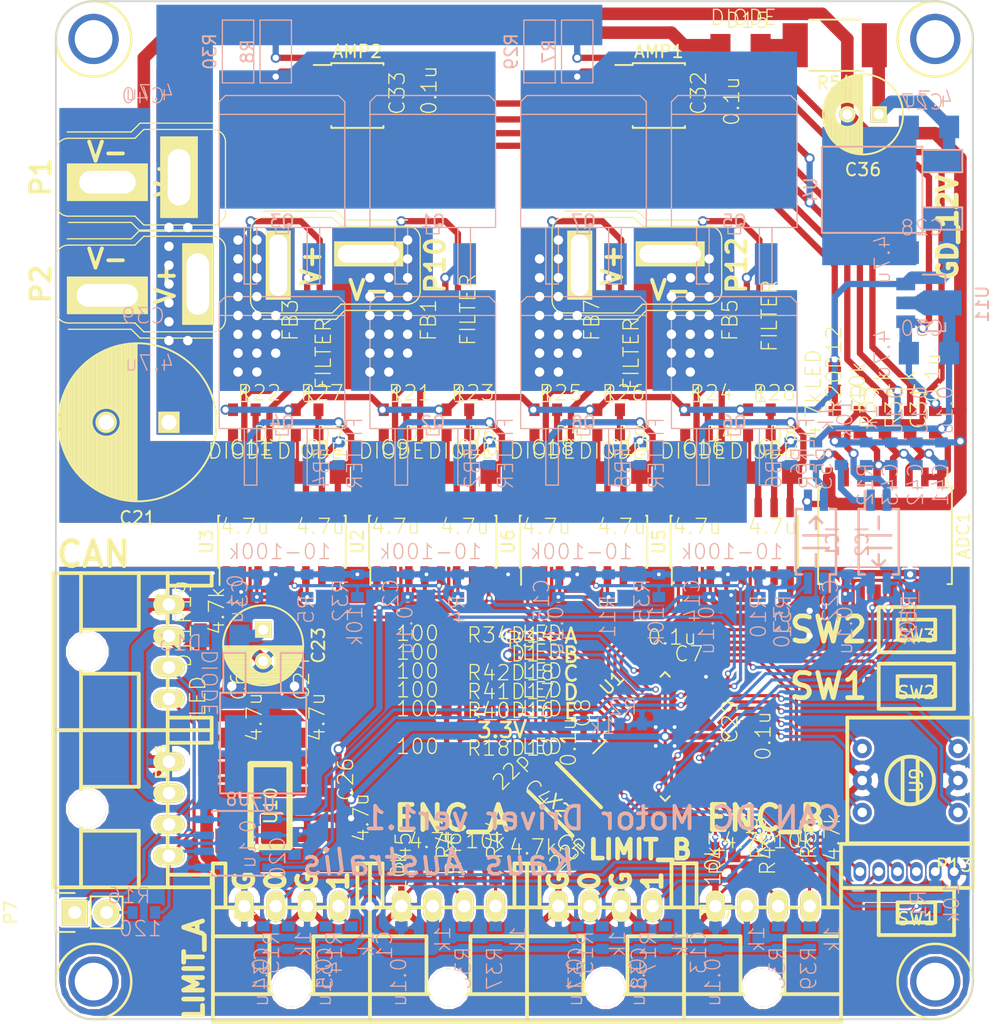
<source format=kicad_pcb>
(kicad_pcb (version 4) (host pcbnew 4.0.6)
  (layers (0 F.Cu signal) (31 B.Cu signal) (34 B.Paste user) (35 F.Paste user) (36 B.SilkS user) (37 F.SilkS user) (38 B.Mask user) (39 F.Mask user) (44 Edge.Cuts user))
  (net 0 "")
  (net 1 GND)
  (net 2 /NRST)
  (net 3 /OSC_IN)
  (net 4 /OSC_OUT)
  (net 5 +3.3V)
  (net 6 "Net-(C9-Pad1)")
  (net 7 +12V)
  (net 8 GNDPWR)
  (net 9 "Net-(C11-Pad1)")
  (net 10 /OUT_AN)
  (net 11 "Net-(C16-Pad1)")
  (net 12 "Net-(C18-Pad1)")
  (net 13 /OUT_BN)
  (net 14 +BATT)
  (net 15 "Net-(D1-Pad2)")
  (net 16 /ENC_Ab)
  (net 17 /ENC_Aa)
  (net 18 /ENC_Bb)
  (net 19 /ENC_Ba)
  (net 20 /CANL)
  (net 21 "Net-(P7-Pad2)")
  (net 22 /CANH)
  (net 23 /USART_RX)
  (net 24 /USART_TX)
  (net 25 /SWDIO)
  (net 26 /SWCLK)
  (net 27 /OUT_A)
  (net 28 /OUT_B)
  (net 29 /BOOT0)
  (net 30 "Net-(R4-Pad1)")
  (net 31 "Net-(R5-Pad1)")
  (net 32 "Net-(R10-Pad1)")
  (net 33 "Net-(R11-Pad1)")
  (net 34 /CAN_RX)
  (net 35 /PWM_A)
  (net 36 /PWM_AN)
  (net 37 /PWM_B)
  (net 38 /PWM_BN)
  (net 39 /CAN_TX)
  (net 40 /GD_12V)
  (net 41 "Net-(FB1-Pad2)")
  (net 42 "Net-(FB2-Pad2)")
  (net 43 "Net-(FB3-Pad2)")
  (net 44 "Net-(FB4-Pad2)")
  (net 45 "Net-(FB5-Pad2)")
  (net 46 "Net-(FB6-Pad2)")
  (net 47 "Net-(FB7-Pad2)")
  (net 48 "Net-(FB8-Pad2)")
  (net 49 "Net-(C10-Pad1)")
  (net 50 "Net-(C12-Pad1)")
  (net 51 "Net-(C17-Pad1)")
  (net 52 "Net-(C19-Pad1)")
  (net 53 "Net-(D10-Pad2)")
  (net 54 "Net-(D11-Pad2)")
  (net 55 "Net-(D12-Pad2)")
  (net 56 "Net-(D2-Pad1)")
  (net 57 "Net-(D3-Pad1)")
  (net 58 "Net-(D4-Pad1)")
  (net 59 "Net-(D5-Pad1)")
  (net 60 "Net-(D6-Pad1)")
  (net 61 "Net-(D7-Pad1)")
  (net 62 "Net-(D8-Pad1)")
  (net 63 "Net-(D9-Pad1)")
  (net 64 /SEL_1)
  (net 65 /SEL_4)
  (net 66 "Net-(C23-Pad1)")
  (net 67 "Net-(D14-Pad2)")
  (net 68 "Net-(C27-Pad1)")
  (net 69 +5V)
  (net 70 /LED_B)
  (net 71 /LED_A)
  (net 72 /SW1)
  (net 73 /SW2)
  (net 74 /SEL_8)
  (net 75 /MOTORA_EN)
  (net 76 /MOTORB_EN)
  (net 77 "Net-(R43-Pad1)")
  (net 78 "Net-(R44-Pad1)")
  (net 79 "Net-(R47-Pad2)")
  (net 80 "Net-(R49-Pad2)")
  (net 81 "Net-(FB1-Pad1)")
  (net 82 "Net-(FB2-Pad1)")
  (net 83 "Net-(FB3-Pad1)")
  (net 84 "Net-(FB4-Pad1)")
  (net 85 "Net-(FB5-Pad1)")
  (net 86 "Net-(FB6-Pad1)")
  (net 87 "Net-(FB7-Pad1)")
  (net 88 "Net-(FB8-Pad1)")
  (net 89 /PW_3.3V)
  (net 90 /CurrentA)
  (net 91 /Batt+)
  (net 92 "Net-(ADC1-Pad7)")
  (net 93 /ADC_RX)
  (net 94 /ADC_TX)
  (net 95 /MOTORB_BATT)
  (net 96 /CurrentB)
  (net 97 /MOTORA_BATT)
  (net 98 /LIMIT_A0)
  (net 99 /LIMIT_A1)
  (net 100 /LIMIT_B0)
  (net 101 /LIMIT_B1)
  (net 102 /SEL_2)
  (net 103 "Net-(ADC1-Pad3)")
  (net 104 "Net-(ADC1-Pad4)")
  (net 105 /LED_E)
  (net 106 "Net-(D16-Pad2)")
  (net 107 /LED_D)
  (net 108 "Net-(D17-Pad2)")
  (net 109 /LED_C)
  (net 110 "Net-(D18-Pad2)")
  (net 111 "Net-(IC1-Pad1)")
  (net 112 /PowerOn)
  (net 113 /ADC_~RST)
  (net 114 "Net-(IC2-Pad2)")
  (net 115 "Net-(D15-Pad2)")
  (module Capacitors_ThroughHole:C_Radial_D6.3_L11.2_P2.5 (layer F.Cu) (at 65.5 9 180)
    (fp_text reference C36 (at 1.25 -4.4 180) (layer F.SilkS))
    (fp_text value 100u)
    (pad 2 thru_hole circle (at 2.5 0 180) (size 1.3 1.3) (drill 0.8) (layers *.Cu *.Mask F.SilkS) (net 8 GNDPWR))
    (pad 1 thru_hole rect (at 0 0 180) (size 1.3 1.3) (drill 0.8) (layers *.Cu *.Mask F.SilkS) (net 68 "Net-(C27-Pad1)"))
  )
  (module RP_KiCAD_Connector:XA_4LC (layer F.Cu) (at 52.5 72)
    (fp_text reference P17 (at 0 0.5) (layer F.SilkS))
    (fp_text value CONN_01X04)
    (pad 1 thru_hole oval (at 0 0) (size 1.5 2.5) (drill 1) (layers *.Cu *.Mask F.SilkS) (net 1 GND))
    (pad 2 thru_hole oval (at 2.5 0) (size 1.5 2.5) (drill 1) (layers *.Cu *.Mask F.SilkS) (net 69 +5V))
    (pad 3 thru_hole oval (at 5 0) (size 1.5 2.5) (drill 1) (layers *.Cu *.Mask F.SilkS) (net 19 /ENC_Ba))
    (pad 4 thru_hole oval (at 7.5 0) (size 1.5 2.5) (drill 1) (layers *.Cu *.Mask F.SilkS) (net 18 /ENC_Bb))
    (pad "" thru_hole circle (at 3.75 6.5) (size 3 3) (drill 3) (layers *.Cu *.Mask F.SilkS) (clearance -0.3))
  )
  (module RP_KiCAD_Connector:XA_4LC (layer F.Cu) (at 15 72)
    (fp_text reference P4 (at 0 0.5) (layer F.SilkS))
    (fp_text value CONN_01X04)
    (pad 1 thru_hole oval (at 0 0) (size 1.5 2.5) (drill 1) (layers *.Cu *.Mask F.SilkS) (net 1 GND))
    (pad 2 thru_hole oval (at 2.5 0) (size 1.5 2.5) (drill 1) (layers *.Cu *.Mask F.SilkS) (net 98 /LIMIT_A0))
    (pad 3 thru_hole oval (at 5 0) (size 1.5 2.5) (drill 1) (layers *.Cu *.Mask F.SilkS) (net 1 GND))
    (pad 4 thru_hole oval (at 7.5 0) (size 1.5 2.5) (drill 1) (layers *.Cu *.Mask F.SilkS) (net 99 /LIMIT_A1))
    (pad "" thru_hole circle (at 3.75 6.5) (size 3 3) (drill 3) (layers *.Cu *.Mask F.SilkS) (clearance -0.3))
  )
  (module RP_KiCAD_Connector:XA_4LC (layer F.Cu) (at 9 60.5 270)
    (fp_text reference P16 (at 0 0.5 270) (layer F.SilkS))
    (fp_text value CONN_01X04)
    (pad 1 thru_hole oval (at 0 0 270) (size 1.5 2.5) (drill 1) (layers *.Cu *.Mask F.SilkS) (net 1 GND))
    (pad 2 thru_hole oval (at 2.5 0 270) (size 1.5 2.5) (drill 1) (layers *.Cu *.Mask F.SilkS) (net 7 +12V))
    (pad 3 thru_hole oval (at 5 0 270) (size 1.5 2.5) (drill 1) (layers *.Cu *.Mask F.SilkS) (net 22 /CANH))
    (pad 4 thru_hole oval (at 7.5 0 270) (size 1.5 2.5) (drill 1) (layers *.Cu *.Mask F.SilkS) (net 20 /CANL))
    (pad "" thru_hole circle (at 3.75 6.5 270) (size 3 3) (drill 3) (layers *.Cu *.Mask F.SilkS) (clearance -0.3))
  )
  (module Capacitors_ThroughHole:C_Radial_D12.5_L25_P5 (layer F.Cu) (at 9 33.5 180)
    (fp_text reference C21 (at 2.5 -7.6 180) (layer F.SilkS))
    (fp_text value 470u)
    (pad 2 thru_hole circle (at 5 0 180) (size 1.7 1.7) (drill 1.2) (layers *.Cu *.Mask F.SilkS) (net 8 GNDPWR))
    (pad 1 thru_hole rect (at 0 0 180) (size 1.7 1.7) (drill 1.2) (layers *.Cu *.Mask F.SilkS) (net 14 +BATT))
  )
  (module Housings_SOIC:SOIC-8_3.9x4.9mm_Pitch1.27mm (layer B.Cu) (at 14.5 67 180)
    (fp_text reference U8 (at 0 3.5 180) (layer B.SilkS) (effects (justify mirror)))
    (fp_text value MAX3051)
    (pad 1 smd rect (at -2.7 1.905 180) (size 1.55 0.6) (layers B.Cu B.Paste B.Mask) (net 39 /CAN_TX))
    (pad 2 smd rect (at -2.7 0.635 180) (size 1.55 0.6) (layers B.Cu B.Paste B.Mask) (net 1 GND))
    (pad 3 smd rect (at -2.7 -0.635 180) (size 1.55 0.6) (layers B.Cu B.Paste B.Mask) (net 5 +3.3V))
    (pad 4 smd rect (at -2.7 -1.905 180) (size 1.55 0.6) (layers B.Cu B.Paste B.Mask) (net 34 /CAN_RX))
    (pad 5 smd rect (at 2.7 -1.905 180) (size 1.55 0.6) (layers B.Cu B.Paste B.Mask) (net 1 GND))
    (pad 6 smd rect (at 2.7 -0.635 180) (size 1.55 0.6) (layers B.Cu B.Paste B.Mask) (net 20 /CANL))
    (pad 7 smd rect (at 2.7 0.635 180) (size 1.55 0.6) (layers B.Cu B.Paste B.Mask) (net 22 /CANH))
    (pad 8 smd rect (at 2.7 1.905 180) (size 1.55 0.6) (layers B.Cu B.Paste B.Mask) (net 1 GND))
  )
  (module Housings_SOIC:SOIC-16_3.9x9.9mm_Pitch1.27mm (layer F.Cu) (at 30 43 90)
    (fp_text reference U2 (at 0 -6 90) (layer F.SilkS))
    (fp_text value SI8234)
    (pad 1 smd rect (at -2.7 -4.445 90) (size 1.5 0.6) (layers F.Cu F.Paste F.Mask) (net 35 /PWM_A))
    (pad 2 smd rect (at -2.7 -3.175 90) (size 1.5 0.6) (layers F.Cu F.Paste F.Mask))
    (pad 3 smd rect (at -2.7 -1.905 90) (size 1.5 0.6) (layers F.Cu F.Paste F.Mask) (net 5 +3.3V))
    (pad 4 smd rect (at -2.7 -0.635 90) (size 1.5 0.6) (layers F.Cu F.Paste F.Mask) (net 1 GND))
    (pad 5 smd rect (at -2.7 0.635 90) (size 1.5 0.6) (layers F.Cu F.Paste F.Mask) (net 75 /MOTORA_EN))
    (pad 6 smd rect (at -2.7 1.905 90) (size 1.5 0.6) (layers F.Cu F.Paste F.Mask) (net 30 "Net-(R4-Pad1)"))
    (pad 7 smd rect (at -2.7 3.175 90) (size 1.5 0.6) (layers F.Cu F.Paste F.Mask))
    (pad 8 smd rect (at -2.7 4.445 90) (size 1.5 0.6) (layers F.Cu F.Paste F.Mask) (net 5 +3.3V))
    (pad 9 smd rect (at 2.7 4.445 90) (size 1.5 0.6) (layers F.Cu F.Paste F.Mask) (net 8 GNDPWR))
    (pad 10 smd rect (at 2.7 3.175 90) (size 1.5 0.6) (layers F.Cu F.Paste F.Mask) (net 82 "Net-(FB2-Pad1)"))
    (pad 11 smd rect (at 2.7 1.905 90) (size 1.5 0.6) (layers F.Cu F.Paste F.Mask) (net 49 "Net-(C10-Pad1)"))
    (pad 12 smd rect (at 2.7 0.635 90) (size 1.5 0.6) (layers F.Cu F.Paste F.Mask))
    (pad 13 smd rect (at 2.7 -0.635 90) (size 1.5 0.6) (layers F.Cu F.Paste F.Mask))
    (pad 14 smd rect (at 2.7 -1.905 90) (size 1.5 0.6) (layers F.Cu F.Paste F.Mask) (net 27 /OUT_A))
    (pad 15 smd rect (at 2.7 -3.175 90) (size 1.5 0.6) (layers F.Cu F.Paste F.Mask) (net 81 "Net-(FB1-Pad1)"))
    (pad 16 smd rect (at 2.7 -4.445 90) (size 1.5 0.6) (layers F.Cu F.Paste F.Mask) (net 6 "Net-(C9-Pad1)"))
  )
  (module RP_KiCAD_Libs:C1608_WP (layer B.Cu) (at 20 46.5 90)
    (fp_text reference R5 (at -0.635 0.635 90) (layer B.SilkS) (effects (font (size 1.2065 1.2065) (thickness 0.1016)) (justify left bottom mirror)))
    (fp_text value 10-100k (at 2 2 360) (layer B.SilkS) (effects (font (size 1.2065 1.2065) (thickness 0.1016)) (justify left bottom mirror)))
    (pad 1 smd rect (at -0.9 0 90) (size 0.8 1) (layers B.Cu B.Paste B.Mask) (net 31 "Net-(R5-Pad1)"))
    (pad 2 smd rect (at 0.9 0 90) (size 0.8 1) (layers B.Cu B.Paste B.Mask) (net 1 GND))
  )
  (module TO_SOT_Packages_SMD:TO-252-2Lead_regu (layer B.Cu) (at 70.5 15 270)
    (fp_text reference U4 (at 0 10.414 270) (layer B.SilkS) (effects (justify mirror)))
    (fp_text value LM7812)
    (pad VI smd rect (at -2.286 0 270) (size 1.651 3.048) (layers B.Cu B.Paste B.Mask) (net 68 "Net-(C27-Pad1)"))
    (pad GND smd rect (at 0 6.35 270) (size 6.096 6.096) (layers B.Cu B.Paste B.Mask) (net 8 GNDPWR))
    (pad VO smd rect (at 2.286 0 270) (size 1.651 3.048) (layers B.Cu B.Paste B.Mask) (net 40 /GD_12V))
  )
  (module Housings_QFP:LQFP-48_7x7mm_Pitch0.5mm (layer F.Cu) (at 48.5 58.5 45)
    (fp_text reference U1 (at 0 -6 45) (layer F.SilkS))
    (fp_text value STM32F103_48)
    (pad 1 smd rect (at -4.35 -2.75 45) (size 1.3 0.25) (layers F.Cu F.Paste F.Mask) (net 5 +3.3V))
    (pad 2 smd rect (at -4.35 -2.25 45) (size 1.3 0.25) (layers F.Cu F.Paste F.Mask) (net 109 /LED_C))
    (pad 3 smd rect (at -4.35 -1.75 45) (size 1.3 0.25) (layers F.Cu F.Paste F.Mask) (net 107 /LED_D))
    (pad 4 smd rect (at -4.35 -1.25 45) (size 1.3 0.25) (layers F.Cu F.Paste F.Mask) (net 105 /LED_E))
    (pad 5 smd rect (at -4.35 -0.75 45) (size 1.3 0.25) (layers F.Cu F.Paste F.Mask) (net 3 /OSC_IN))
    (pad 6 smd rect (at -4.35 -0.25 45) (size 1.3 0.25) (layers F.Cu F.Paste F.Mask) (net 4 /OSC_OUT))
    (pad 7 smd rect (at -4.35 0.25 45) (size 1.3 0.25) (layers F.Cu F.Paste F.Mask) (net 2 /NRST))
    (pad 8 smd rect (at -4.35 0.75 45) (size 1.3 0.25) (layers F.Cu F.Paste F.Mask) (net 1 GND))
    (pad 9 smd rect (at -4.35 1.25 45) (size 1.3 0.25) (layers F.Cu F.Paste F.Mask) (net 5 +3.3V))
    (pad 10 smd rect (at -4.35 1.75 45) (size 1.3 0.25) (layers F.Cu F.Paste F.Mask) (net 77 "Net-(R43-Pad1)"))
    (pad 11 smd rect (at -4.35 2.25 45) (size 1.3 0.25) (layers F.Cu F.Paste F.Mask) (net 78 "Net-(R44-Pad1)"))
    (pad 12 smd rect (at -4.35 2.75 45) (size 1.3 0.25) (layers F.Cu F.Paste F.Mask) (net 94 /ADC_TX))
    (pad 13 smd rect (at -2.75 4.35 135) (size 1.3 0.25) (layers F.Cu F.Paste F.Mask) (net 93 /ADC_RX))
    (pad 14 smd rect (at -2.25 4.35 135) (size 1.3 0.25) (layers F.Cu F.Paste F.Mask) (net 98 /LIMIT_A0))
    (pad 15 smd rect (at -1.75 4.35 135) (size 1.3 0.25) (layers F.Cu F.Paste F.Mask) (net 99 /LIMIT_A1))
    (pad 16 smd rect (at -1.25 4.35 135) (size 1.3 0.25) (layers F.Cu F.Paste F.Mask) (net 79 "Net-(R47-Pad2)"))
    (pad 17 smd rect (at -0.75 4.35 135) (size 1.3 0.25) (layers F.Cu F.Paste F.Mask) (net 80 "Net-(R49-Pad2)"))
    (pad 18 smd rect (at -0.25 4.35 135) (size 1.3 0.25) (layers F.Cu F.Paste F.Mask) (net 100 /LIMIT_B0))
    (pad 19 smd rect (at 0.25 4.35 135) (size 1.3 0.25) (layers F.Cu F.Paste F.Mask) (net 101 /LIMIT_B1))
    (pad 20 smd rect (at 0.75 4.35 135) (size 1.3 0.25) (layers F.Cu F.Paste F.Mask) (net 112 /PowerOn))
    (pad 21 smd rect (at 1.25 4.35 135) (size 1.3 0.25) (layers F.Cu F.Paste F.Mask) (net 24 /USART_TX))
    (pad 22 smd rect (at 1.75 4.35 135) (size 1.3 0.25) (layers F.Cu F.Paste F.Mask) (net 23 /USART_RX))
    (pad 23 smd rect (at 2.25 4.35 135) (size 1.3 0.25) (layers F.Cu F.Paste F.Mask) (net 1 GND))
    (pad 24 smd rect (at 2.75 4.35 135) (size 1.3 0.25) (layers F.Cu F.Paste F.Mask) (net 5 +3.3V))
    (pad 25 smd rect (at 4.35 2.75 45) (size 1.3 0.25) (layers F.Cu F.Paste F.Mask) (net 74 /SEL_8))
    (pad 26 smd rect (at 4.35 2.25 45) (size 1.3 0.25) (layers F.Cu F.Paste F.Mask) (net 65 /SEL_4))
    (pad 27 smd rect (at 4.35 1.75 45) (size 1.3 0.25) (layers F.Cu F.Paste F.Mask) (net 102 /SEL_2))
    (pad 28 smd rect (at 4.35 1.25 45) (size 1.3 0.25) (layers F.Cu F.Paste F.Mask) (net 64 /SEL_1))
    (pad 29 smd rect (at 4.35 0.75 45) (size 1.3 0.25) (layers F.Cu F.Paste F.Mask) (net 76 /MOTORB_EN))
    (pad 30 smd rect (at 4.35 0.25 45) (size 1.3 0.25) (layers F.Cu F.Paste F.Mask) (net 75 /MOTORA_EN))
    (pad 31 smd rect (at 4.35 -0.25 45) (size 1.3 0.25) (layers F.Cu F.Paste F.Mask) (net 113 /ADC_~RST))
    (pad 32 smd rect (at 4.35 -0.75 45) (size 1.3 0.25) (layers F.Cu F.Paste F.Mask) (net 34 /CAN_RX))
    (pad 33 smd rect (at 4.35 -1.25 45) (size 1.3 0.25) (layers F.Cu F.Paste F.Mask) (net 39 /CAN_TX))
    (pad 34 smd rect (at 4.35 -1.75 45) (size 1.3 0.25) (layers F.Cu F.Paste F.Mask) (net 25 /SWDIO))
    (pad 35 smd rect (at 4.35 -2.25 45) (size 1.3 0.25) (layers F.Cu F.Paste F.Mask) (net 1 GND))
    (pad 36 smd rect (at 4.35 -2.75 45) (size 1.3 0.25) (layers F.Cu F.Paste F.Mask) (net 5 +3.3V))
    (pad 37 smd rect (at 2.75 -4.35 135) (size 1.3 0.25) (layers F.Cu F.Paste F.Mask) (net 26 /SWCLK))
    (pad 38 smd rect (at 2.25 -4.35 135) (size 1.3 0.25) (layers F.Cu F.Paste F.Mask) (net 71 /LED_A))
    (pad 39 smd rect (at 1.75 -4.35 135) (size 1.3 0.25) (layers F.Cu F.Paste F.Mask) (net 70 /LED_B))
    (pad 40 smd rect (at 1.25 -4.35 135) (size 1.3 0.25) (layers F.Cu F.Paste F.Mask) (net 72 /SW1))
    (pad 41 smd rect (at 0.75 -4.35 135) (size 1.3 0.25) (layers F.Cu F.Paste F.Mask) (net 73 /SW2))
    (pad 42 smd rect (at 0.25 -4.35 135) (size 1.3 0.25) (layers F.Cu F.Paste F.Mask) (net 37 /PWM_B))
    (pad 43 smd rect (at -0.25 -4.35 135) (size 1.3 0.25) (layers F.Cu F.Paste F.Mask) (net 38 /PWM_BN))
    (pad 44 smd rect (at -0.75 -4.35 135) (size 1.3 0.25) (layers F.Cu F.Paste F.Mask) (net 29 /BOOT0))
    (pad 45 smd rect (at -1.25 -4.35 135) (size 1.3 0.25) (layers F.Cu F.Paste F.Mask) (net 35 /PWM_A))
    (pad 46 smd rect (at -1.75 -4.35 135) (size 1.3 0.25) (layers F.Cu F.Paste F.Mask) (net 36 /PWM_AN))
    (pad 47 smd rect (at -2.25 -4.35 135) (size 1.3 0.25) (layers F.Cu F.Paste F.Mask) (net 1 GND))
    (pad 48 smd rect (at -2.75 -4.35 135) (size 1.3 0.25) (layers F.Cu F.Paste F.Mask) (net 5 +3.3V))
  )
  (module Capacitors_ThroughHole:C_Radial_D6.3_L11.2_P2.5 (layer F.Cu) (at 16.5 50 270)
    (fp_text reference C23 (at 1.25 -4.4 270) (layer F.SilkS))
    (fp_text value 100u)
    (pad 2 thru_hole circle (at 2.5 0 270) (size 1.3 1.3) (drill 0.8) (layers *.Cu *.Mask F.SilkS) (net 1 GND))
    (pad 1 thru_hole rect (at 0 0 270) (size 1.3 1.3) (drill 0.8) (layers *.Cu *.Mask F.SilkS) (net 66 "Net-(C23-Pad1)"))
  )
  (module RP_KiCAD_Libs:C3216 (layer F.Cu) (at 27 37.5)
    (fp_text reference C9 (at -1.27 -1.27) (layer F.SilkS) (effects (font (size 1.2065 1.2065) (thickness 0.1016)) (justify left bottom)))
    (fp_text value 4.7u (at -2 5 180) (layer F.SilkS) (effects (font (size 1.2065 1.2065) (thickness 0.1016)) (justify left bottom)))
    (pad 1 smd rect (at -1.6 0) (size 1.6 1.8) (layers F.Cu F.Paste F.Mask) (net 6 "Net-(C9-Pad1)"))
    (pad 2 smd rect (at 1.6 0) (size 1.6 1.8) (layers F.Cu F.Paste F.Mask) (net 27 /OUT_A))
  )
  (module RP_KiCAD_Libs:C3216 (layer F.Cu) (at 33 37.5)
    (fp_text reference C10 (at -1.27 -1.27) (layer F.SilkS) (effects (font (size 1.2065 1.2065) (thickness 0.1016)) (justify left bottom)))
    (fp_text value 4.7u (at -2.5 5 180) (layer F.SilkS) (effects (font (size 1.2065 1.2065) (thickness 0.1016)) (justify left bottom)))
    (pad 1 smd rect (at -1.6 0) (size 1.6 1.8) (layers F.Cu F.Paste F.Mask) (net 49 "Net-(C10-Pad1)"))
    (pad 2 smd rect (at 1.6 0) (size 1.6 1.8) (layers F.Cu F.Paste F.Mask) (net 8 GNDPWR))
  )
  (module RP_KiCAD_Libs:C3216 (layer F.Cu) (at 15 37.5)
    (fp_text reference C11 (at -1.27 -1.27) (layer F.SilkS) (effects (font (size 1.2065 1.2065) (thickness 0.1016)) (justify left bottom)))
    (fp_text value 4.7u (at -2 5 180) (layer F.SilkS) (effects (font (size 1.2065 1.2065) (thickness 0.1016)) (justify left bottom)))
    (pad 1 smd rect (at -1.6 0) (size 1.6 1.8) (layers F.Cu F.Paste F.Mask) (net 9 "Net-(C11-Pad1)"))
    (pad 2 smd rect (at 1.6 0) (size 1.6 1.8) (layers F.Cu F.Paste F.Mask) (net 10 /OUT_AN))
  )
  (module RP_KiCAD_Libs:C3216 (layer F.Cu) (at 21 37.5)
    (fp_text reference C12 (at -1.27 -1.27) (layer F.SilkS) (effects (font (size 1.2065 1.2065) (thickness 0.1016)) (justify left bottom)))
    (fp_text value 4.7u (at -2 5 180) (layer F.SilkS) (effects (font (size 1.2065 1.2065) (thickness 0.1016)) (justify left bottom)))
    (pad 1 smd rect (at -1.6 0) (size 1.6 1.8) (layers F.Cu F.Paste F.Mask) (net 50 "Net-(C12-Pad1)"))
    (pad 2 smd rect (at 1.6 0) (size 1.6 1.8) (layers F.Cu F.Paste F.Mask) (net 8 GNDPWR))
  )
  (module RP_KiCAD_Libs:C3216 (layer F.Cu) (at 51 37.5)
    (fp_text reference C16 (at -1.27 -1.27) (layer F.SilkS) (effects (font (size 1.2065 1.2065) (thickness 0.1016)) (justify left bottom)))
    (fp_text value 4.7u (at -2 5 180) (layer F.SilkS) (effects (font (size 1.2065 1.2065) (thickness 0.1016)) (justify left bottom)))
    (pad 1 smd rect (at -1.6 0) (size 1.6 1.8) (layers F.Cu F.Paste F.Mask) (net 11 "Net-(C16-Pad1)"))
    (pad 2 smd rect (at 1.6 0) (size 1.6 1.8) (layers F.Cu F.Paste F.Mask) (net 28 /OUT_B))
  )
  (module RP_KiCAD_Libs:C3216 (layer F.Cu) (at 57 37.5)
    (fp_text reference C17 (at -1.27 -1.27) (layer F.SilkS) (effects (font (size 1.2065 1.2065) (thickness 0.1016)) (justify left bottom)))
    (fp_text value 4.7u (at -2 5 180) (layer F.SilkS) (effects (font (size 1.2065 1.2065) (thickness 0.1016)) (justify left bottom)))
    (pad 1 smd rect (at -1.6 0) (size 1.6 1.8) (layers F.Cu F.Paste F.Mask) (net 51 "Net-(C17-Pad1)"))
    (pad 2 smd rect (at 1.6 0) (size 1.6 1.8) (layers F.Cu F.Paste F.Mask) (net 8 GNDPWR))
  )
  (module RP_KiCAD_Libs:C3216 (layer F.Cu) (at 39 37.5)
    (fp_text reference C18 (at -1.27 -1.27) (layer F.SilkS) (effects (font (size 1.2065 1.2065) (thickness 0.1016)) (justify left bottom)))
    (fp_text value 4.7u (at -2 5 180) (layer F.SilkS) (effects (font (size 1.2065 1.2065) (thickness 0.1016)) (justify left bottom)))
    (pad 1 smd rect (at -1.6 0) (size 1.6 1.8) (layers F.Cu F.Paste F.Mask) (net 12 "Net-(C18-Pad1)"))
    (pad 2 smd rect (at 1.6 0) (size 1.6 1.8) (layers F.Cu F.Paste F.Mask) (net 13 /OUT_BN))
  )
  (module RP_KiCAD_Libs:C3216 (layer F.Cu) (at 45 37.5)
    (fp_text reference C19 (at -1.27 -1.27) (layer F.SilkS) (effects (font (size 1.2065 1.2065) (thickness 0.1016)) (justify left bottom)))
    (fp_text value 4.7u (at -2 5 180) (layer F.SilkS) (effects (font (size 1.2065 1.2065) (thickness 0.1016)) (justify left bottom)))
    (pad 1 smd rect (at -1.6 0) (size 1.6 1.8) (layers F.Cu F.Paste F.Mask) (net 52 "Net-(C19-Pad1)"))
    (pad 2 smd rect (at 1.6 0) (size 1.6 1.8) (layers F.Cu F.Paste F.Mask) (net 8 GNDPWR))
  )
  (module Pin_Headers:Pin_Header_Straight_1x02 (layer F.Cu) (at 1.5 72.5 90)
    (fp_text reference P7 (at 0 -5.1 90) (layer F.SilkS))
    (fp_text value CONN_01X02)
    (pad 1 thru_hole rect (at 0 0 90) (size 2.032 2.032) (drill 1.016) (layers *.Cu *.Mask F.SilkS) (net 22 /CANH))
    (pad 2 thru_hole oval (at 0 2.54 90) (size 2.032 2.032) (drill 1.016) (layers *.Cu *.Mask F.SilkS) (net 21 "Net-(P7-Pad2)"))
  )
  (module Housings_SOIC:SOIC-16_3.9x9.9mm_Pitch1.27mm (layer F.Cu) (at 18 43 90)
    (fp_text reference U3 (at 0 -6 90) (layer F.SilkS))
    (fp_text value SI8234)
    (pad 1 smd rect (at -2.7 -4.445 90) (size 1.5 0.6) (layers F.Cu F.Paste F.Mask) (net 36 /PWM_AN))
    (pad 2 smd rect (at -2.7 -3.175 90) (size 1.5 0.6) (layers F.Cu F.Paste F.Mask))
    (pad 3 smd rect (at -2.7 -1.905 90) (size 1.5 0.6) (layers F.Cu F.Paste F.Mask) (net 5 +3.3V))
    (pad 4 smd rect (at -2.7 -0.635 90) (size 1.5 0.6) (layers F.Cu F.Paste F.Mask) (net 1 GND))
    (pad 5 smd rect (at -2.7 0.635 90) (size 1.5 0.6) (layers F.Cu F.Paste F.Mask) (net 75 /MOTORA_EN))
    (pad 6 smd rect (at -2.7 1.905 90) (size 1.5 0.6) (layers F.Cu F.Paste F.Mask) (net 31 "Net-(R5-Pad1)"))
    (pad 7 smd rect (at -2.7 3.175 90) (size 1.5 0.6) (layers F.Cu F.Paste F.Mask))
    (pad 8 smd rect (at -2.7 4.445 90) (size 1.5 0.6) (layers F.Cu F.Paste F.Mask) (net 5 +3.3V))
    (pad 9 smd rect (at 2.7 4.445 90) (size 1.5 0.6) (layers F.Cu F.Paste F.Mask) (net 8 GNDPWR))
    (pad 10 smd rect (at 2.7 3.175 90) (size 1.5 0.6) (layers F.Cu F.Paste F.Mask) (net 84 "Net-(FB4-Pad1)"))
    (pad 11 smd rect (at 2.7 1.905 90) (size 1.5 0.6) (layers F.Cu F.Paste F.Mask) (net 50 "Net-(C12-Pad1)"))
    (pad 12 smd rect (at 2.7 0.635 90) (size 1.5 0.6) (layers F.Cu F.Paste F.Mask))
    (pad 13 smd rect (at 2.7 -0.635 90) (size 1.5 0.6) (layers F.Cu F.Paste F.Mask))
    (pad 14 smd rect (at 2.7 -1.905 90) (size 1.5 0.6) (layers F.Cu F.Paste F.Mask) (net 10 /OUT_AN))
    (pad 15 smd rect (at 2.7 -3.175 90) (size 1.5 0.6) (layers F.Cu F.Paste F.Mask) (net 83 "Net-(FB3-Pad1)"))
    (pad 16 smd rect (at 2.7 -4.445 90) (size 1.5 0.6) (layers F.Cu F.Paste F.Mask) (net 9 "Net-(C11-Pad1)"))
  )
  (module Housings_SOIC:SOIC-16_3.9x9.9mm_Pitch1.27mm (layer F.Cu) (at 54 43 90)
    (fp_text reference U5 (at 0 -6 90) (layer F.SilkS))
    (fp_text value SI8234)
    (pad 1 smd rect (at -2.7 -4.445 90) (size 1.5 0.6) (layers F.Cu F.Paste F.Mask) (net 37 /PWM_B))
    (pad 2 smd rect (at -2.7 -3.175 90) (size 1.5 0.6) (layers F.Cu F.Paste F.Mask))
    (pad 3 smd rect (at -2.7 -1.905 90) (size 1.5 0.6) (layers F.Cu F.Paste F.Mask) (net 5 +3.3V))
    (pad 4 smd rect (at -2.7 -0.635 90) (size 1.5 0.6) (layers F.Cu F.Paste F.Mask) (net 1 GND))
    (pad 5 smd rect (at -2.7 0.635 90) (size 1.5 0.6) (layers F.Cu F.Paste F.Mask) (net 76 /MOTORB_EN))
    (pad 6 smd rect (at -2.7 1.905 90) (size 1.5 0.6) (layers F.Cu F.Paste F.Mask) (net 32 "Net-(R10-Pad1)"))
    (pad 7 smd rect (at -2.7 3.175 90) (size 1.5 0.6) (layers F.Cu F.Paste F.Mask))
    (pad 8 smd rect (at -2.7 4.445 90) (size 1.5 0.6) (layers F.Cu F.Paste F.Mask) (net 5 +3.3V))
    (pad 9 smd rect (at 2.7 4.445 90) (size 1.5 0.6) (layers F.Cu F.Paste F.Mask) (net 8 GNDPWR))
    (pad 10 smd rect (at 2.7 3.175 90) (size 1.5 0.6) (layers F.Cu F.Paste F.Mask) (net 86 "Net-(FB6-Pad1)"))
    (pad 11 smd rect (at 2.7 1.905 90) (size 1.5 0.6) (layers F.Cu F.Paste F.Mask) (net 51 "Net-(C17-Pad1)"))
    (pad 12 smd rect (at 2.7 0.635 90) (size 1.5 0.6) (layers F.Cu F.Paste F.Mask))
    (pad 13 smd rect (at 2.7 -0.635 90) (size 1.5 0.6) (layers F.Cu F.Paste F.Mask))
    (pad 14 smd rect (at 2.7 -1.905 90) (size 1.5 0.6) (layers F.Cu F.Paste F.Mask) (net 28 /OUT_B))
    (pad 15 smd rect (at 2.7 -3.175 90) (size 1.5 0.6) (layers F.Cu F.Paste F.Mask) (net 85 "Net-(FB5-Pad1)"))
    (pad 16 smd rect (at 2.7 -4.445 90) (size 1.5 0.6) (layers F.Cu F.Paste F.Mask) (net 11 "Net-(C16-Pad1)"))
  )
  (module Housings_SOIC:SOIC-16_3.9x9.9mm_Pitch1.27mm (layer F.Cu) (at 42 43 90)
    (fp_text reference U6 (at 0 -6 90) (layer F.SilkS))
    (fp_text value SI8234)
    (pad 1 smd rect (at -2.7 -4.445 90) (size 1.5 0.6) (layers F.Cu F.Paste F.Mask) (net 38 /PWM_BN))
    (pad 2 smd rect (at -2.7 -3.175 90) (size 1.5 0.6) (layers F.Cu F.Paste F.Mask))
    (pad 3 smd rect (at -2.7 -1.905 90) (size 1.5 0.6) (layers F.Cu F.Paste F.Mask) (net 5 +3.3V))
    (pad 4 smd rect (at -2.7 -0.635 90) (size 1.5 0.6) (layers F.Cu F.Paste F.Mask) (net 1 GND))
    (pad 5 smd rect (at -2.7 0.635 90) (size 1.5 0.6) (layers F.Cu F.Paste F.Mask) (net 76 /MOTORB_EN))
    (pad 6 smd rect (at -2.7 1.905 90) (size 1.5 0.6) (layers F.Cu F.Paste F.Mask) (net 33 "Net-(R11-Pad1)"))
    (pad 7 smd rect (at -2.7 3.175 90) (size 1.5 0.6) (layers F.Cu F.Paste F.Mask))
    (pad 8 smd rect (at -2.7 4.445 90) (size 1.5 0.6) (layers F.Cu F.Paste F.Mask) (net 5 +3.3V))
    (pad 9 smd rect (at 2.7 4.445 90) (size 1.5 0.6) (layers F.Cu F.Paste F.Mask) (net 8 GNDPWR))
    (pad 10 smd rect (at 2.7 3.175 90) (size 1.5 0.6) (layers F.Cu F.Paste F.Mask) (net 88 "Net-(FB8-Pad1)"))
    (pad 11 smd rect (at 2.7 1.905 90) (size 1.5 0.6) (layers F.Cu F.Paste F.Mask) (net 52 "Net-(C19-Pad1)"))
    (pad 12 smd rect (at 2.7 0.635 90) (size 1.5 0.6) (layers F.Cu F.Paste F.Mask))
    (pad 13 smd rect (at 2.7 -0.635 90) (size 1.5 0.6) (layers F.Cu F.Paste F.Mask))
    (pad 14 smd rect (at 2.7 -1.905 90) (size 1.5 0.6) (layers F.Cu F.Paste F.Mask) (net 13 /OUT_BN))
    (pad 15 smd rect (at 2.7 -3.175 90) (size 1.5 0.6) (layers F.Cu F.Paste F.Mask) (net 87 "Net-(FB7-Pad1)"))
    (pad 16 smd rect (at 2.7 -4.445 90) (size 1.5 0.6) (layers F.Cu F.Paste F.Mask) (net 12 "Net-(C18-Pad1)"))
  )
  (module RP_KiCAD_Libs:C3216 (layer B.Cu) (at 69.5 10 180)
    (fp_text reference C27 (at -1.27 1.27 180) (layer B.SilkS) (effects (font (size 1.2065 1.2065) (thickness 0.1016)) (justify left bottom mirror)))
    (fp_text value 4.7u (at -2 1.5 360) (layer B.SilkS) (effects (font (size 1.2065 1.2065) (thickness 0.1016)) (justify left bottom mirror)))
    (pad 1 smd rect (at -1.6 0 180) (size 1.6 1.8) (layers B.Cu B.Paste B.Mask) (net 68 "Net-(C27-Pad1)"))
    (pad 2 smd rect (at 1.6 0 180) (size 1.6 1.8) (layers B.Cu B.Paste B.Mask) (net 8 GNDPWR))
  )
  (module RP_KiCAD_Libs:C3216 (layer B.Cu) (at 69.5 20 180)
    (fp_text reference C28 (at -1.27 1.27 180) (layer B.SilkS) (effects (font (size 1.2065 1.2065) (thickness 0.1016)) (justify left bottom mirror)))
    (fp_text value 4.7u (at 3 1.5 450) (layer B.SilkS) (effects (font (size 1.2065 1.2065) (thickness 0.1016)) (justify left bottom mirror)))
    (pad 1 smd rect (at -1.6 0 180) (size 1.6 1.8) (layers B.Cu B.Paste B.Mask) (net 40 /GD_12V))
    (pad 2 smd rect (at 1.6 0 180) (size 1.6 1.8) (layers B.Cu B.Paste B.Mask) (net 8 GNDPWR))
  )
  (module RP_KiCAD_Libs:C1608_WP (layer B.Cu) (at 28 46.5 270)
    (fp_text reference C2 (at -0.635 0.635 270) (layer B.SilkS) (effects (font (size 1.2065 1.2065) (thickness 0.1016)) (justify left bottom mirror)))
    (fp_text value 0.1u (at 1.5 -0.5 270) (layer B.SilkS) (effects (font (size 1.2065 1.2065) (thickness 0.1016)) (justify left bottom mirror)))
    (pad 1 smd rect (at -0.9 0 270) (size 0.8 1) (layers B.Cu B.Paste B.Mask) (net 1 GND))
    (pad 2 smd rect (at 0.9 0 270) (size 0.8 1) (layers B.Cu B.Paste B.Mask) (net 5 +3.3V))
  )
  (module RP_KiCAD_Libs:C1608_WP (layer F.Cu) (at 37 63.5 315)
    (fp_text reference C4 (at -0.635 -0.635 315) (layer F.SilkS) (effects (font (size 1.2065 1.2065) (thickness 0.1016)) (justify left bottom)))
    (fp_text value 22p (at -1.414214 0.707107 585) (layer F.SilkS) (effects (font (size 1.2065 1.2065) (thickness 0.1016)) (justify left bottom)))
    (pad 1 smd rect (at -0.9 0 315) (size 0.8 1) (layers F.Cu F.Paste F.Mask) (net 3 /OSC_IN))
    (pad 2 smd rect (at 0.9 0 315) (size 0.8 1) (layers F.Cu F.Paste F.Mask) (net 1 GND))
  )
  (module RP_KiCAD_Libs:C1608_WP (layer F.Cu) (at 39.5 66 135)
    (fp_text reference C5 (at -0.635 -0.635 135) (layer F.SilkS) (effects (font (size 1.2065 1.2065) (thickness 0.1016)) (justify left bottom)))
    (fp_text value 22p (at -2.828427 -2.12132 405) (layer F.SilkS) (effects (font (size 1.2065 1.2065) (thickness 0.1016)) (justify left bottom)))
    (pad 1 smd rect (at -0.9 0 135) (size 0.8 1) (layers F.Cu F.Paste F.Mask) (net 4 /OSC_OUT))
    (pad 2 smd rect (at 0.9 0 135) (size 0.8 1) (layers F.Cu F.Paste F.Mask) (net 1 GND))
  )
  (module RP_KiCAD_Libs:C1608_WP (layer F.Cu) (at 48.5 52 180)
    (fp_text reference C7 (at -0.635 -0.635 180) (layer F.SilkS) (effects (font (size 1.2065 1.2065) (thickness 0.1016)) (justify left bottom)))
    (fp_text value 0.1u (at 1.5 0.7 180) (layer F.SilkS) (effects (font (size 1.2065 1.2065) (thickness 0.1016)) (justify left bottom)))
    (pad 1 smd rect (at -0.9 0 180) (size 0.8 1) (layers F.Cu F.Paste F.Mask) (net 1 GND))
    (pad 2 smd rect (at 0.9 0 180) (size 0.8 1) (layers F.Cu F.Paste F.Mask) (net 5 +3.3V))
  )
  (module RP_KiCAD_Libs:C1608_WP (layer F.Cu) (at 42 58.5 270)
    (fp_text reference C8 (at -0.635 -0.635 270) (layer F.SilkS) (effects (font (size 1.2065 1.2065) (thickness 0.1016)) (justify left bottom)))
    (fp_text value 0.1u (at 2.5 0.5 270) (layer F.SilkS) (effects (font (size 1.2065 1.2065) (thickness 0.1016)) (justify left bottom)))
    (pad 1 smd rect (at -0.9 0 270) (size 0.8 1) (layers F.Cu F.Paste F.Mask) (net 1 GND))
    (pad 2 smd rect (at 0.9 0 270) (size 0.8 1) (layers F.Cu F.Paste F.Mask) (net 5 +3.3V))
  )
  (module RP_KiCAD_Libs:C1608_WP (layer B.Cu) (at 52 46.5 270)
    (fp_text reference C14 (at -0.635 0.635 270) (layer B.SilkS) (effects (font (size 1.2065 1.2065) (thickness 0.1016)) (justify left bottom mirror)))
    (fp_text value 0.1u (at 1.5 -0.5 450) (layer B.SilkS) (effects (font (size 1.2065 1.2065) (thickness 0.1016)) (justify left bottom mirror)))
    (pad 1 smd rect (at -0.9 0 270) (size 0.8 1) (layers B.Cu B.Paste B.Mask) (net 1 GND))
    (pad 2 smd rect (at 0.9 0 270) (size 0.8 1) (layers B.Cu B.Paste B.Mask) (net 5 +3.3V))
  )
  (module RP_KiCAD_Libs:C1608_WP (layer B.Cu) (at 40 46.5 270)
    (fp_text reference C15 (at -0.635 0.635 270) (layer B.SilkS) (effects (font (size 1.2065 1.2065) (thickness 0.1016)) (justify left bottom mirror)))
    (fp_text value 0.1u (at 1.5 -0.5 270) (layer B.SilkS) (effects (font (size 1.2065 1.2065) (thickness 0.1016)) (justify left bottom mirror)))
    (pad 1 smd rect (at -0.9 0 270) (size 0.8 1) (layers B.Cu B.Paste B.Mask) (net 1 GND))
    (pad 2 smd rect (at 0.9 0 270) (size 0.8 1) (layers B.Cu B.Paste B.Mask) (net 5 +3.3V))
  )
  (module RP_KiCAD_Libs:C1608_WP (layer B.Cu) (at 70 71.25 270)
    (fp_text reference R1 (at -0.635 0.635 270) (layer B.SilkS) (effects (font (size 1.2065 1.2065) (thickness 0.1016)) (justify left bottom mirror)))
    (fp_text value 10k (at -1.25 -2 270) (layer B.SilkS) (effects (font (size 1.2065 1.2065) (thickness 0.1016)) (justify left bottom mirror)))
    (pad 1 smd rect (at -0.9 0 270) (size 0.8 1) (layers B.Cu B.Paste B.Mask) (net 5 +3.3V))
    (pad 2 smd rect (at 0.9 0 270) (size 0.8 1) (layers B.Cu B.Paste B.Mask) (net 2 /NRST))
  )
  (module RP_KiCAD_Libs:C1608_WP (layer B.Cu) (at 45.75 57.5 180)
    (fp_text reference R2 (at -0.635 0.635 180) (layer B.SilkS) (effects (font (size 1.2065 1.2065) (thickness 0.1016)) (justify left bottom mirror)))
    (fp_text value 1k (at 1.1 -0.9 180) (layer B.SilkS) (effects (font (size 1.2065 1.2065) (thickness 0.1016)) (justify left bottom mirror)))
    (pad 1 smd rect (at -0.9 0 180) (size 0.8 1) (layers B.Cu B.Paste B.Mask) (net 1 GND))
    (pad 2 smd rect (at 0.9 0 180) (size 0.8 1) (layers B.Cu B.Paste B.Mask) (net 29 /BOOT0))
  )
  (module RP_KiCAD_Libs:C1608_WP (layer F.Cu) (at 32 52 180)
    (fp_text reference R3 (at -3.81 0.508 180) (layer F.SilkS) (effects (font (size 1.2065 1.2065) (thickness 0.1016)) (justify left bottom)))
    (fp_text value 100 (at 5 -0.5 180) (layer F.SilkS) (effects (font (size 1.2065 1.2065) (thickness 0.1016)) (justify left bottom)))
    (pad 1 smd rect (at -0.9 0 180) (size 0.8 1) (layers F.Cu F.Paste F.Mask) (net 15 "Net-(D1-Pad2)"))
    (pad 2 smd rect (at 0.9 0 180) (size 0.8 1) (layers F.Cu F.Paste F.Mask) (net 1 GND))
  )
  (module RP_KiCAD_Libs:C1608_WP (layer B.Cu) (at 32 46.5 90)
    (fp_text reference R4 (at -0.635 0.635 90) (layer B.SilkS) (effects (font (size 1.2065 1.2065) (thickness 0.1016)) (justify left bottom mirror)))
    (fp_text value 10-100k (at 2 2 180) (layer B.SilkS) (effects (font (size 1.2065 1.2065) (thickness 0.1016)) (justify left bottom mirror)))
    (pad 1 smd rect (at -0.9 0 90) (size 0.8 1) (layers B.Cu B.Paste B.Mask) (net 30 "Net-(R4-Pad1)"))
    (pad 2 smd rect (at 0.9 0 90) (size 0.8 1) (layers B.Cu B.Paste B.Mask) (net 1 GND))
  )
  (module RP_KiCAD_Libs:C1608_WP (layer B.Cu) (at 56 46.5 90)
    (fp_text reference R10 (at -0.635 0.635 90) (layer B.SilkS) (effects (font (size 1.2065 1.2065) (thickness 0.1016)) (justify left bottom mirror)))
    (fp_text value 10-100k (at 2 2 180) (layer B.SilkS) (effects (font (size 1.2065 1.2065) (thickness 0.1016)) (justify left bottom mirror)))
    (pad 1 smd rect (at -0.9 0 90) (size 0.8 1) (layers B.Cu B.Paste B.Mask) (net 32 "Net-(R10-Pad1)"))
    (pad 2 smd rect (at 0.9 0 90) (size 0.8 1) (layers B.Cu B.Paste B.Mask) (net 1 GND))
  )
  (module RP_KiCAD_Libs:C1608_WP (layer B.Cu) (at 44 46.5 90)
    (fp_text reference R11 (at -0.635 0.635 90) (layer B.SilkS) (effects (font (size 1.2065 1.2065) (thickness 0.1016)) (justify left bottom mirror)))
    (fp_text value 10-100k (at 2 2 180) (layer B.SilkS) (effects (font (size 1.2065 1.2065) (thickness 0.1016)) (justify left bottom mirror)))
    (pad 1 smd rect (at -0.9 0 90) (size 0.8 1) (layers B.Cu B.Paste B.Mask) (net 33 "Net-(R11-Pad1)"))
    (pad 2 smd rect (at 0.9 0 90) (size 0.8 1) (layers B.Cu B.Paste B.Mask) (net 1 GND))
  )
  (module RP_KiCAD_Libs:C1608_WP (layer B.Cu) (at 7 72.5 180)
    (fp_text reference R16 (at -0.635 0.635 180) (layer B.SilkS) (effects (font (size 1.2065 1.2065) (thickness 0.1016)) (justify left bottom mirror)))
    (fp_text value 120 (at -1.5 -2 360) (layer B.SilkS) (effects (font (size 1.2065 1.2065) (thickness 0.1016)) (justify left bottom mirror)))
    (pad 1 smd rect (at -0.9 0 180) (size 0.8 1) (layers B.Cu B.Paste B.Mask) (net 20 /CANL))
    (pad 2 smd rect (at 0.9 0 180) (size 0.8 1) (layers B.Cu B.Paste B.Mask) (net 21 "Net-(P7-Pad2)"))
  )
  (module RP_KiCAD_Libs:C1608_WP (layer F.Cu) (at 55 58.5 90)
    (fp_text reference C29 (at -0.635 -0.635 90) (layer F.SilkS) (effects (font (size 1.2065 1.2065) (thickness 0.1016)) (justify left bottom)))
    (fp_text value 0.1u (at -2 2 270) (layer F.SilkS) (effects (font (size 1.2065 1.2065) (thickness 0.1016)) (justify left bottom)))
    (pad 1 smd rect (at -0.9 0 90) (size 0.8 1) (layers F.Cu F.Paste F.Mask) (net 1 GND))
    (pad 2 smd rect (at 0.9 0 90) (size 0.8 1) (layers F.Cu F.Paste F.Mask) (net 5 +3.3V))
  )
  (module RP_KiCAD_Libs:C1608_WP (layer F.Cu) (at 31 26.5 90)
    (fp_text reference FB1 (at -0.635 -0.635 90) (layer F.SilkS) (effects (font (size 1.2065 1.2065) (thickness 0.1016)) (justify left bottom)))
    (fp_text value FILTER (at -1 2.5 90) (layer F.SilkS) (effects (font (size 1.2065 1.2065) (thickness 0.1016)) (justify left bottom)))
    (pad 1 smd rect (at -0.9 0 90) (size 0.8 1) (layers F.Cu F.Paste F.Mask) (net 81 "Net-(FB1-Pad1)"))
    (pad 2 smd rect (at 0.9 0 90) (size 0.8 1) (layers F.Cu F.Paste F.Mask) (net 41 "Net-(FB1-Pad2)"))
  )
  (module RP_KiCAD_Libs:C1608_WP (layer B.Cu) (at 34.5 36 270)
    (fp_text reference FB2 (at -0.635 0.635 270) (layer B.SilkS) (effects (font (size 1.2065 1.2065) (thickness 0.1016)) (justify left bottom mirror)))
    (fp_text value FILTER (at -3 -2 270) (layer B.SilkS) (effects (font (size 1.2065 1.2065) (thickness 0.1016)) (justify left bottom mirror)))
    (pad 1 smd rect (at -0.9 0 270) (size 0.8 1) (layers B.Cu B.Paste B.Mask) (net 82 "Net-(FB2-Pad1)"))
    (pad 2 smd rect (at 0.9 0 270) (size 0.8 1) (layers B.Cu B.Paste B.Mask) (net 42 "Net-(FB2-Pad2)"))
  )
  (module RP_KiCAD_Libs:C1608_WP (layer F.Cu) (at 20 26.5 90)
    (fp_text reference FB3 (at -0.635 -0.635 90) (layer F.SilkS) (effects (font (size 1.2065 1.2065) (thickness 0.1016)) (justify left bottom)))
    (fp_text value FILTER (at -4.5 2 90) (layer F.SilkS) (effects (font (size 1.2065 1.2065) (thickness 0.1016)) (justify left bottom)))
    (pad 1 smd rect (at -0.9 0 90) (size 0.8 1) (layers F.Cu F.Paste F.Mask) (net 83 "Net-(FB3-Pad1)"))
    (pad 2 smd rect (at 0.9 0 90) (size 0.8 1) (layers F.Cu F.Paste F.Mask) (net 43 "Net-(FB3-Pad2)"))
  )
  (module RP_KiCAD_Libs:C1608_WP (layer B.Cu) (at 22.5 36 270)
    (fp_text reference FB4 (at -0.635 0.635 270) (layer B.SilkS) (effects (font (size 1.2065 1.2065) (thickness 0.1016)) (justify left bottom mirror)))
    (fp_text value FILTER (at -3 -2 270) (layer B.SilkS) (effects (font (size 1.2065 1.2065) (thickness 0.1016)) (justify left bottom mirror)))
    (pad 1 smd rect (at -0.9 0 270) (size 0.8 1) (layers B.Cu B.Paste B.Mask) (net 84 "Net-(FB4-Pad1)"))
    (pad 2 smd rect (at 0.9 0 270) (size 0.8 1) (layers B.Cu B.Paste B.Mask) (net 44 "Net-(FB4-Pad2)"))
  )
  (module RP_KiCAD_Libs:C1608_WP (layer F.Cu) (at 55 26.5 90)
    (fp_text reference FB5 (at -0.635 -0.635 90) (layer F.SilkS) (effects (font (size 1.2065 1.2065) (thickness 0.1016)) (justify left bottom)))
    (fp_text value FILTER (at -1.5 2.5 270) (layer F.SilkS) (effects (font (size 1.2065 1.2065) (thickness 0.1016)) (justify left bottom)))
    (pad 1 smd rect (at -0.9 0 90) (size 0.8 1) (layers F.Cu F.Paste F.Mask) (net 85 "Net-(FB5-Pad1)"))
    (pad 2 smd rect (at 0.9 0 90) (size 0.8 1) (layers F.Cu F.Paste F.Mask) (net 45 "Net-(FB5-Pad2)"))
  )
  (module RP_KiCAD_Libs:C1608_WP (layer B.Cu) (at 58.5 36 270)
    (fp_text reference FB6 (at -0.635 0.635 270) (layer B.SilkS) (effects (font (size 1.2065 1.2065) (thickness 0.1016)) (justify left bottom mirror)))
    (fp_text value FILTER (at -3 -2 270) (layer B.SilkS) (effects (font (size 1.2065 1.2065) (thickness 0.1016)) (justify left bottom mirror)))
    (pad 1 smd rect (at -0.9 0 270) (size 0.8 1) (layers B.Cu B.Paste B.Mask) (net 86 "Net-(FB6-Pad1)"))
    (pad 2 smd rect (at 0.9 0 270) (size 0.8 1) (layers B.Cu B.Paste B.Mask) (net 46 "Net-(FB6-Pad2)"))
  )
  (module RP_KiCAD_Libs:C1608_WP (layer F.Cu) (at 44 26.5 90)
    (fp_text reference FB7 (at -0.635 -0.635 90) (layer F.SilkS) (effects (font (size 1.2065 1.2065) (thickness 0.1016)) (justify left bottom)))
    (fp_text value FILTER (at -4.5 2.5 90) (layer F.SilkS) (effects (font (size 1.2065 1.2065) (thickness 0.1016)) (justify left bottom)))
    (pad 1 smd rect (at -0.9 0 90) (size 0.8 1) (layers F.Cu F.Paste F.Mask) (net 87 "Net-(FB7-Pad1)"))
    (pad 2 smd rect (at 0.9 0 90) (size 0.8 1) (layers F.Cu F.Paste F.Mask) (net 47 "Net-(FB7-Pad2)"))
  )
  (module RP_KiCAD_Libs:C1608_WP (layer B.Cu) (at 46.5 36 270)
    (fp_text reference FB8 (at -0.635 0.635 270) (layer B.SilkS) (effects (font (size 1.2065 1.2065) (thickness 0.1016)) (justify left bottom mirror)))
    (fp_text value FILTER (at -3 -2 270) (layer B.SilkS) (effects (font (size 1.2065 1.2065) (thickness 0.1016)) (justify left bottom mirror)))
    (pad 1 smd rect (at -0.9 0 270) (size 0.8 1) (layers B.Cu B.Paste B.Mask) (net 88 "Net-(FB8-Pad1)"))
    (pad 2 smd rect (at 0.9 0 270) (size 0.8 1) (layers B.Cu B.Paste B.Mask) (net 48 "Net-(FB8-Pad2)"))
  )
  (module RP_KiCAD_Libs:C1608_WP (layer F.Cu) (at 32 59.5 180)
    (fp_text reference R18 (at -0.635 -0.635 180) (layer F.SilkS) (effects (font (size 1.2065 1.2065) (thickness 0.1016)) (justify left bottom)))
    (fp_text value 100 (at 5 -0.5 360) (layer F.SilkS) (effects (font (size 1.2065 1.2065) (thickness 0.1016)) (justify left bottom)))
    (pad 1 smd rect (at -0.9 0 180) (size 0.8 1) (layers F.Cu F.Paste F.Mask) (net 53 "Net-(D10-Pad2)"))
    (pad 2 smd rect (at 0.9 0 180) (size 0.8 1) (layers F.Cu F.Paste F.Mask) (net 1 GND))
  )
  (module RP_KiCAD_Libs:C1608_WP (layer F.Cu) (at 11.5 49 90)
    (fp_text reference R19 (at -0.635 -0.635 90) (layer F.SilkS) (effects (font (size 1.2065 1.2065) (thickness 0.1016)) (justify left bottom)))
    (fp_text value 4.7k (at -1.5 2 90) (layer F.SilkS) (effects (font (size 1.2065 1.2065) (thickness 0.1016)) (justify left bottom)))
    (pad 1 smd rect (at -0.9 0 90) (size 0.8 1) (layers F.Cu F.Paste F.Mask) (net 54 "Net-(D11-Pad2)"))
    (pad 2 smd rect (at 0.9 0 90) (size 0.8 1) (layers F.Cu F.Paste F.Mask) (net 1 GND))
  )
  (module RP_KiCAD_Libs:C1608_WP (layer F.Cu) (at 62 33.5 270)
    (fp_text reference R20 (at -0.635 -0.635 270) (layer F.SilkS) (effects (font (size 1.2065 1.2065) (thickness 0.1016)) (justify left bottom)))
    (fp_text value 4.7k (at 1.5 1 450) (layer F.SilkS) (effects (font (size 1.2065 1.2065) (thickness 0.1016)) (justify left bottom)))
    (pad 1 smd rect (at -0.9 0 270) (size 0.8 1) (layers F.Cu F.Paste F.Mask) (net 55 "Net-(D12-Pad2)"))
    (pad 2 smd rect (at 0.9 0 270) (size 0.8 1) (layers F.Cu F.Paste F.Mask) (net 8 GNDPWR))
  )
  (module RP_KiCAD_Libs:C1608_WP (layer F.Cu) (at 27 32.5)
    (fp_text reference R21 (at -0.635 -0.635) (layer F.SilkS) (effects (font (size 1.2065 1.2065) (thickness 0.1016)) (justify left bottom)))
    (fp_text value 1 (at -0.5 -0.5 180) (layer F.SilkS) (effects (font (size 1.2065 1.2065) (thickness 0.1016)) (justify left bottom)))
    (pad 1 smd rect (at -0.9 0) (size 0.8 1) (layers F.Cu F.Paste F.Mask) (net 40 /GD_12V))
    (pad 2 smd rect (at 0.9 0) (size 0.8 1) (layers F.Cu F.Paste F.Mask) (net 56 "Net-(D2-Pad1)"))
  )
  (module RP_KiCAD_Libs:C1608_WP (layer F.Cu) (at 15 32.5)
    (fp_text reference R22 (at -0.635 -0.635) (layer F.SilkS) (effects (font (size 1.2065 1.2065) (thickness 0.1016)) (justify left bottom)))
    (fp_text value 1 (at -0.5 -0.5 180) (layer F.SilkS) (effects (font (size 1.2065 1.2065) (thickness 0.1016)) (justify left bottom)))
    (pad 1 smd rect (at -0.9 0) (size 0.8 1) (layers F.Cu F.Paste F.Mask) (net 40 /GD_12V))
    (pad 2 smd rect (at 0.9 0) (size 0.8 1) (layers F.Cu F.Paste F.Mask) (net 57 "Net-(D3-Pad1)"))
  )
  (module RP_KiCAD_Libs:C1608_WP (layer F.Cu) (at 32 32.5)
    (fp_text reference R23 (at -0.635 -0.635) (layer F.SilkS) (effects (font (size 1.2065 1.2065) (thickness 0.1016)) (justify left bottom)))
    (fp_text value 1 (at -0.5 -0.5) (layer F.SilkS) (effects (font (size 1.2065 1.2065) (thickness 0.1016)) (justify left bottom)))
    (pad 1 smd rect (at -0.9 0) (size 0.8 1) (layers F.Cu F.Paste F.Mask) (net 40 /GD_12V))
    (pad 2 smd rect (at 0.9 0) (size 0.8 1) (layers F.Cu F.Paste F.Mask) (net 60 "Net-(D6-Pad1)"))
  )
  (module RP_KiCAD_Libs:C1608_WP (layer F.Cu) (at 51 32.5)
    (fp_text reference R24 (at -0.635 -0.635) (layer F.SilkS) (effects (font (size 1.2065 1.2065) (thickness 0.1016)) (justify left bottom)))
    (fp_text value 1 (at -0.5 -0.5) (layer F.SilkS) (effects (font (size 1.2065 1.2065) (thickness 0.1016)) (justify left bottom)))
    (pad 1 smd rect (at -0.9 0) (size 0.8 1) (layers F.Cu F.Paste F.Mask) (net 40 /GD_12V))
    (pad 2 smd rect (at 0.9 0) (size 0.8 1) (layers F.Cu F.Paste F.Mask) (net 58 "Net-(D4-Pad1)"))
  )
  (module RP_KiCAD_Libs:C1608_WP (layer F.Cu) (at 39 32.5)
    (fp_text reference R25 (at -0.635 -0.635) (layer F.SilkS) (effects (font (size 1.2065 1.2065) (thickness 0.1016)) (justify left bottom)))
    (fp_text value 1 (at -0.5 -0.5) (layer F.SilkS) (effects (font (size 1.2065 1.2065) (thickness 0.1016)) (justify left bottom)))
    (pad 1 smd rect (at -0.9 0) (size 0.8 1) (layers F.Cu F.Paste F.Mask) (net 40 /GD_12V))
    (pad 2 smd rect (at 0.9 0) (size 0.8 1) (layers F.Cu F.Paste F.Mask) (net 59 "Net-(D5-Pad1)"))
  )
  (module RP_KiCAD_Libs:C1608_WP (layer F.Cu) (at 44 32.5)
    (fp_text reference R26 (at -0.635 -0.635) (layer F.SilkS) (effects (font (size 1.2065 1.2065) (thickness 0.1016)) (justify left bottom)))
    (fp_text value 1 (at -0.5 -0.5) (layer F.SilkS) (effects (font (size 1.2065 1.2065) (thickness 0.1016)) (justify left bottom)))
    (pad 1 smd rect (at -0.9 0) (size 0.8 1) (layers F.Cu F.Paste F.Mask) (net 40 /GD_12V))
    (pad 2 smd rect (at 0.9 0) (size 0.8 1) (layers F.Cu F.Paste F.Mask) (net 63 "Net-(D9-Pad1)"))
  )
  (module RP_KiCAD_Libs:C1608_WP (layer F.Cu) (at 20 32.5)
    (fp_text reference R27 (at -0.635 -0.635) (layer F.SilkS) (effects (font (size 1.2065 1.2065) (thickness 0.1016)) (justify left bottom)))
    (fp_text value 1 (at -0.5 -0.5) (layer F.SilkS) (effects (font (size 1.2065 1.2065) (thickness 0.1016)) (justify left bottom)))
    (pad 1 smd rect (at -0.9 0) (size 0.8 1) (layers F.Cu F.Paste F.Mask) (net 40 /GD_12V))
    (pad 2 smd rect (at 0.9 0) (size 0.8 1) (layers F.Cu F.Paste F.Mask) (net 61 "Net-(D7-Pad1)"))
  )
  (module RP_KiCAD_Libs:C1608_WP (layer F.Cu) (at 56 32.5)
    (fp_text reference R28 (at -0.635 -0.635) (layer F.SilkS) (effects (font (size 1.2065 1.2065) (thickness 0.1016)) (justify left bottom)))
    (fp_text value 1 (at -0.5 -0.5) (layer F.SilkS) (effects (font (size 1.2065 1.2065) (thickness 0.1016)) (justify left bottom)))
    (pad 1 smd rect (at -0.9 0) (size 0.8 1) (layers F.Cu F.Paste F.Mask) (net 40 /GD_12V))
    (pad 2 smd rect (at 0.9 0) (size 0.8 1) (layers F.Cu F.Paste F.Mask) (net 62 "Net-(D8-Pad1)"))
  )
  (module RP_KiCAD_Libs:C3216 (layer F.Cu) (at 22.5 65 270)
    (fp_text reference C26 (at -1.27 -1.27 270) (layer F.SilkS) (effects (font (size 1.2065 1.2065) (thickness 0.1016)) (justify left bottom)))
    (fp_text value 4.7u (at 2 -2.5 270) (layer F.SilkS) (effects (font (size 1.2065 1.2065) (thickness 0.1016)) (justify left bottom)))
    (pad 1 smd rect (at -1.6 0 270) (size 1.6 1.8) (layers F.Cu F.Paste F.Mask) (net 5 +3.3V))
    (pad 2 smd rect (at 1.6 0 270) (size 1.6 1.8) (layers F.Cu F.Paste F.Mask) (net 1 GND))
  )
  (module RP_KiCAD_Libs:C1608_WP (layer B.Cu) (at 19 67 270)
    (fp_text reference C20 (at -0.635 0.635 270) (layer B.SilkS) (effects (font (size 1.2065 1.2065) (thickness 0.1016)) (justify left bottom mirror)))
    (fp_text value 0.1u (at -2 3 450) (layer B.SilkS) (effects (font (size 1.2065 1.2065) (thickness 0.1016)) (justify left bottom mirror)))
    (pad 1 smd rect (at -0.9 0 270) (size 0.8 1) (layers B.Cu B.Paste B.Mask) (net 1 GND))
    (pad 2 smd rect (at 0.9 0 270) (size 0.8 1) (layers B.Cu B.Paste B.Mask) (net 5 +3.3V))
  )
  (module RP_KiCAD_Libs:C1608_WP (layer F.Cu) (at 32 50.5 180)
    (fp_text reference R34 (at -0.635 -0.635 180) (layer F.SilkS) (effects (font (size 1.2065 1.2065) (thickness 0.1016)) (justify left bottom)))
    (fp_text value 100 (at 5 -0.5 180) (layer F.SilkS) (effects (font (size 1.2065 1.2065) (thickness 0.1016)) (justify left bottom)))
    (pad 1 smd rect (at -0.9 0 180) (size 0.8 1) (layers F.Cu F.Paste F.Mask) (net 67 "Net-(D14-Pad2)"))
    (pad 2 smd rect (at 0.9 0 180) (size 0.8 1) (layers F.Cu F.Paste F.Mask) (net 1 GND))
  )
  (module RP_KiCAD_Libs:C1608_WP (layer B.Cu) (at 48 46.5 270)
    (fp_text reference R35 (at -0.635 0.635 270) (layer B.SilkS) (effects (font (size 1.2065 1.2065) (thickness 0.1016)) (justify left bottom mirror)))
    (fp_text value 10k (at 1.5 -0.5 270) (layer B.SilkS) (effects (font (size 1.2065 1.2065) (thickness 0.1016)) (justify left bottom mirror)))
    (pad 1 smd rect (at -0.9 0 270) (size 0.8 1) (layers B.Cu B.Paste B.Mask) (net 1 GND))
    (pad 2 smd rect (at 0.9 0 270) (size 0.8 1) (layers B.Cu B.Paste B.Mask) (net 76 /MOTORB_EN))
  )
  (module RP_KiCAD_Libs:C1608_WP (layer B.Cu) (at 32.5 74.5 90)
    (fp_text reference R36 (at -0.635 0.635 90) (layer B.SilkS) (effects (font (size 1.2065 1.2065) (thickness 0.1016)) (justify left bottom mirror)))
    (fp_text value 1k (at 1 -1 90) (layer B.SilkS) (effects (font (size 1.2065 1.2065) (thickness 0.1016)) (justify left bottom mirror)))
    (pad 1 smd rect (at -0.9 0 90) (size 0.8 1) (layers B.Cu B.Paste B.Mask) (net 69 +5V))
    (pad 2 smd rect (at 0.9 0 90) (size 0.8 1) (layers B.Cu B.Paste B.Mask) (net 17 /ENC_Aa))
  )
  (module RP_KiCAD_Libs:C1608_WP (layer B.Cu) (at 35 74.5 90)
    (fp_text reference R37 (at -0.635 0.635 90) (layer B.SilkS) (effects (font (size 1.2065 1.2065) (thickness 0.1016)) (justify left bottom mirror)))
    (fp_text value 1k (at 1 2.5 90) (layer B.SilkS) (effects (font (size 1.2065 1.2065) (thickness 0.1016)) (justify left bottom mirror)))
    (pad 1 smd rect (at -0.9 0 90) (size 0.8 1) (layers B.Cu B.Paste B.Mask) (net 69 +5V))
    (pad 2 smd rect (at 0.9 0 90) (size 0.8 1) (layers B.Cu B.Paste B.Mask) (net 16 /ENC_Ab))
  )
  (module RP_KiCAD_Libs:C1608_WP (layer B.Cu) (at 57.5 74.5 90)
    (fp_text reference R38 (at -0.635 0.635 90) (layer B.SilkS) (effects (font (size 1.2065 1.2065) (thickness 0.1016)) (justify left bottom mirror)))
    (fp_text value 1k (at 1 -1 90) (layer B.SilkS) (effects (font (size 1.2065 1.2065) (thickness 0.1016)) (justify left bottom mirror)))
    (pad 1 smd rect (at -0.9 0 90) (size 0.8 1) (layers B.Cu B.Paste B.Mask) (net 69 +5V))
    (pad 2 smd rect (at 0.9 0 90) (size 0.8 1) (layers B.Cu B.Paste B.Mask) (net 19 /ENC_Ba))
  )
  (module RP_KiCAD_Libs:C1608_WP (layer B.Cu) (at 60 74.5 90)
    (fp_text reference R39 (at -0.635 0.635 90) (layer B.SilkS) (effects (font (size 1.2065 1.2065) (thickness 0.1016)) (justify left bottom mirror)))
    (fp_text value 1k (at 1 2.5 90) (layer B.SilkS) (effects (font (size 1.2065 1.2065) (thickness 0.1016)) (justify left bottom mirror)))
    (pad 1 smd rect (at -0.9 0 90) (size 0.8 1) (layers B.Cu B.Paste B.Mask) (net 69 +5V))
    (pad 2 smd rect (at 0.9 0 90) (size 0.8 1) (layers B.Cu B.Paste B.Mask) (net 18 /ENC_Bb))
  )
  (module RP_KiCAD_Libs:C1608_WP (layer F.Cu) (at 35.5 52 180)
    (fp_text reference D1 (at -0.635 -0.635 180) (layer F.SilkS) (effects (font (size 1.2065 1.2065) (thickness 0.1016)) (justify left bottom)))
    (fp_text value LED (at -1.5 -0.5 180) (layer F.SilkS) (effects (font (size 1.2065 1.2065) (thickness 0.1016)) (justify left bottom)))
    (pad 1 smd rect (at -0.9 0 180) (size 0.8 1) (layers F.Cu F.Paste F.Mask) (net 70 /LED_B))
    (pad 2 smd rect (at 0.9 0 180) (size 0.8 1) (layers F.Cu F.Paste F.Mask) (net 15 "Net-(D1-Pad2)"))
  )
  (module RP_KiCAD_Libs:C1608_WP (layer F.Cu) (at 35.5 59.5 180)
    (fp_text reference D10 (at -0.635 -0.635 180) (layer F.SilkS) (effects (font (size 1.2065 1.2065) (thickness 0.1016)) (justify left bottom)))
    (fp_text value LED (at -1.5 -0.5 180) (layer F.SilkS) (effects (font (size 1.2065 1.2065) (thickness 0.1016)) (justify left bottom)))
    (pad 1 smd rect (at -0.9 0 180) (size 0.8 1) (layers F.Cu F.Paste F.Mask) (net 5 +3.3V))
    (pad 2 smd rect (at 0.9 0 180) (size 0.8 1) (layers F.Cu F.Paste F.Mask) (net 53 "Net-(D10-Pad2)"))
  )
  (module RP_KiCAD_Libs:C1608_WP (layer F.Cu) (at 11.5 52.5 90)
    (fp_text reference D11 (at -0.635 -0.635 90) (layer F.SilkS) (effects (font (size 1.2065 1.2065) (thickness 0.1016)) (justify left bottom)))
    (fp_text value LED (at -4.5 0.5 90) (layer F.SilkS) (effects (font (size 1.2065 1.2065) (thickness 0.1016)) (justify left bottom)))
    (pad 1 smd rect (at -0.9 0 90) (size 0.8 1) (layers F.Cu F.Paste F.Mask) (net 7 +12V))
    (pad 2 smd rect (at 0.9 0 90) (size 0.8 1) (layers F.Cu F.Paste F.Mask) (net 54 "Net-(D11-Pad2)"))
  )
  (module RP_KiCAD_Libs:C1608_WP (layer F.Cu) (at 62 30 270)
    (fp_text reference D12 (at -0.635 -0.635 270) (layer F.SilkS) (effects (font (size 1.2065 1.2065) (thickness 0.1016)) (justify left bottom)))
    (fp_text value LED (at 1 1 450) (layer F.SilkS) (effects (font (size 1.2065 1.2065) (thickness 0.1016)) (justify left bottom)))
    (pad 1 smd rect (at -0.9 0 270) (size 0.8 1) (layers F.Cu F.Paste F.Mask) (net 40 /GD_12V))
    (pad 2 smd rect (at 0.9 0 270) (size 0.8 1) (layers F.Cu F.Paste F.Mask) (net 55 "Net-(D12-Pad2)"))
  )
  (module RP_KiCAD_Libs:C1608_WP (layer F.Cu) (at 35.5 50.5 180)
    (fp_text reference D14 (at -0.635 -0.635 180) (layer F.SilkS) (effects (font (size 1.2065 1.2065) (thickness 0.1016)) (justify left bottom)))
    (fp_text value LED (at -1.5 -0.5 180) (layer F.SilkS) (effects (font (size 1.2065 1.2065) (thickness 0.1016)) (justify left bottom)))
    (pad 1 smd rect (at -0.9 0 180) (size 0.8 1) (layers F.Cu F.Paste F.Mask) (net 71 /LED_A))
    (pad 2 smd rect (at 0.9 0 180) (size 0.8 1) (layers F.Cu F.Paste F.Mask) (net 67 "Net-(D14-Pad2)"))
  )
  (module RP_KiCAD_Libs:C3216 (layer F.Cu) (at 14 57 270)
    (fp_text reference C6 (at -1.27 -1.27 270) (layer F.SilkS) (effects (font (size 1.2065 1.2065) (thickness 0.1016)) (justify left bottom)))
    (fp_text value 4.7u (at 2 -2.5 270) (layer F.SilkS) (effects (font (size 1.2065 1.2065) (thickness 0.1016)) (justify left bottom)))
    (pad 1 smd rect (at -1.6 0 270) (size 1.6 1.8) (layers F.Cu F.Paste F.Mask) (net 66 "Net-(C23-Pad1)"))
    (pad 2 smd rect (at 1.6 0 270) (size 1.6 1.8) (layers F.Cu F.Paste F.Mask) (net 1 GND))
  )
  (module RP_KiCAD_Libs:C1608_WP (layer B.Cu) (at 16 46.5 270)
    (fp_text reference C3 (at -0.635 0.635 270) (layer B.SilkS) (effects (font (size 1.2065 1.2065) (thickness 0.1016)) (justify left bottom mirror)))
    (fp_text value 0.1u (at -1 1 270) (layer B.SilkS) (effects (font (size 1.2065 1.2065) (thickness 0.1016)) (justify left bottom mirror)))
    (pad 1 smd rect (at -0.9 0 270) (size 0.8 1) (layers B.Cu B.Paste B.Mask) (net 1 GND))
    (pad 2 smd rect (at 0.9 0 270) (size 0.8 1) (layers B.Cu B.Paste B.Mask) (net 5 +3.3V))
  )
  (module RP_KiCAD_Libs:C1608_WP (layer B.Cu) (at 24 46.5 270)
    (fp_text reference R32 (at -0.635 0.635 270) (layer B.SilkS) (effects (font (size 1.2065 1.2065) (thickness 0.1016)) (justify left bottom mirror)))
    (fp_text value 10k (at 1.5 -0.5 270) (layer B.SilkS) (effects (font (size 1.2065 1.2065) (thickness 0.1016)) (justify left bottom mirror)))
    (pad 1 smd rect (at -0.9 0 270) (size 0.8 1) (layers B.Cu B.Paste B.Mask) (net 1 GND))
    (pad 2 smd rect (at 0.9 0 270) (size 0.8 1) (layers B.Cu B.Paste B.Mask) (net 75 /MOTORA_EN))
  )
  (module RP_KiCAD_Libs:C3216 (layer F.Cu) (at 19 57 270)
    (fp_text reference C24 (at -1.27 -1.27 270) (layer F.SilkS) (effects (font (size 1.2065 1.2065) (thickness 0.1016)) (justify left bottom)))
    (fp_text value 4.7u (at 2 -2.5 270) (layer F.SilkS) (effects (font (size 1.2065 1.2065) (thickness 0.1016)) (justify left bottom)))
    (pad 1 smd rect (at -1.6 0 270) (size 1.6 1.8) (layers F.Cu F.Paste F.Mask) (net 69 +5V))
    (pad 2 smd rect (at 1.6 0 270) (size 1.6 1.8) (layers F.Cu F.Paste F.Mask) (net 1 GND))
  )
  (module Buttons_Switches_SMD:RP_SMD_Button (layer F.Cu) (at 68.5 72.5)
    (fp_text reference SW1 (at 0 0.5) (layer F.SilkS))
    (fp_text value SW_PUSH)
    (pad 1 smd rect (at 2.8 0) (size 2.6 1.5) (layers F.Cu F.Paste F.Mask) (net 1 GND))
    (pad 2 smd rect (at -2.8 0) (size 2.6 1.5) (layers F.Cu F.Paste F.Mask) (net 2 /NRST))
  )
  (module Buttons_Switches_SMD:RP_SMD_Button (layer F.Cu) (at 68.5 54.5)
    (fp_text reference SW2 (at 0 0.5) (layer F.SilkS))
    (fp_text value SW_PUSH)
    (pad 1 smd rect (at 2.8 0) (size 2.6 1.5) (layers F.Cu F.Paste F.Mask) (net 1 GND))
    (pad 2 smd rect (at -2.8 0) (size 2.6 1.5) (layers F.Cu F.Paste F.Mask) (net 72 /SW1))
  )
  (module Buttons_Switches_SMD:RP_SMD_Button (layer F.Cu) (at 68.5 50)
    (fp_text reference SW3 (at 0 0.5) (layer F.SilkS))
    (fp_text value SW_PUSH)
    (pad 1 smd rect (at 2.8 0) (size 2.6 1.5) (layers F.Cu F.Paste F.Mask) (net 1 GND))
    (pad 2 smd rect (at -2.8 0) (size 2.6 1.5) (layers F.Cu F.Paste F.Mask) (net 73 /SW2))
  )
  (module RP_KiCAD_Connector:ZH_6T (layer F.Cu) (at 71.5 69.25 180)
    (fp_text reference P13 (at 0 0.5 180) (layer F.SilkS))
    (fp_text value CONN_01X06)
    (pad 1 thru_hole oval (at 0 0 180) (size 1 1.524) (drill 0.7) (layers *.Cu *.Mask) (net 1 GND))
    (pad 2 thru_hole oval (at 1.5 0 180) (size 1 1.524) (drill 0.7) (layers *.Cu *.Mask) (net 5 +3.3V))
    (pad 3 thru_hole oval (at 3 0 180) (size 1 1.524) (drill 0.7) (layers *.Cu *.Mask) (net 26 /SWCLK))
    (pad 4 thru_hole oval (at 4.5 0 180) (size 1 1.524) (drill 0.7) (layers *.Cu *.Mask) (net 25 /SWDIO))
    (pad 5 thru_hole oval (at 6 0 180) (size 1 1.524) (drill 0.7) (layers *.Cu *.Mask) (net 24 /USART_TX))
    (pad 6 thru_hole oval (at 7.5 0 180) (size 1 1.524) (drill 0.7) (layers *.Cu *.Mask) (net 23 /USART_RX))
  )
  (module Buttons_Switches_ThroughHole:rotary_0F (layer F.Cu) (at 68 62 90)
    (fp_text reference U9 (at 0 0.5 90) (layer F.SilkS))
    (fp_text value SW_ROTARY_16)
    (pad 1 thru_hole circle (at -2.54 3.81 90) (size 1.524 1.524) (drill 0.762) (layers *.Cu *.Mask) (net 102 /SEL_2))
    (pad 2 thru_hole circle (at 0 3.81 90) (size 1.524 1.524) (drill 0.762) (layers *.Cu *.Mask) (net 1 GND))
    (pad 3 thru_hole circle (at 2.54 3.81 90) (size 1.524 1.524) (drill 0.762) (layers *.Cu *.Mask) (net 64 /SEL_1))
    (pad 4 thru_hole circle (at 2.54 -3.81 90) (size 1.524 1.524) (drill 0.762) (layers *.Cu *.Mask) (net 65 /SEL_4))
    (pad 5 thru_hole circle (at 0 -3.81 90) (size 1.524 1.524) (drill 0.762) (layers *.Cu *.Mask) (net 1 GND))
    (pad 6 thru_hole circle (at -2.54 -3.81 90) (size 1.524 1.524) (drill 0.762) (layers *.Cu *.Mask) (net 74 /SEL_8))
  )
  (module Crystals:ABM3_2pads (layer F.Cu) (at 40.5 63.5 315)
    (fp_text reference X2 (at 0 0.7 315) (layer F.SilkS))
    (fp_text value CRYSTAL)
    (pad 1 smd rect (at -2.3 0 315) (size 2.2 2.6) (layers F.Cu F.Paste F.Mask) (net 3 /OSC_IN))
    (pad 2 smd rect (at 2.3 0 315) (size 2 2.6) (layers F.Cu F.Paste F.Mask) (net 4 /OSC_OUT))
  )
  (module RP_KiCAD_Connector:XA_4LC (layer F.Cu) (at 9 48 270)
    (fp_text reference P8 (at 0 0.5 270) (layer F.SilkS))
    (fp_text value CONN_01X04)
    (pad 1 thru_hole oval (at 0 0 270) (size 1.5 2.5) (drill 1) (layers *.Cu *.Mask F.SilkS) (net 1 GND))
    (pad 2 thru_hole oval (at 2.5 0 270) (size 1.5 2.5) (drill 1) (layers *.Cu *.Mask F.SilkS) (net 7 +12V))
    (pad 3 thru_hole oval (at 5 0 270) (size 1.5 2.5) (drill 1) (layers *.Cu *.Mask F.SilkS) (net 22 /CANH))
    (pad 4 thru_hole oval (at 7.5 0 270) (size 1.5 2.5) (drill 1) (layers *.Cu *.Mask F.SilkS) (net 20 /CANL))
    (pad "" thru_hole circle (at 3.75 6.5 270) (size 3 3) (drill 3) (layers *.Cu *.Mask F.SilkS) (clearance -0.3))
  )
  (module RP_KiCAD_Connector:DEANS_T_M (layer F.Cu) (at 7 14 270)
    (fp_text reference P1 (at 0 8.2 270) (layer F.SilkS) (effects (font (thickness 0.3048))))
    (fp_text value CONN_01X02 hide)
    (fp_text user V- (at -2 2.9 360) (layer F.SilkS) (effects (font (thickness 0.3048))))
    (fp_text user V+ (at 0 -1.7 450) (layer F.SilkS) (effects (font (thickness 0.3048))))
    (pad 1 thru_hole rect (at 0 -2.8 270) (size 6.5 3) (drill oval 4.5 1.8) (layers *.Cu *.Mask F.SilkS) (net 14 +BATT))
    (pad 2 thru_hole rect (at 0.4 2.9 270) (size 3 6.4516) (drill oval 1.8 4.5) (layers *.Cu *.Mask F.SilkS) (net 8 GNDPWR))
  )
  (module RP_KiCAD_Libs:C1608_WP (layer F.Cu) (at 27 34.5 180)
    (fp_text reference D2 (at -0.635 -0.635 180) (layer F.SilkS) (effects (font (size 1.2065 1.2065) (thickness 0.1016)) (justify left bottom)))
    (fp_text value DIODE (at 3 -2 180) (layer F.SilkS) (effects (font (size 1.2065 1.2065) (thickness 0.1016)) (justify left bottom)))
    (pad 1 smd rect (at -0.9 0 180) (size 0.8 1) (layers F.Cu F.Paste F.Mask) (net 56 "Net-(D2-Pad1)"))
    (pad 2 smd rect (at 0.9 0 180) (size 0.8 1) (layers F.Cu F.Paste F.Mask) (net 6 "Net-(C9-Pad1)"))
  )
  (module RP_KiCAD_Libs:C1608_WP (layer F.Cu) (at 15 34.5 180)
    (fp_text reference D3 (at -0.635 -0.635 180) (layer F.SilkS) (effects (font (size 1.2065 1.2065) (thickness 0.1016)) (justify left bottom)))
    (fp_text value DIODE (at 3 -2 180) (layer F.SilkS) (effects (font (size 1.2065 1.2065) (thickness 0.1016)) (justify left bottom)))
    (pad 1 smd rect (at -0.9 0 180) (size 0.8 1) (layers F.Cu F.Paste F.Mask) (net 57 "Net-(D3-Pad1)"))
    (pad 2 smd rect (at 0.9 0 180) (size 0.8 1) (layers F.Cu F.Paste F.Mask) (net 9 "Net-(C11-Pad1)"))
  )
  (module RP_KiCAD_Libs:C1608_WP (layer F.Cu) (at 51 34.5 180)
    (fp_text reference D4 (at -0.635 -0.635 180) (layer F.SilkS) (effects (font (size 1.2065 1.2065) (thickness 0.1016)) (justify left bottom)))
    (fp_text value DIODE (at 3 -2 180) (layer F.SilkS) (effects (font (size 1.2065 1.2065) (thickness 0.1016)) (justify left bottom)))
    (pad 1 smd rect (at -0.9 0 180) (size 0.8 1) (layers F.Cu F.Paste F.Mask) (net 58 "Net-(D4-Pad1)"))
    (pad 2 smd rect (at 0.9 0 180) (size 0.8 1) (layers F.Cu F.Paste F.Mask) (net 11 "Net-(C16-Pad1)"))
  )
  (module RP_KiCAD_Libs:C1608_WP (layer F.Cu) (at 39 34.5 180)
    (fp_text reference D5 (at -0.635 -0.635 180) (layer F.SilkS) (effects (font (size 1.2065 1.2065) (thickness 0.1016)) (justify left bottom)))
    (fp_text value DIODE (at 3 -2 180) (layer F.SilkS) (effects (font (size 1.2065 1.2065) (thickness 0.1016)) (justify left bottom)))
    (pad 1 smd rect (at -0.9 0 180) (size 0.8 1) (layers F.Cu F.Paste F.Mask) (net 59 "Net-(D5-Pad1)"))
    (pad 2 smd rect (at 0.9 0 180) (size 0.8 1) (layers F.Cu F.Paste F.Mask) (net 12 "Net-(C18-Pad1)"))
  )
  (module RP_KiCAD_Libs:C1608_WP (layer F.Cu) (at 32 34.5 180)
    (fp_text reference D6 (at -0.635 -0.635 180) (layer F.SilkS) (effects (font (size 1.2065 1.2065) (thickness 0.1016)) (justify left bottom)))
    (fp_text value DIODE (at 2.5 -2 180) (layer F.SilkS) (effects (font (size 1.2065 1.2065) (thickness 0.1016)) (justify left bottom)))
    (pad 1 smd rect (at -0.9 0 180) (size 0.8 1) (layers F.Cu F.Paste F.Mask) (net 60 "Net-(D6-Pad1)"))
    (pad 2 smd rect (at 0.9 0 180) (size 0.8 1) (layers F.Cu F.Paste F.Mask) (net 49 "Net-(C10-Pad1)"))
  )
  (module RP_KiCAD_Libs:C1608_WP (layer F.Cu) (at 20 34.5 180)
    (fp_text reference D7 (at -0.635 -0.635 180) (layer F.SilkS) (effects (font (size 1.2065 1.2065) (thickness 0.1016)) (justify left bottom)))
    (fp_text value DIODE (at 2.5 -2 180) (layer F.SilkS) (effects (font (size 1.2065 1.2065) (thickness 0.1016)) (justify left bottom)))
    (pad 1 smd rect (at -0.9 0 180) (size 0.8 1) (layers F.Cu F.Paste F.Mask) (net 61 "Net-(D7-Pad1)"))
    (pad 2 smd rect (at 0.9 0 180) (size 0.8 1) (layers F.Cu F.Paste F.Mask) (net 50 "Net-(C12-Pad1)"))
  )
  (module RP_KiCAD_Libs:C1608_WP (layer F.Cu) (at 56 34.5 180)
    (fp_text reference D8 (at -0.635 -0.635 180) (layer F.SilkS) (effects (font (size 1.2065 1.2065) (thickness 0.1016)) (justify left bottom)))
    (fp_text value DIODE (at 2.5 -2 180) (layer F.SilkS) (effects (font (size 1.2065 1.2065) (thickness 0.1016)) (justify left bottom)))
    (pad 1 smd rect (at -0.9 0 180) (size 0.8 1) (layers F.Cu F.Paste F.Mask) (net 62 "Net-(D8-Pad1)"))
    (pad 2 smd rect (at 0.9 0 180) (size 0.8 1) (layers F.Cu F.Paste F.Mask) (net 51 "Net-(C17-Pad1)"))
  )
  (module RP_KiCAD_Libs:C1608_WP (layer F.Cu) (at 44 34.5 180)
    (fp_text reference D9 (at -0.635 -0.635 180) (layer F.SilkS) (effects (font (size 1.2065 1.2065) (thickness 0.1016)) (justify left bottom)))
    (fp_text value DIODE (at 2.5 -2 180) (layer F.SilkS) (effects (font (size 1.2065 1.2065) (thickness 0.1016)) (justify left bottom)))
    (pad 1 smd rect (at -0.9 0 180) (size 0.8 1) (layers F.Cu F.Paste F.Mask) (net 63 "Net-(D9-Pad1)"))
    (pad 2 smd rect (at 0.9 0 180) (size 0.8 1) (layers F.Cu F.Paste F.Mask) (net 52 "Net-(C19-Pad1)"))
  )
  (module TO_SOT_Packages_SMD:SOT-223_reg (layer F.Cu) (at 20 64 90)
    (fp_text reference U10 (at 0 -2.9 90) (layer F.SilkS))
    (fp_text value NCP1117ST33T3G)
    (pad 1 smd rect (at -2.3 0 90) (size 1.2 1.7) (layers F.Cu F.Paste F.Mask) (net 1 GND))
    (pad 2 smd rect (at 0 0 90) (size 1.2 1.7) (layers F.Cu F.Paste F.Mask) (net 5 +3.3V))
    (pad 3 smd rect (at 2.3 0 90) (size 1.2 1.7) (layers F.Cu F.Paste F.Mask) (net 69 +5V))
    (pad 2 smd rect (at 0 -6.3 90) (size 3.3 1.7) (layers F.Cu F.Paste F.Mask) (net 5 +3.3V))
  )
  (module TO_SOT_Packages_SMD:TO-252-2Lead_regu (layer B.Cu) (at 16.5 53.5)
    (fp_text reference U7 (at 0 10.414) (layer B.SilkS) (effects (justify mirror)))
    (fp_text value 7805)
    (pad VI smd rect (at -2.286 0) (size 1.651 3.048) (layers B.Cu B.Paste B.Mask) (net 66 "Net-(C23-Pad1)"))
    (pad GND smd rect (at 0 6.35) (size 6.096 6.096) (layers B.Cu B.Paste B.Mask) (net 1 GND))
    (pad VO smd rect (at 2.286 0) (size 1.651 3.048) (layers B.Cu B.Paste B.Mask) (net 69 +5V))
  )
  (module RP_KiCAD_Connector:XA_4LC (layer F.Cu) (at 27.5 72)
    (fp_text reference P3 (at 0 0.5) (layer F.SilkS))
    (fp_text value CONN_01X04)
    (pad 1 thru_hole oval (at 0 0) (size 1.5 2.5) (drill 1) (layers *.Cu *.Mask F.SilkS) (net 1 GND))
    (pad 2 thru_hole oval (at 2.5 0) (size 1.5 2.5) (drill 1) (layers *.Cu *.Mask F.SilkS) (net 69 +5V))
    (pad 3 thru_hole oval (at 5 0) (size 1.5 2.5) (drill 1) (layers *.Cu *.Mask F.SilkS) (net 17 /ENC_Aa))
    (pad 4 thru_hole oval (at 7.5 0) (size 1.5 2.5) (drill 1) (layers *.Cu *.Mask F.SilkS) (net 16 /ENC_Ab))
    (pad "" thru_hole circle (at 3.75 6.5) (size 3 3) (drill 3) (layers *.Cu *.Mask F.SilkS) (clearance -0.3))
  )
  (module RP_KiCAD_Libs:C3216 (layer B.Cu) (at 13 50.5)
    (fp_text reference D13 (at -1.27 1.27) (layer B.SilkS) (effects (font (size 1.2065 1.2065) (thickness 0.1016)) (justify left bottom mirror)))
    (fp_text value DIODE (at 0 1 90) (layer B.SilkS) (effects (font (size 1.2065 1.2065) (thickness 0.1016)) (justify left bottom mirror)))
    (pad 1 smd rect (at -1.6 0) (size 1.6 1.8) (layers B.Cu B.Paste B.Mask) (net 7 +12V))
    (pad 2 smd rect (at 1.6 0) (size 1.6 1.8) (layers B.Cu B.Paste B.Mask) (net 66 "Net-(C23-Pad1)"))
  )
  (module RP_KiCAD_Libs:C3216 (layer F.Cu) (at 54.5 3.5)
    (fp_text reference D15 (at -1.27 -1.27) (layer F.SilkS) (effects (font (size 1.2065 1.2065) (thickness 0.1016)) (justify left bottom)))
    (fp_text value DIODE (at -2.5 -1.5) (layer F.SilkS) (effects (font (size 1.2065 1.2065) (thickness 0.1016)) (justify left bottom)))
    (pad 1 smd rect (at -1.6 0) (size 1.6 1.8) (layers F.Cu F.Paste F.Mask) (net 14 +BATT))
    (pad 2 smd rect (at 1.6 0) (size 1.6 1.8) (layers F.Cu F.Paste F.Mask) (net 115 "Net-(D15-Pad2)"))
  )
  (module RP_KiCAD_Libs:C1608_WP (layer F.Cu) (at 31 69 270)
    (fp_text reference R43 (at -0.635 -0.635 270) (layer F.SilkS) (effects (font (size 1.2065 1.2065) (thickness 0.1016)) (justify left bottom)))
    (fp_text value 4.7k (at -1.5 3 360) (layer F.SilkS) (effects (font (size 1.2065 1.2065) (thickness 0.1016)) (justify left bottom)))
    (pad 1 smd rect (at -0.9 0 270) (size 0.8 1) (layers F.Cu F.Paste F.Mask) (net 77 "Net-(R43-Pad1)"))
    (pad 2 smd rect (at 0.9 0 270) (size 0.8 1) (layers F.Cu F.Paste F.Mask) (net 17 /ENC_Aa))
  )
  (module RP_KiCAD_Libs:C1608_WP (layer F.Cu) (at 35 69 270)
    (fp_text reference R44 (at -0.635 -0.635 270) (layer F.SilkS) (effects (font (size 1.2065 1.2065) (thickness 0.1016)) (justify left bottom)))
    (fp_text value 4.7k (at -1 -1 360) (layer F.SilkS) (effects (font (size 1.2065 1.2065) (thickness 0.1016)) (justify left bottom)))
    (pad 1 smd rect (at -0.9 0 270) (size 0.8 1) (layers F.Cu F.Paste F.Mask) (net 78 "Net-(R44-Pad1)"))
    (pad 2 smd rect (at 0.9 0 270) (size 0.8 1) (layers F.Cu F.Paste F.Mask) (net 16 /ENC_Ab))
  )
  (module RP_KiCAD_Libs:C1608_WP (layer F.Cu) (at 29 69 90)
    (fp_text reference R45 (at -0.635 -0.635 90) (layer F.SilkS) (effects (font (size 1.2065 1.2065) (thickness 0.1016)) (justify left bottom)))
    (fp_text value 10k (at -2 -1 270) (layer F.SilkS) (effects (font (size 1.2065 1.2065) (thickness 0.1016)) (justify left bottom)))
    (pad 1 smd rect (at -0.9 0 90) (size 0.8 1) (layers F.Cu F.Paste F.Mask) (net 1 GND))
    (pad 2 smd rect (at 0.9 0 90) (size 0.8 1) (layers F.Cu F.Paste F.Mask) (net 77 "Net-(R43-Pad1)"))
  )
  (module RP_KiCAD_Libs:C1608_WP (layer F.Cu) (at 33 69 90)
    (fp_text reference R46 (at -0.635 -0.635 90) (layer F.SilkS) (effects (font (size 1.2065 1.2065) (thickness 0.1016)) (justify left bottom)))
    (fp_text value 10k (at 1.5 -0.5 180) (layer F.SilkS) (effects (font (size 1.2065 1.2065) (thickness 0.1016)) (justify left bottom)))
    (pad 1 smd rect (at -0.9 0 90) (size 0.8 1) (layers F.Cu F.Paste F.Mask) (net 1 GND))
    (pad 2 smd rect (at 0.9 0 90) (size 0.8 1) (layers F.Cu F.Paste F.Mask) (net 78 "Net-(R44-Pad1)"))
  )
  (module RP_KiCAD_Libs:C1608_WP (layer F.Cu) (at 54 69 90)
    (fp_text reference R47 (at -0.635 -0.635 90) (layer F.SilkS) (effects (font (size 1.2065 1.2065) (thickness 0.1016)) (justify left bottom)))
    (fp_text value 10k (at -1.5 -1 90) (layer F.SilkS) (effects (font (size 1.2065 1.2065) (thickness 0.1016)) (justify left bottom)))
    (pad 1 smd rect (at -0.9 0 90) (size 0.8 1) (layers F.Cu F.Paste F.Mask) (net 1 GND))
    (pad 2 smd rect (at 0.9 0 90) (size 0.8 1) (layers F.Cu F.Paste F.Mask) (net 79 "Net-(R47-Pad2)"))
  )
  (module RP_KiCAD_Libs:C1608_WP (layer F.Cu) (at 56 69 270)
    (fp_text reference R48 (at -0.635 -0.635 270) (layer F.SilkS) (effects (font (size 1.2065 1.2065) (thickness 0.1016)) (justify left bottom)))
    (fp_text value 4.7k (at -1.5 3 360) (layer F.SilkS) (effects (font (size 1.2065 1.2065) (thickness 0.1016)) (justify left bottom)))
    (pad 1 smd rect (at -0.9 0 270) (size 0.8 1) (layers F.Cu F.Paste F.Mask) (net 79 "Net-(R47-Pad2)"))
    (pad 2 smd rect (at 0.9 0 270) (size 0.8 1) (layers F.Cu F.Paste F.Mask) (net 19 /ENC_Ba))
  )
  (module RP_KiCAD_Libs:C1608_WP (layer F.Cu) (at 58 69 90)
    (fp_text reference R49 (at -0.635 -0.635 90) (layer F.SilkS) (effects (font (size 1.2065 1.2065) (thickness 0.1016)) (justify left bottom)))
    (fp_text value 10k (at 1.5 -1 360) (layer F.SilkS) (effects (font (size 1.2065 1.2065) (thickness 0.1016)) (justify left bottom)))
    (pad 1 smd rect (at -0.9 0 90) (size 0.8 1) (layers F.Cu F.Paste F.Mask) (net 1 GND))
    (pad 2 smd rect (at 0.9 0 90) (size 0.8 1) (layers F.Cu F.Paste F.Mask) (net 80 "Net-(R49-Pad2)"))
  )
  (module RP_KiCAD_Libs:C1608_WP (layer F.Cu) (at 60 69 270)
    (fp_text reference R50 (at -0.635 -0.635 270) (layer F.SilkS) (effects (font (size 1.2065 1.2065) (thickness 0.1016)) (justify left bottom)))
    (fp_text value 4.7k (at -0.5 -2.5 450) (layer F.SilkS) (effects (font (size 1.2065 1.2065) (thickness 0.1016)) (justify left bottom)))
    (pad 1 smd rect (at -0.9 0 270) (size 0.8 1) (layers F.Cu F.Paste F.Mask) (net 80 "Net-(R49-Pad2)"))
    (pad 2 smd rect (at 0.9 0 270) (size 0.8 1) (layers F.Cu F.Paste F.Mask) (net 18 /ENC_Bb))
  )
  (module Housings_SOIC:SOIC-16_7.5x10.3mm_Pitch1.27mm (layer F.Cu) (at 66 42.5 270)
    (fp_text reference ADC1 (at 0 -6.25 270) (layer F.SilkS))
    (fp_text value Si8900)
    (pad 1 smd rect (at -4.65 -4.445 270) (size 1.5 0.6) (layers F.Cu F.Paste F.Mask) (net 89 /PW_3.3V))
    (pad 2 smd rect (at -4.65 -3.175 270) (size 1.5 0.6) (layers F.Cu F.Paste F.Mask) (net 89 /PW_3.3V))
    (pad 3 smd rect (at -4.65 -1.905 270) (size 1.5 0.6) (layers F.Cu F.Paste F.Mask) (net 103 "Net-(ADC1-Pad3)"))
    (pad 4 smd rect (at -4.65 -0.635 270) (size 1.5 0.6) (layers F.Cu F.Paste F.Mask) (net 104 "Net-(ADC1-Pad4)"))
    (pad 5 smd rect (at -4.65 0.635 270) (size 1.5 0.6) (layers F.Cu F.Paste F.Mask) (net 91 /Batt+))
    (pad 6 smd rect (at -4.65 1.905 270) (size 1.5 0.6) (layers F.Cu F.Paste F.Mask))
    (pad 7 smd rect (at -4.65 3.175 270) (size 1.5 0.6) (layers F.Cu F.Paste F.Mask) (net 92 "Net-(ADC1-Pad7)"))
    (pad 8 smd rect (at -4.65 4.445 270) (size 1.5 0.6) (layers F.Cu F.Paste F.Mask) (net 8 GNDPWR))
    (pad 9 smd rect (at 4.65 4.445 270) (size 1.5 0.6) (layers F.Cu F.Paste F.Mask) (net 1 GND))
    (pad 10 smd rect (at 4.65 3.175 270) (size 1.5 0.6) (layers F.Cu F.Paste F.Mask) (net 5 +3.3V))
    (pad 11 smd rect (at 4.65 1.905 270) (size 1.5 0.6) (layers F.Cu F.Paste F.Mask))
    (pad 12 smd rect (at 4.65 0.635 270) (size 1.5 0.6) (layers F.Cu F.Paste F.Mask) (net 93 /ADC_RX))
    (pad 13 smd rect (at 4.65 -0.635 270) (size 1.5 0.6) (layers F.Cu F.Paste F.Mask) (net 94 /ADC_TX))
    (pad 14 smd rect (at 4.65 -1.905 270) (size 1.5 0.6) (layers F.Cu F.Paste F.Mask))
    (pad 15 smd rect (at 4.65 -3.175 270) (size 1.5 0.6) (layers F.Cu F.Paste F.Mask))
    (pad 16 smd rect (at 4.65 -4.445 270) (size 1.5 0.6) (layers F.Cu F.Paste F.Mask) (net 5 +3.3V))
  )
  (module Housings_SOIC:SOIC-8_3.9x4.9mm_Pitch1.27mm (layer F.Cu) (at 48 7.5)
    (fp_text reference AMP1 (at 0 -3.5) (layer F.SilkS))
    (fp_text value TSC103)
    (pad 1 smd rect (at -2.7 -1.905) (size 1.55 0.6) (layers F.Cu F.Paste F.Mask) (net 95 /MOTORB_BATT))
    (pad 2 smd rect (at -2.7 -0.635) (size 1.55 0.6) (layers F.Cu F.Paste F.Mask) (net 8 GNDPWR))
    (pad 3 smd rect (at -2.7 0.635) (size 1.55 0.6) (layers F.Cu F.Paste F.Mask) (net 8 GNDPWR))
    (pad 4 smd rect (at -2.7 1.905) (size 1.55 0.6) (layers F.Cu F.Paste F.Mask) (net 96 /CurrentB))
    (pad 5 smd rect (at 2.7 1.905) (size 1.55 0.6) (layers F.Cu F.Paste F.Mask) (net 89 /PW_3.3V))
    (pad 6 smd rect (at 2.7 0.635) (size 1.55 0.6) (layers F.Cu F.Paste F.Mask) (net 8 GNDPWR))
    (pad 7 smd rect (at 2.7 -0.635) (size 1.55 0.6) (layers F.Cu F.Paste F.Mask) (net 8 GNDPWR))
    (pad 8 smd rect (at 2.7 -1.905) (size 1.55 0.6) (layers F.Cu F.Paste F.Mask) (net 14 +BATT))
  )
  (module Housings_SOIC:SOIC-8_3.9x4.9mm_Pitch1.27mm (layer F.Cu) (at 24 7.5)
    (fp_text reference AMP2 (at 0 -3.5) (layer F.SilkS))
    (fp_text value TSC103)
    (pad 1 smd rect (at -2.7 -1.905) (size 1.55 0.6) (layers F.Cu F.Paste F.Mask) (net 97 /MOTORA_BATT))
    (pad 2 smd rect (at -2.7 -0.635) (size 1.55 0.6) (layers F.Cu F.Paste F.Mask) (net 8 GNDPWR))
    (pad 3 smd rect (at -2.7 0.635) (size 1.55 0.6) (layers F.Cu F.Paste F.Mask) (net 8 GNDPWR))
    (pad 4 smd rect (at -2.7 1.905) (size 1.55 0.6) (layers F.Cu F.Paste F.Mask) (net 90 /CurrentA))
    (pad 5 smd rect (at 2.7 1.905) (size 1.55 0.6) (layers F.Cu F.Paste F.Mask) (net 89 /PW_3.3V))
    (pad 6 smd rect (at 2.7 0.635) (size 1.55 0.6) (layers F.Cu F.Paste F.Mask) (net 8 GNDPWR))
    (pad 7 smd rect (at 2.7 -0.635) (size 1.55 0.6) (layers F.Cu F.Paste F.Mask) (net 8 GNDPWR))
    (pad 8 smd rect (at 2.7 -1.905) (size 1.55 0.6) (layers F.Cu F.Paste F.Mask) (net 14 +BATT))
  )
  (module RP_KiCAD_Libs:C1608_WP (layer B.Cu) (at 63 46.5 270)
    (fp_text reference C22 (at -0.635 0.635 270) (layer B.SilkS) (effects (font (size 1.2065 1.2065) (thickness 0.1016)) (justify left bottom mirror)))
    (fp_text value 0.1u (at 1.5 -0.5 270) (layer B.SilkS) (effects (font (size 1.2065 1.2065) (thickness 0.1016)) (justify left bottom mirror)))
    (pad 1 smd rect (at -0.9 0 270) (size 0.8 1) (layers B.Cu B.Paste B.Mask) (net 1 GND))
    (pad 2 smd rect (at 0.9 0 270) (size 0.8 1) (layers B.Cu B.Paste B.Mask) (net 5 +3.3V))
  )
  (module RP_KiCAD_Libs:C3216 (layer B.Cu) (at 69.5 28 180)
    (fp_text reference C30 (at -1.27 1.27 180) (layer B.SilkS) (effects (font (size 1.2065 1.2065) (thickness 0.1016)) (justify left bottom mirror)))
    (fp_text value 4.7u (at 3 2 270) (layer B.SilkS) (effects (font (size 1.2065 1.2065) (thickness 0.1016)) (justify left bottom mirror)))
    (pad 1 smd rect (at -1.6 0 180) (size 1.6 1.8) (layers B.Cu B.Paste B.Mask) (net 89 /PW_3.3V))
    (pad 2 smd rect (at 1.6 0 180) (size 1.6 1.8) (layers B.Cu B.Paste B.Mask) (net 8 GNDPWR))
  )
  (module RP_KiCAD_Libs:C1608_WP (layer F.Cu) (at 70 33.5 90)
    (fp_text reference C31 (at -0.635 -0.635 90) (layer F.SilkS) (effects (font (size 1.2065 1.2065) (thickness 0.1016)) (justify left bottom)))
    (fp_text value 0.1u (at 1.5 0.5 270) (layer F.SilkS) (effects (font (size 1.2065 1.2065) (thickness 0.1016)) (justify left bottom)))
    (pad 1 smd rect (at -0.9 0 90) (size 0.8 1) (layers F.Cu F.Paste F.Mask) (net 89 /PW_3.3V))
    (pad 2 smd rect (at 0.9 0 90) (size 0.8 1) (layers F.Cu F.Paste F.Mask) (net 8 GNDPWR))
  )
  (module RP_KiCAD_Libs:C1608_WP (layer F.Cu) (at 52.5 8.5 90)
    (fp_text reference C32 (at -0.635 -0.635 90) (layer F.SilkS) (effects (font (size 1.2065 1.2065) (thickness 0.1016)) (justify left bottom)))
    (fp_text value 0.1u (at -1.5 2 90) (layer F.SilkS) (effects (font (size 1.2065 1.2065) (thickness 0.1016)) (justify left bottom)))
    (pad 1 smd rect (at -0.9 0 90) (size 0.8 1) (layers F.Cu F.Paste F.Mask) (net 89 /PW_3.3V))
    (pad 2 smd rect (at 0.9 0 90) (size 0.8 1) (layers F.Cu F.Paste F.Mask) (net 8 GNDPWR))
  )
  (module RP_KiCAD_Libs:C1608_WP (layer F.Cu) (at 28.5 8.5 90)
    (fp_text reference C33 (at -0.635 -0.635 90) (layer F.SilkS) (effects (font (size 1.2065 1.2065) (thickness 0.1016)) (justify left bottom)))
    (fp_text value 0.1u (at -0.635 1.905 90) (layer F.SilkS) (effects (font (size 1.2065 1.2065) (thickness 0.1016)) (justify left bottom)))
    (pad 1 smd rect (at -0.9 0 90) (size 0.8 1) (layers F.Cu F.Paste F.Mask) (net 89 /PW_3.3V))
    (pad 2 smd rect (at 0.9 0 90) (size 0.8 1) (layers F.Cu F.Paste F.Mask) (net 8 GNDPWR))
  )
  (module RP_KiCAD_Connector:XA_4LC (layer F.Cu) (at 40 72)
    (fp_text reference P6 (at 0 0.5) (layer F.SilkS))
    (fp_text value CONN_01X04)
    (pad 1 thru_hole oval (at 0 0) (size 1.5 2.5) (drill 1) (layers *.Cu *.Mask F.SilkS) (net 1 GND))
    (pad 2 thru_hole oval (at 2.5 0) (size 1.5 2.5) (drill 1) (layers *.Cu *.Mask F.SilkS) (net 100 /LIMIT_B0))
    (pad 3 thru_hole oval (at 5 0) (size 1.5 2.5) (drill 1) (layers *.Cu *.Mask F.SilkS) (net 1 GND))
    (pad 4 thru_hole oval (at 7.5 0) (size 1.5 2.5) (drill 1) (layers *.Cu *.Mask F.SilkS) (net 101 /LIMIT_B1))
    (pad "" thru_hole circle (at 3.75 6.5) (size 3 3) (drill 3) (layers *.Cu *.Mask F.SilkS) (clearance -0.3))
  )
  (module RP_KiCAD_Libs:C1608_WP (layer B.Cu) (at 60.5 36 270)
    (fp_text reference R6 (at -0.635 0.635 270) (layer B.SilkS) (effects (font (size 1.2065 1.2065) (thickness 0.1016)) (justify left bottom mirror)))
    (fp_text value 1k (at -4 -1.5 270) (layer B.SilkS) (effects (font (size 1.2065 1.2065) (thickness 0.1016)) (justify left bottom mirror)))
    (pad 1 smd rect (at -0.9 0 270) (size 0.8 1) (layers B.Cu B.Paste B.Mask) (net 89 /PW_3.3V))
    (pad 2 smd rect (at 0.9 0 270) (size 0.8 1) (layers B.Cu B.Paste B.Mask) (net 92 "Net-(ADC1-Pad7)"))
  )
  (module RP_KiCAD_Libs:C1608_WP (layer F.Cu) (at 64 33.5 270)
    (fp_text reference R9 (at -0.635 -0.635 270) (layer F.SilkS) (effects (font (size 1.2065 1.2065) (thickness 0.1016)) (justify left bottom)))
    (fp_text value 10k (at -1.5 -0.5 270) (layer F.SilkS) (effects (font (size 1.2065 1.2065) (thickness 0.1016)) (justify left bottom)))
    (pad 1 smd rect (at -0.9 0 270) (size 0.8 1) (layers F.Cu F.Paste F.Mask) (net 14 +BATT))
    (pad 2 smd rect (at 0.9 0 270) (size 0.8 1) (layers F.Cu F.Paste F.Mask) (net 91 /Batt+))
  )
  (module RP_KiCAD_Libs:C1608_WP (layer B.Cu) (at 64.5 36 90)
    (fp_text reference R12 (at -0.635 0.635 90) (layer B.SilkS) (effects (font (size 1.2065 1.2065) (thickness 0.1016)) (justify left bottom mirror)))
    (fp_text value 1k (at 4 1 90) (layer B.SilkS) (effects (font (size 1.2065 1.2065) (thickness 0.1016)) (justify left bottom mirror)))
    (pad 1 smd rect (at -0.9 0 90) (size 0.8 1) (layers B.Cu B.Paste B.Mask) (net 91 /Batt+))
    (pad 2 smd rect (at 0.9 0 90) (size 0.8 1) (layers B.Cu B.Paste B.Mask) (net 8 GNDPWR))
  )
  (module TO_SOT_Packages_SMD:SOT89-3_Housing (layer B.Cu) (at 69.5 24 90)
    (fp_text reference U11 (at -0.09906 4.24942 90) (layer B.SilkS) (effects (justify mirror)))
    (fp_text value LM1084IS-3.3/NOPB)
    (pad 1 smd rect (at -1.50114 -1.85166 90) (size 1.00076 1.50114) (layers B.Cu B.Paste B.Mask) (net 8 GNDPWR))
    (pad 2 smd rect (at 0 -1.85166 90) (size 1.00076 1.50114) (layers B.Cu B.Paste B.Mask) (net 89 /PW_3.3V))
    (pad 3 smd rect (at 1.50114 -1.85166 90) (size 1.00076 1.50114) (layers B.Cu B.Paste B.Mask) (net 40 /GD_12V))
    (pad 2 smd rect (at 0 1.09982 90) (size 1.99898 2.99974) (layers B.Cu B.Paste B.Mask) (net 89 /PW_3.3V))
    (pad 2 smd trapezoid (at 0 -0.7493 270) (size 1.50114 0.7493) (rect_delta 0 -0.50038) (layers B.Cu B.Paste B.Mask) (net 89 /PW_3.3V))
  )
  (module RP_KiCAD_Libs:C1608_WP (layer B.Cu) (at 18.5 74.5 270)
    (fp_text reference R13 (at -0.635 0.635 270) (layer B.SilkS) (effects (font (size 1.2065 1.2065) (thickness 0.1016)) (justify left bottom mirror)))
    (fp_text value 1k (at -0.635 -1.905 270) (layer B.SilkS) (effects (font (size 1.2065 1.2065) (thickness 0.1016)) (justify left bottom mirror)))
    (pad 1 smd rect (at -0.9 0 270) (size 0.8 1) (layers B.Cu B.Paste B.Mask) (net 98 /LIMIT_A0))
    (pad 2 smd rect (at 0.9 0 270) (size 0.8 1) (layers B.Cu B.Paste B.Mask) (net 69 +5V))
  )
  (module RP_KiCAD_Libs:C1608_WP (layer B.Cu) (at 23.5 74.5 270)
    (fp_text reference R14 (at -0.635 0.635 270) (layer B.SilkS) (effects (font (size 1.2065 1.2065) (thickness 0.1016)) (justify left bottom mirror)))
    (fp_text value 1k (at -0.635 -1.905 270) (layer B.SilkS) (effects (font (size 1.2065 1.2065) (thickness 0.1016)) (justify left bottom mirror)))
    (pad 1 smd rect (at -0.9 0 270) (size 0.8 1) (layers B.Cu B.Paste B.Mask) (net 99 /LIMIT_A1))
    (pad 2 smd rect (at 0.9 0 270) (size 0.8 1) (layers B.Cu B.Paste B.Mask) (net 69 +5V))
  )
  (module RP_KiCAD_Libs:C1608_WP (layer B.Cu) (at 43.5 74.5 270)
    (fp_text reference R15 (at -0.635 0.635 270) (layer B.SilkS) (effects (font (size 1.2065 1.2065) (thickness 0.1016)) (justify left bottom mirror)))
    (fp_text value 1k (at -0.635 -1.905 270) (layer B.SilkS) (effects (font (size 1.2065 1.2065) (thickness 0.1016)) (justify left bottom mirror)))
    (pad 1 smd rect (at -0.9 0 270) (size 0.8 1) (layers B.Cu B.Paste B.Mask) (net 100 /LIMIT_B0))
    (pad 2 smd rect (at 0.9 0 270) (size 0.8 1) (layers B.Cu B.Paste B.Mask) (net 69 +5V))
  )
  (module RP_KiCAD_Libs:C1608_WP (layer B.Cu) (at 48.5 74.5 270)
    (fp_text reference R17 (at -0.635 0.635 270) (layer B.SilkS) (effects (font (size 1.2065 1.2065) (thickness 0.1016)) (justify left bottom mirror)))
    (fp_text value 1k (at -0.635 -1.905 270) (layer B.SilkS) (effects (font (size 1.2065 1.2065) (thickness 0.1016)) (justify left bottom mirror)))
    (pad 1 smd rect (at -0.9 0 270) (size 0.8 1) (layers B.Cu B.Paste B.Mask) (net 101 /LIMIT_B1))
    (pad 2 smd rect (at 0.9 0 270) (size 0.8 1) (layers B.Cu B.Paste B.Mask) (net 69 +5V))
  )
  (module RP_KiCAD_Libs:C1608_WP (layer B.Cu) (at 27.5 74.5 270)
    (fp_text reference C1 (at -0.635 0.635 270) (layer B.SilkS) (effects (font (size 1.2065 1.2065) (thickness 0.1016)) (justify left bottom mirror)))
    (fp_text value 0.1u (at 1.5 -0.5 270) (layer B.SilkS) (effects (font (size 1.2065 1.2065) (thickness 0.1016)) (justify left bottom mirror)))
    (pad 1 smd rect (at -0.9 0 270) (size 0.8 1) (layers B.Cu B.Paste B.Mask) (net 1 GND))
    (pad 2 smd rect (at 0.9 0 270) (size 0.8 1) (layers B.Cu B.Paste B.Mask) (net 69 +5V))
  )
  (module RP_KiCAD_Libs:C1608_WP (layer B.Cu) (at 52.5 74.5 270)
    (fp_text reference C13 (at -0.635 0.635 270) (layer B.SilkS) (effects (font (size 1.2065 1.2065) (thickness 0.1016)) (justify left bottom mirror)))
    (fp_text value 0.1u (at 1.5 -0.5 270) (layer B.SilkS) (effects (font (size 1.2065 1.2065) (thickness 0.1016)) (justify left bottom mirror)))
    (pad 1 smd rect (at -0.9 0 270) (size 0.8 1) (layers B.Cu B.Paste B.Mask) (net 1 GND))
    (pad 2 smd rect (at 0.9 0 270) (size 0.8 1) (layers B.Cu B.Paste B.Mask) (net 69 +5V))
  )
  (module RP_KiCAD_Libs:C1608_WP (layer B.Cu) (at 16.5 74.5 90)
    (fp_text reference C34 (at -0.635 0.635 90) (layer B.SilkS) (effects (font (size 1.2065 1.2065) (thickness 0.1016)) (justify left bottom mirror)))
    (fp_text value 0.1u (at -1.5 0.5 90) (layer B.SilkS) (effects (font (size 1.2065 1.2065) (thickness 0.1016)) (justify left bottom mirror)))
    (pad 1 smd rect (at -0.9 0 90) (size 0.8 1) (layers B.Cu B.Paste B.Mask) (net 69 +5V))
    (pad 2 smd rect (at 0.9 0 90) (size 0.8 1) (layers B.Cu B.Paste B.Mask) (net 98 /LIMIT_A0))
  )
  (module RP_KiCAD_Libs:C1608_WP (layer B.Cu) (at 21.5 74.5 90)
    (fp_text reference C35 (at -0.635 0.635 90) (layer B.SilkS) (effects (font (size 1.2065 1.2065) (thickness 0.1016)) (justify left bottom mirror)))
    (fp_text value 0.1u (at -1.5 0.5 90) (layer B.SilkS) (effects (font (size 1.2065 1.2065) (thickness 0.1016)) (justify left bottom mirror)))
    (pad 1 smd rect (at -0.9 0 90) (size 0.8 1) (layers B.Cu B.Paste B.Mask) (net 69 +5V))
    (pad 2 smd rect (at 0.9 0 90) (size 0.8 1) (layers B.Cu B.Paste B.Mask) (net 99 /LIMIT_A1))
  )
  (module RP_KiCAD_Libs:C1608_WP (layer B.Cu) (at 41.5 74.5 90)
    (fp_text reference C37 (at -0.635 0.635 90) (layer B.SilkS) (effects (font (size 1.2065 1.2065) (thickness 0.1016)) (justify left bottom mirror)))
    (fp_text value 0.1u (at -1.5 0.5 90) (layer B.SilkS) (effects (font (size 1.2065 1.2065) (thickness 0.1016)) (justify left bottom mirror)))
    (pad 1 smd rect (at -0.9 0 90) (size 0.8 1) (layers B.Cu B.Paste B.Mask) (net 69 +5V))
    (pad 2 smd rect (at 0.9 0 90) (size 0.8 1) (layers B.Cu B.Paste B.Mask) (net 100 /LIMIT_B0))
  )
  (module RP_KiCAD_Libs:C1608_WP (layer B.Cu) (at 46.5 74.5 90)
    (fp_text reference C38 (at -0.635 0.635 90) (layer B.SilkS) (effects (font (size 1.2065 1.2065) (thickness 0.1016)) (justify left bottom mirror)))
    (fp_text value 0.1u (at -1.5 0.5 90) (layer B.SilkS) (effects (font (size 1.2065 1.2065) (thickness 0.1016)) (justify left bottom mirror)))
    (pad 1 smd rect (at -0.9 0 90) (size 0.8 1) (layers B.Cu B.Paste B.Mask) (net 69 +5V))
    (pad 2 smd rect (at 0.9 0 90) (size 0.8 1) (layers B.Cu B.Paste B.Mask) (net 101 /LIMIT_B1))
  )
  (module RP_KiCAD_Libs:R5025 (layer B.Cu) (at 38.5 4 90)
    (fp_text reference R29 (at 0 -2.25 90) (layer B.SilkS) (effects (justify mirror)))
    (fp_text value 1m)
    (pad 1 smd rect (at 2.5 0 90) (size 2 3) (layers B.Cu B.Paste B.Mask) (net 14 +BATT))
    (pad 2 smd rect (at -2.5 0 90) (size 2 3) (layers B.Cu B.Paste B.Mask) (net 95 /MOTORB_BATT))
  )
  (module RP_KiCAD_Libs:R5025 (layer B.Cu) (at 14.5 4 90)
    (fp_text reference R30 (at 0 -2.25 90) (layer B.SilkS) (effects (justify mirror)))
    (fp_text value 1m)
    (pad 1 smd rect (at 2.5 0 90) (size 2 3) (layers B.Cu B.Paste B.Mask) (net 14 +BATT))
    (pad 2 smd rect (at -2.5 0 90) (size 2 3) (layers B.Cu B.Paste B.Mask) (net 97 /MOTORA_BATT))
  )
  (module RP_KiCAD_Libs:R5025 (layer B.Cu) (at 41.5 4 90)
    (fp_text reference R7 (at 0 -2.25 90) (layer B.SilkS) (effects (justify mirror)))
    (fp_text value 1m)
    (pad 1 smd rect (at 2.5 0 90) (size 2 3) (layers B.Cu B.Paste B.Mask) (net 14 +BATT))
    (pad 2 smd rect (at -2.5 0 90) (size 2 3) (layers B.Cu B.Paste B.Mask) (net 95 /MOTORB_BATT))
  )
  (module RP_KiCAD_Libs:R5025 (layer B.Cu) (at 17.5 4 90)
    (fp_text reference R8 (at 0 -2.25 90) (layer B.SilkS) (effects (justify mirror)))
    (fp_text value 1m)
    (pad 1 smd rect (at 2.5 0 90) (size 2 3) (layers B.Cu B.Paste B.Mask) (net 14 +BATT))
    (pad 2 smd rect (at -2.5 0 90) (size 2 3) (layers B.Cu B.Paste B.Mask) (net 97 /MOTORA_BATT))
  )
  (module RP_KiCAD_Connector:DEANS_T_F (layer F.Cu) (at 7 22.5 270)
    (fp_text reference P2 (at 0 8.2 270) (layer F.SilkS) (effects (font (thickness 0.3048))))
    (fp_text value CONN_01X02 hide)
    (fp_text user V- (at -2 2.9 360) (layer F.SilkS) (effects (font (thickness 0.3048))))
    (fp_text user V+ (at 0 -1.7 450) (layer F.SilkS) (effects (font (thickness 0.3048))))
    (pad 1 thru_hole rect (at 0 -4.3 270) (size 6.5 2.5) (drill oval 4.9 1.8) (layers *.Cu *.Mask F.SilkS) (net 14 +BATT))
    (pad 2 thru_hole rect (at 0.9 2.9 270) (size 3 6.4516) (drill oval 1.8 4.9) (layers *.Cu *.Mask F.SilkS) (net 8 GNDPWR))
  )
  (module RP_KiCAD_Libs:C3216 (layer B.Cu) (at 7.5 27 180)
    (fp_text reference C39 (at -1.27 1.27 180) (layer B.SilkS) (effects (font (size 1.2065 1.2065) (thickness 0.1016)) (justify left bottom mirror)))
    (fp_text value 4.7u (at -2 -2.5 180) (layer B.SilkS) (effects (font (size 1.2065 1.2065) (thickness 0.1016)) (justify left bottom mirror)))
    (pad 1 smd rect (at -1.6 0 180) (size 1.6 1.8) (layers B.Cu B.Paste B.Mask) (net 14 +BATT))
    (pad 2 smd rect (at 1.6 0 180) (size 1.6 1.8) (layers B.Cu B.Paste B.Mask) (net 8 GNDPWR))
  )
  (module RP_KiCAD_Libs:C3216 (layer B.Cu) (at 7.5 9.5 180)
    (fp_text reference C40 (at -1.27 1.27 180) (layer B.SilkS) (effects (font (size 1.2065 1.2065) (thickness 0.1016)) (justify left bottom mirror)))
    (fp_text value 4.7u (at -2 1.5 180) (layer B.SilkS) (effects (font (size 1.2065 1.2065) (thickness 0.1016)) (justify left bottom mirror)))
    (pad 1 smd rect (at -1.6 0 180) (size 1.6 1.8) (layers B.Cu B.Paste B.Mask) (net 14 +BATT))
    (pad 2 smd rect (at 1.6 0 180) (size 1.6 1.8) (layers B.Cu B.Paste B.Mask) (net 8 GNDPWR))
  )
  (module RP_KiCAD_Connector:DEANS_T_F_minPad (layer F.Cu) (at 46 21 90)
    (fp_text reference P12 (at 0 8.2 90) (layer F.SilkS) (effects (font (thickness 0.3048))))
    (fp_text value CONN_01X02 hide)
    (fp_text user V- (at -2 2.9 180) (layer F.SilkS) (effects (font (thickness 0.3048))))
    (fp_text user V+ (at 0 -1.7 270) (layer F.SilkS) (effects (font (thickness 0.3048))))
    (pad 1 thru_hole rect (at 0 -4.3 90) (size 5.5 2) (drill oval 4.9 1.4) (layers *.Cu *.Mask F.SilkS) (net 13 /OUT_BN))
    (pad 2 thru_hole rect (at 0.9 2.9 90) (size 2 5.5) (drill oval 1.4 4.9) (layers *.Cu *.Mask F.SilkS) (net 28 /OUT_B))
  )
  (module RP_KiCAD_Connector:DEANS_T_F_minPad (layer F.Cu) (at 22 21 90)
    (fp_text reference P10 (at 0 8.2 90) (layer F.SilkS) (effects (font (thickness 0.3048))))
    (fp_text value CONN_01X02 hide)
    (fp_text user V- (at -2 2.9 180) (layer F.SilkS) (effects (font (thickness 0.3048))))
    (fp_text user V+ (at 0 -1.7 270) (layer F.SilkS) (effects (font (thickness 0.3048))))
    (pad 1 thru_hole rect (at 0 -4.3 90) (size 5.5 2) (drill oval 4.9 1.4) (layers *.Cu *.Mask F.SilkS) (net 10 /OUT_AN))
    (pad 2 thru_hole rect (at 0.9 2.9 90) (size 2 5.5) (drill oval 1.4 4.9) (layers *.Cu *.Mask F.SilkS) (net 27 /OUT_A))
  )
  (module RP_KiCAD_Libs:C1608_WP (layer B.Cu) (at 70.5 36 90)
    (fp_text reference C41 (at -0.635 0.635 90) (layer B.SilkS) (effects (font (size 1.2065 1.2065) (thickness 0.1016)) (justify left bottom mirror)))
    (fp_text value 0.1u (at 5.5 1 90) (layer B.SilkS) (effects (font (size 1.2065 1.2065) (thickness 0.1016)) (justify left bottom mirror)))
    (pad 1 smd rect (at -0.9 0 90) (size 0.8 1) (layers B.Cu B.Paste B.Mask) (net 103 "Net-(ADC1-Pad3)"))
    (pad 2 smd rect (at 0.9 0 90) (size 0.8 1) (layers B.Cu B.Paste B.Mask) (net 8 GNDPWR))
  )
  (module RP_KiCAD_Libs:C1608_WP (layer B.Cu) (at 68.5 36 90)
    (fp_text reference C42 (at -0.635 0.635 90) (layer B.SilkS) (effects (font (size 1.2065 1.2065) (thickness 0.1016)) (justify left bottom mirror)))
    (fp_text value 0.1u (at 5.5 1 90) (layer B.SilkS) (effects (font (size 1.2065 1.2065) (thickness 0.1016)) (justify left bottom mirror)))
    (pad 1 smd rect (at -0.9 0 90) (size 0.8 1) (layers B.Cu B.Paste B.Mask) (net 104 "Net-(ADC1-Pad4)"))
    (pad 2 smd rect (at 0.9 0 90) (size 0.8 1) (layers B.Cu B.Paste B.Mask) (net 8 GNDPWR))
  )
  (module RP_KiCAD_Libs:C1608_WP (layer F.Cu) (at 68 33.5 90)
    (fp_text reference R31 (at -0.635 -0.635 90) (layer F.SilkS) (effects (font (size 1.2065 1.2065) (thickness 0.1016)) (justify left bottom)))
    (fp_text value 1k (at 2 0.5 90) (layer F.SilkS) (effects (font (size 1.2065 1.2065) (thickness 0.1016)) (justify left bottom)))
    (pad 1 smd rect (at -0.9 0 90) (size 0.8 1) (layers F.Cu F.Paste F.Mask) (net 103 "Net-(ADC1-Pad3)"))
    (pad 2 smd rect (at 0.9 0 90) (size 0.8 1) (layers F.Cu F.Paste F.Mask) (net 96 /CurrentB))
  )
  (module RP_KiCAD_Libs:C1608_WP (layer F.Cu) (at 66 33.5 90)
    (fp_text reference R33 (at -0.635 -0.635 90) (layer F.SilkS) (effects (font (size 1.2065 1.2065) (thickness 0.1016)) (justify left bottom)))
    (fp_text value 1k (at 2 0.5 90) (layer F.SilkS) (effects (font (size 1.2065 1.2065) (thickness 0.1016)) (justify left bottom)))
    (pad 1 smd rect (at -0.9 0 90) (size 0.8 1) (layers F.Cu F.Paste F.Mask) (net 104 "Net-(ADC1-Pad4)"))
    (pad 2 smd rect (at 0.9 0 90) (size 0.8 1) (layers F.Cu F.Paste F.Mask) (net 90 /CurrentA))
  )
  (module RP_KiCAD_Libs:C1608_WP (layer B.Cu) (at 66.5 36 90)
    (fp_text reference C43 (at -0.635 0.635 90) (layer B.SilkS) (effects (font (size 1.2065 1.2065) (thickness 0.1016)) (justify left bottom mirror)))
    (fp_text value 0.1u (at 5.5 1 90) (layer B.SilkS) (effects (font (size 1.2065 1.2065) (thickness 0.1016)) (justify left bottom mirror)))
    (pad 1 smd rect (at -0.9 0 90) (size 0.8 1) (layers B.Cu B.Paste B.Mask) (net 91 /Batt+))
    (pad 2 smd rect (at 0.9 0 90) (size 0.8 1) (layers B.Cu B.Paste B.Mask) (net 8 GNDPWR))
  )
  (module TO_SOT_Packages_SMD:D2-PAK_compact (layer B.Cu) (at 18 18 180)
    (fp_text reference Q3 (at 0 0.5 180) (layer B.SilkS) (effects (justify mirror)))
    (fp_text value MOSFET_N)
    (pad G smd rect (at -2.54 -2.9 180) (size 1.8 3.3) (layers B.Cu B.Paste B.Mask) (net 43 "Net-(FB3-Pad2)"))
    (pad S smd rect (at 2.54 -3 180) (size 3 3.5) (layers B.Cu B.Paste B.Mask) (net 10 /OUT_AN))
    (pad D smd rect (at 0 7 180) (size 10 8) (layers B.Cu B.Paste B.Mask) (net 97 /MOTORA_BATT))
  )
  (module TO_SOT_Packages_SMD:D2-PAK_compact (layer B.Cu) (at 30 18 180)
    (fp_text reference Q1 (at 0 0.5 180) (layer B.SilkS) (effects (justify mirror)))
    (fp_text value MOSFET_N)
    (pad G smd rect (at -2.54 -2.9 180) (size 1.8 3.3) (layers B.Cu B.Paste B.Mask) (net 41 "Net-(FB1-Pad2)"))
    (pad S smd rect (at 2.54 -3 180) (size 3 3.5) (layers B.Cu B.Paste B.Mask) (net 27 /OUT_A))
    (pad D smd rect (at 0 7 180) (size 10 8) (layers B.Cu B.Paste B.Mask) (net 97 /MOTORA_BATT))
  )
  (module TO_SOT_Packages_SMD:D2-PAK_compact (layer B.Cu) (at 42 18 180)
    (fp_text reference Q7 (at 0 0.5 180) (layer B.SilkS) (effects (justify mirror)))
    (fp_text value MOSFET_N)
    (pad G smd rect (at -2.54 -2.9 180) (size 1.8 3.3) (layers B.Cu B.Paste B.Mask) (net 47 "Net-(FB7-Pad2)"))
    (pad S smd rect (at 2.54 -3 180) (size 3 3.5) (layers B.Cu B.Paste B.Mask) (net 13 /OUT_BN))
    (pad D smd rect (at 0 7 180) (size 10 8) (layers B.Cu B.Paste B.Mask) (net 95 /MOTORB_BATT))
  )
  (module TO_SOT_Packages_SMD:D2-PAK_compact (layer B.Cu) (at 54 18 180)
    (fp_text reference Q5 (at 0 0.5 180) (layer B.SilkS) (effects (justify mirror)))
    (fp_text value MOSFET_N)
    (pad G smd rect (at -2.54 -2.9 180) (size 1.8 3.3) (layers B.Cu B.Paste B.Mask) (net 45 "Net-(FB5-Pad2)"))
    (pad S smd rect (at 2.54 -3 180) (size 3 3.5) (layers B.Cu B.Paste B.Mask) (net 28 /OUT_B))
    (pad D smd rect (at 0 7 180) (size 10 8) (layers B.Cu B.Paste B.Mask) (net 95 /MOTORB_BATT))
  )
  (module TO_SOT_Packages_SMD:D2-PAK_compact (layer B.Cu) (at 18 34 180)
    (fp_text reference Q4 (at 0 0.5 180) (layer B.SilkS) (effects (justify mirror)))
    (fp_text value MOSFET_N)
    (pad G smd rect (at -2.54 -2.9 180) (size 1.8 3.3) (layers B.Cu B.Paste B.Mask) (net 44 "Net-(FB4-Pad2)"))
    (pad S smd rect (at 2.54 -3 180) (size 3 3.5) (layers B.Cu B.Paste B.Mask) (net 8 GNDPWR))
    (pad D smd rect (at 0 7 180) (size 10 8) (layers B.Cu B.Paste B.Mask) (net 10 /OUT_AN))
  )
  (module TO_SOT_Packages_SMD:D2-PAK_compact (layer B.Cu) (at 30 34 180)
    (fp_text reference Q2 (at 0 0.5 180) (layer B.SilkS) (effects (justify mirror)))
    (fp_text value MOSFET_N)
    (pad G smd rect (at -2.54 -2.9 180) (size 1.8 3.3) (layers B.Cu B.Paste B.Mask) (net 42 "Net-(FB2-Pad2)"))
    (pad S smd rect (at 2.54 -3 180) (size 3 3.5) (layers B.Cu B.Paste B.Mask) (net 8 GNDPWR))
    (pad D smd rect (at 0 7 180) (size 10 8) (layers B.Cu B.Paste B.Mask) (net 27 /OUT_A))
  )
  (module TO_SOT_Packages_SMD:D2-PAK_compact (layer B.Cu) (at 42 34 180)
    (fp_text reference Q8 (at 0 0.5 180) (layer B.SilkS) (effects (justify mirror)))
    (fp_text value MOSFET_N)
    (pad G smd rect (at -2.54 -2.9 180) (size 1.8 3.3) (layers B.Cu B.Paste B.Mask) (net 48 "Net-(FB8-Pad2)"))
    (pad S smd rect (at 2.54 -3 180) (size 3 3.5) (layers B.Cu B.Paste B.Mask) (net 8 GNDPWR))
    (pad D smd rect (at 0 7 180) (size 10 8) (layers B.Cu B.Paste B.Mask) (net 13 /OUT_BN))
  )
  (module TO_SOT_Packages_SMD:D2-PAK_compact (layer B.Cu) (at 54 34 180)
    (fp_text reference Q6 (at 0 0.5 180) (layer B.SilkS) (effects (justify mirror)))
    (fp_text value MOSFET_N)
    (pad G smd rect (at -2.54 -2.9 180) (size 1.8 3.3) (layers B.Cu B.Paste B.Mask) (net 46 "Net-(FB6-Pad2)"))
    (pad S smd rect (at 2.54 -3 180) (size 3 3.5) (layers B.Cu B.Paste B.Mask) (net 8 GNDPWR))
    (pad D smd rect (at 0 7 180) (size 10 8) (layers B.Cu B.Paste B.Mask) (net 28 /OUT_B))
  )
  (module RP_KiCAD_Libs:C1608_WP (layer F.Cu) (at 35.5 56.5 180)
    (fp_text reference D16 (at -0.635 -0.635 180) (layer F.SilkS) (effects (font (size 1.2065 1.2065) (thickness 0.1016)) (justify left bottom)))
    (fp_text value LED (at -1.5 -0.5 180) (layer F.SilkS) (effects (font (size 1.2065 1.2065) (thickness 0.1016)) (justify left bottom)))
    (pad 1 smd rect (at -0.9 0 180) (size 0.8 1) (layers F.Cu F.Paste F.Mask) (net 105 /LED_E))
    (pad 2 smd rect (at 0.9 0 180) (size 0.8 1) (layers F.Cu F.Paste F.Mask) (net 106 "Net-(D16-Pad2)"))
  )
  (module RP_KiCAD_Libs:C1608_WP (layer F.Cu) (at 35.5 55 180)
    (fp_text reference D17 (at -0.635 -0.635 180) (layer F.SilkS) (effects (font (size 1.2065 1.2065) (thickness 0.1016)) (justify left bottom)))
    (fp_text value LED (at -1.5 -0.5 180) (layer F.SilkS) (effects (font (size 1.2065 1.2065) (thickness 0.1016)) (justify left bottom)))
    (pad 1 smd rect (at -0.9 0 180) (size 0.8 1) (layers F.Cu F.Paste F.Mask) (net 107 /LED_D))
    (pad 2 smd rect (at 0.9 0 180) (size 0.8 1) (layers F.Cu F.Paste F.Mask) (net 108 "Net-(D17-Pad2)"))
  )
  (module RP_KiCAD_Libs:C1608_WP (layer F.Cu) (at 35.5 53.5 180)
    (fp_text reference D18 (at -0.635 -0.635 180) (layer F.SilkS) (effects (font (size 1.2065 1.2065) (thickness 0.1016)) (justify left bottom)))
    (fp_text value LED (at -1.5 -0.5 180) (layer F.SilkS) (effects (font (size 1.2065 1.2065) (thickness 0.1016)) (justify left bottom)))
    (pad 1 smd rect (at -0.9 0 180) (size 0.8 1) (layers F.Cu F.Paste F.Mask) (net 109 /LED_C))
    (pad 2 smd rect (at 0.9 0 180) (size 0.8 1) (layers F.Cu F.Paste F.Mask) (net 110 "Net-(D18-Pad2)"))
  )
  (module RP_KiCAD_Libs:C1608_WP (layer F.Cu) (at 32 56.5 180)
    (fp_text reference R40 (at -0.635 -0.635 180) (layer F.SilkS) (effects (font (size 1.2065 1.2065) (thickness 0.1016)) (justify left bottom)))
    (fp_text value 100 (at 5 -0.5 180) (layer F.SilkS) (effects (font (size 1.2065 1.2065) (thickness 0.1016)) (justify left bottom)))
    (pad 1 smd rect (at -0.9 0 180) (size 0.8 1) (layers F.Cu F.Paste F.Mask) (net 106 "Net-(D16-Pad2)"))
    (pad 2 smd rect (at 0.9 0 180) (size 0.8 1) (layers F.Cu F.Paste F.Mask) (net 1 GND))
  )
  (module RP_KiCAD_Libs:C1608_WP (layer F.Cu) (at 32 55 180)
    (fp_text reference R41 (at -0.635 -0.635 180) (layer F.SilkS) (effects (font (size 1.2065 1.2065) (thickness 0.1016)) (justify left bottom)))
    (fp_text value 100 (at 5 -0.5 180) (layer F.SilkS) (effects (font (size 1.2065 1.2065) (thickness 0.1016)) (justify left bottom)))
    (pad 1 smd rect (at -0.9 0 180) (size 0.8 1) (layers F.Cu F.Paste F.Mask) (net 108 "Net-(D17-Pad2)"))
    (pad 2 smd rect (at 0.9 0 180) (size 0.8 1) (layers F.Cu F.Paste F.Mask) (net 1 GND))
  )
  (module RP_KiCAD_Libs:C1608_WP (layer F.Cu) (at 32 53.5 180)
    (fp_text reference R42 (at -0.635 -0.635 180) (layer F.SilkS) (effects (font (size 1.2065 1.2065) (thickness 0.1016)) (justify left bottom)))
    (fp_text value 100 (at 5 -0.5 180) (layer F.SilkS) (effects (font (size 1.2065 1.2065) (thickness 0.1016)) (justify left bottom)))
    (pad 1 smd rect (at -0.9 0 180) (size 0.8 1) (layers F.Cu F.Paste F.Mask) (net 110 "Net-(D18-Pad2)"))
    (pad 2 smd rect (at 0.9 0 180) (size 0.8 1) (layers F.Cu F.Paste F.Mask) (net 1 GND))
  )
  (module RP_KiCAD_Libs:C1608_WP (layer B.Cu) (at 58 46.5 90)
    (fp_text reference R51 (at -0.635 0.635 90) (layer B.SilkS) (effects (font (size 1.2065 1.2065) (thickness 0.1016)) (justify left bottom mirror)))
    (fp_text value 330 (at -1.5 0.5 90) (layer B.SilkS) (effects (font (size 1.2065 1.2065) (thickness 0.1016)) (justify left bottom mirror)))
    (pad 1 smd rect (at -0.9 0 90) (size 0.8 1) (layers B.Cu B.Paste B.Mask) (net 114 "Net-(IC2-Pad2)"))
    (pad 2 smd rect (at 0.9 0 90) (size 0.8 1) (layers B.Cu B.Paste B.Mask) (net 1 GND))
  )
  (module RP_KiCAD_Libs:C1608_WP (layer B.Cu) (at 68 46.5 90)
    (fp_text reference R52 (at -0.635 0.635 90) (layer B.SilkS) (effects (font (size 1.2065 1.2065) (thickness 0.1016)) (justify left bottom mirror)))
    (fp_text value 10k (at -1.5 0.5 90) (layer B.SilkS) (effects (font (size 1.2065 1.2065) (thickness 0.1016)) (justify left bottom mirror)))
    (pad 1 smd rect (at -0.9 0 90) (size 0.8 1) (layers B.Cu B.Paste B.Mask) (net 112 /PowerOn))
    (pad 2 smd rect (at 0.9 0 90) (size 0.8 1) (layers B.Cu B.Paste B.Mask) (net 5 +3.3V))
  )
  (module RP_KiCAD_Libs:C1608_WP (layer B.Cu) (at 62.5 36 270)
    (fp_text reference R53 (at -0.635 0.635 270) (layer B.SilkS) (effects (font (size 1.2065 1.2065) (thickness 0.1016)) (justify left bottom mirror)))
    (fp_text value 10k (at -4.5 -1 270) (layer B.SilkS) (effects (font (size 1.2065 1.2065) (thickness 0.1016)) (justify left bottom mirror)))
    (pad 1 smd rect (at -0.9 0 270) (size 0.8 1) (layers B.Cu B.Paste B.Mask) (net 8 GNDPWR))
    (pad 2 smd rect (at 0.9 0 270) (size 0.8 1) (layers B.Cu B.Paste B.Mask) (net 111 "Net-(IC1-Pad1)"))
  )
  (module Housings_SOIC:SOIJ-4_5.3x5.3mm_Pitch1.27mm (layer B.Cu) (at 65.5 43 270)
    (fp_text reference IC1 (at 0 3.68 270) (layer B.SilkS) (effects (justify mirror)))
    (fp_text value TLP291)
    (pad 1 smd rect (at -3.3 0.635 270) (size 1.7 0.65) (layers B.Cu B.Paste B.Mask) (net 111 "Net-(IC1-Pad1)"))
    (pad 2 smd rect (at -3.3 -0.635 270) (size 1.7 0.65) (layers B.Cu B.Paste B.Mask) (net 14 +BATT))
    (pad 3 smd rect (at 3.3 -0.635 270) (size 1.7 0.65) (layers B.Cu B.Paste B.Mask) (net 112 /PowerOn))
    (pad 4 smd rect (at 3.3 0.635 270) (size 1.7 0.65) (layers B.Cu B.Paste B.Mask) (net 1 GND))
  )
  (module Housings_SOIC:SOIJ-4_5.3x5.3mm_Pitch1.27mm (layer B.Cu) (at 60.5 43 90)
    (fp_text reference IC2 (at 0 3.68 90) (layer B.SilkS) (effects (justify mirror)))
    (fp_text value TLP291)
    (pad 1 smd rect (at -3.3 0.635 90) (size 1.7 0.65) (layers B.Cu B.Paste B.Mask) (net 113 /ADC_~RST))
    (pad 2 smd rect (at -3.3 -0.635 90) (size 1.7 0.65) (layers B.Cu B.Paste B.Mask) (net 114 "Net-(IC2-Pad2)"))
    (pad 3 smd rect (at 3.3 -0.635 90) (size 1.7 0.65) (layers B.Cu B.Paste B.Mask) (net 8 GNDPWR))
    (pad 4 smd rect (at 3.3 0.635 90) (size 1.7 0.65) (layers B.Cu B.Paste B.Mask) (net 92 "Net-(ADC1-Pad7)"))
  )
  (module Resistors_SMD:R_2812 (layer F.Cu) (at 62 3.5 180)
    (fp_text reference R54 (at 0 -3 180) (layer F.SilkS))
    (fp_text value 5)
    (pad 1 smd rect (at -3.15 0 180) (size 2 3.5) (layers F.Cu F.Paste F.Mask) (net 68 "Net-(C27-Pad1)"))
    (pad 2 smd rect (at 3.15 0 180) (size 2 3.5) (layers F.Cu F.Paste F.Mask) (net 115 "Net-(D15-Pad2)"))
  )
  (gr_text 3.3V (at 35.5 58) (layer F.SilkS) (effects (font (size 1.2 1.2) (thickness 0.2))))
  (gr_text E (at 41 56.5) (layer F.SilkS) (effects (font (size 1.2 1.2) (thickness 0.2))))
  (gr_text D (at 41 55) (layer F.SilkS) (effects (font (size 1.2 1.2) (thickness 0.2))))
  (gr_text C (at 41 53.5) (layer F.SilkS) (effects (font (size 1.2 1.2) (thickness 0.2))))
  (gr_text B (at 41 52) (layer F.SilkS) (effects (font (size 1.2 1.2) (thickness 0.2))))
  (gr_text A (at 41 50.5) (layer F.SilkS) (effects (font (size 1.2 1.2) (thickness 0.2))))
  (gr_line (start 73 78) (end 73 3) (angle 90) (layer Edge.Cuts) (width 0.15))
  (gr_line (start 0 3) (end 0 78) (angle 90) (layer Edge.Cuts) (width 0.15))
  (gr_line (start 3 0) (end 70 0) (angle 90) (layer Edge.Cuts) (width 0.15))
  (gr_text "Kaus Australis" (at 30.5 68.5) (layer B.SilkS) (effects (font (size 2 2) (thickness 0.3) italic) (justify mirror)))
  (gr_text "CAN DC Motor Driver ver1.1" (at 43.5 65) (layer B.SilkS) (effects (font (size 1.8 1.8) (thickness 0.3)) (justify mirror)))
  (gr_circle (center 70 3) (end 73 3) (layer F.SilkS) (width 0.2))
  (gr_circle (center 3 3) (end 6 3) (layer F.SilkS) (width 0.2))
  (gr_arc (start 70 3) (end 70 0) (angle 90) (layer Edge.Cuts) (width 0.15))
  (gr_arc (start 3 3) (end 0 3) (angle 90) (layer Edge.Cuts) (width 0.15))
  (gr_text GD_12V (at 71 18 90) (layer F.SilkS) (effects (font (size 1.5 1.5) (thickness 0.375))))
  (gr_text SW2 (at 61.5 50) (layer F.SilkS) (effects (font (size 2 2) (thickness 0.375))))
  (gr_text SW1 (at 61.5 54.5) (layer F.SilkS) (effects (font (size 2 2) (thickness 0.375))))
  (gr_text CAN (at 3 44) (layer F.SilkS) (effects (font (size 2 2) (thickness 0.375))))
  (gr_text G (at 15 70 90) (layer F.SilkS) (effects (font (size 1.5 1.5) (thickness 0.375))))
  (gr_text G (at 20 70 90) (layer F.SilkS) (effects (font (size 1.5 1.5) (thickness 0.375))))
  (gr_text G (at 40 70 90) (layer F.SilkS) (effects (font (size 1.5 1.5) (thickness 0.375))))
  (gr_text G (at 45 70 90) (layer F.SilkS) (effects (font (size 1.5 1.5) (thickness 0.375))))
  (gr_text 1 (at 47.5 70 90) (layer F.SilkS) (effects (font (size 1.5 1.5) (thickness 0.375))))
  (gr_text 0 (at 42.5 70 90) (layer F.SilkS) (effects (font (size 1.5 1.5) (thickness 0.375))))
  (gr_text 0 (at 17.5 70 90) (layer F.SilkS) (effects (font (size 1.5 1.5) (thickness 0.375))))
  (gr_text 1 (at 22.5 70 90) (layer F.SilkS) (effects (font (size 1.5 1.5) (thickness 0.375))))
  (gr_text LIMIT_B (at 46.5 67.5) (layer F.SilkS) (effects (font (size 1.5 1.5) (thickness 0.375))))
  (gr_text LIMIT_A (at 11 77 90) (layer F.SilkS) (effects (font (size 1.5 1.5) (thickness 0.375))))
  (gr_text ENC_B (at 56.5 65) (layer F.SilkS) (effects (font (size 2 2) (thickness 0.375))))
  (gr_text ENC_A (at 31.5 65) (layer F.SilkS) (effects (font (size 2 2) (thickness 0.375))))
  (gr_circle (center 3 78) (end 3 81) (layer F.SilkS) (width 0.2))
  (gr_circle (center 70 78) (end 73 78) (layer F.SilkS) (width 0.2))
  (gr_arc (start 70 78) (end 73 78) (angle 90) (layer Edge.Cuts) (width 0.15))
  (gr_line (start 70 81) (end 3 81) (angle 90) (layer Edge.Cuts) (width 0.15))
  (gr_arc (start 3 78) (end 3 81) (angle 90) (layer Edge.Cuts) (width 0.15))
  (via (at 70 78) (size 4) (drill 3) (layers F.Cu B.Cu) (net 0))
  (via (at 3 78) (size 4) (drill 3) (layers F.Cu B.Cu) (net 0))
  (via (at 70 3) (size 4) (drill 3) (layers F.Cu B.Cu) (net 0))
  (via (at 3 3) (size 4) (drill 3) (layers F.Cu B.Cu) (net 0))
  (via (at 16 19) (size 1.5) (drill 0.75) (layers F.Cu B.Cu) (net 0))
  (segment (start 63 45.6) (end 64.165 45.6) (width 0.5) (layer B.Cu) (net 1))
  (segment (start 64.165 45.6) (end 64.865 46.3) (width 0.5) (layer B.Cu) (net 1))
  (segment (start 31.1 56.5) (end 31.1 59.5) (width 0.25) (layer F.Cu) (net 1))
  (segment (start 61.555 47.15) (end 61.35 47.15) (width 0.5) (layer F.Cu) (net 1))
  (segment (start 61.35 47.15) (end 60 48.5) (width 0.5) (layer F.Cu) (net 1))
  (via (at 60 48.5) (size 0.8) (drill 0.5) (layers F.Cu B.Cu) (net 1))
  (segment (start 60 48.5) (end 60 50.5) (width 0.5) (layer B.Cu) (net 1))
  (via (at 60 50.5) (size 0.8) (drill 0.5) (layers F.Cu B.Cu) (net 1))
  (segment (start 47.75 59.25) (end 47.5 59.5) (width 0.5) (layer B.Cu) (net 1))
  (segment (start 29 59.5) (end 23.5 65) (width 0.5) (layer B.Cu) (net 1))
  (segment (start 47.5 59.5) (end 29 59.5) (width 0.5) (layer B.Cu) (net 1))
  (segment (start 31.1 52) (end 31.1 50.5) (width 0.25) (layer F.Cu) (net 1))
  (segment (start 31.1 53.5) (end 31.1 52) (width 0.25) (layer F.Cu) (net 1))
  (segment (start 31.1 55) (end 31.1 53.5) (width 0.25) (layer F.Cu) (net 1))
  (segment (start 31.1 56.5) (end 31.1 55) (width 0.25) (layer F.Cu) (net 1))
  (segment (start 22.5 66.6) (end 23.5 65.6) (width 0.5) (layer F.Cu) (net 1))
  (segment (start 23.5 65.6) (end 23.5 65) (width 0.5) (layer F.Cu) (net 1))
  (via (at 23.5 65) (size 0.8) (drill 0.5) (layers F.Cu B.Cu) (net 1))
  (segment (start 56 45.6) (end 58 45.6) (width 0.5) (layer B.Cu) (net 1))
  (segment (start 15 72) (end 17 74) (width 0.5) (layer F.Cu) (net 1))
  (segment (start 18 74) (end 20 72) (width 0.5) (layer F.Cu) (net 1))
  (segment (start 17 74) (end 18 74) (width 0.5) (layer F.Cu) (net 1))
  (segment (start 40 72) (end 42 74) (width 0.5) (layer F.Cu) (net 1))
  (segment (start 43 74) (end 45 72) (width 0.5) (layer F.Cu) (net 1))
  (segment (start 42 74) (end 43 74) (width 0.5) (layer F.Cu) (net 1))
  (segment (start 14.75 45.5) (end 14.75 47) (width 0.25) (layer B.Cu) (net 1))
  (via (at 14.75 47) (size 0.5) (drill 0.3) (layers F.Cu B.Cu) (net 1))
  (segment (start 53.365 45.7) (end 53.365 46.865) (width 0.25) (layer F.Cu) (net 1))
  (via (at 53.75 47.25) (size 0.5) (drill 0.3) (layers F.Cu B.Cu) (net 1))
  (segment (start 53.365 46.865) (end 53.75 47.25) (width 0.25) (layer F.Cu) (net 1))
  (segment (start 49.25 57.75) (end 51.75 55.25) (width 0.25) (layer B.Cu) (net 1))
  (via (at 51.75 53.75) (size 0.5) (drill 0.3) (layers F.Cu B.Cu) (net 1))
  (segment (start 51.75 55.25) (end 51.75 53.75) (width 0.25) (layer B.Cu) (net 1))
  (segment (start 52.5 72) (end 52.5 73.6) (width 0.5) (layer B.Cu) (net 1))
  (segment (start 27.5 73.6) (end 27.5 72) (width 0.5) (layer B.Cu) (net 1))
  (segment (start 64.19 62) (end 64.94 62.75) (width 0.25) (layer F.Cu) (net 1))
  (segment (start 71.06 62.75) (end 71.81 62) (width 0.25) (layer F.Cu) (net 1))
  (segment (start 64.94 62.75) (end 71.06 62.75) (width 0.25) (layer F.Cu) (net 1))
  (segment (start 16 45.6) (end 15.9 45.5) (width 0.25) (layer B.Cu) (net 1))
  (segment (start 15.9 45.5) (end 14.75 45.5) (width 0.25) (layer B.Cu) (net 1))
  (segment (start 14.75 45.5) (end 12.5 45.5) (width 0.25) (layer B.Cu) (net 1))
  (via (at 12.5 45.5) (size 0.5) (drill 0.3) (layers F.Cu B.Cu) (net 1))
  (via (at 24 45.6) (size 0.5) (drill 0.3) (layers F.Cu B.Cu) (net 1))
  (segment (start 24 45.6) (end 24 45.5) (width 0.25) (layer F.Cu) (net 1))
  (segment (start 56 45.6) (end 56.1 45.5) (width 0.25) (layer B.Cu) (net 1))
  (via (at 48 45.6) (size 0.5) (drill 0.3) (layers F.Cu B.Cu) (net 1))
  (segment (start 48 45.6) (end 48 45.5) (width 0.25) (layer F.Cu) (net 1))
  (via (at 36 45.6) (size 0.5) (drill 0.3) (layers F.Cu B.Cu) (net 1))
  (segment (start 36 45.6) (end 36 45.5) (width 0.25) (layer F.Cu) (net 1))
  (segment (start 71.5 69.25) (end 71.5 72.3) (width 0.5) (layer F.Cu) (net 1))
  (segment (start 71.5 72.3) (end 71.3 72.5) (width 0.5) (layer F.Cu) (net 1))
  (segment (start 71.81 62) (end 70.5 63.31) (width 0.25) (layer F.Cu) (net 1))
  (segment (start 70.5 63.31) (end 70.5 68.25) (width 0.25) (layer F.Cu) (net 1))
  (segment (start 70.5 68.25) (end 71.5 69.25) (width 0.25) (layer F.Cu) (net 1))
  (segment (start 71.3 54.5) (end 71.3 56.7) (width 0.25) (layer F.Cu) (net 1))
  (segment (start 70.5 60.69) (end 71.81 62) (width 0.25) (layer F.Cu) (net 1))
  (segment (start 70.5 57.5) (end 70.5 60.69) (width 0.25) (layer F.Cu) (net 1))
  (segment (start 71.3 56.7) (end 70.5 57.5) (width 0.25) (layer F.Cu) (net 1))
  (segment (start 19 66.1) (end 19.1 66) (width 0.25) (layer B.Cu) (net 1))
  (segment (start 19.1 66) (end 19.5 66) (width 0.25) (layer B.Cu) (net 1))
  (via (at 19.5 66) (size 0.5) (drill 0.3) (layers F.Cu B.Cu) (net 1))
  (segment (start 19.5 66) (end 19.7 66) (width 0.25) (layer F.Cu) (net 1))
  (segment (start 19.7 66) (end 20 66.3) (width 0.25) (layer F.Cu) (net 1))
  (segment (start 49.984924 53.833095) (end 49 54.818019) (width 0.25) (layer F.Cu) (net 1))
  (segment (start 49 57.5) (end 49.25 57.75) (width 0.25) (layer F.Cu) (net 1))
  (segment (start 49 54.818019) (end 49 57.5) (width 0.25) (layer F.Cu) (net 1))
  (segment (start 46.65 57.5) (end 47.5 57.5) (width 0.25) (layer B.Cu) (net 1))
  (segment (start 47.5 57.5) (end 47.75 57.75) (width 0.25) (layer B.Cu) (net 1))
  (segment (start 47.75 57.75) (end 47.5 58) (width 0.25) (layer F.Cu) (net 1))
  (segment (start 47.5 59) (end 47.75 59.25) (width 0.25) (layer F.Cu) (net 1))
  (segment (start 47.5 58) (end 47.5 59) (width 0.25) (layer F.Cu) (net 1))
  (segment (start 20 66.3) (end 22.2 66.3) (width 1) (layer F.Cu) (net 1))
  (segment (start 22.2 66.3) (end 22.5 66.6) (width 1) (layer F.Cu) (net 1))
  (segment (start 16.5 52.5) (end 12 48) (width 1) (layer F.Cu) (net 1))
  (segment (start 12 48) (end 9 48) (width 1) (layer F.Cu) (net 1))
  (segment (start 71.3 50) (end 71.3 54.5) (width 0.25) (layer F.Cu) (net 1))
  (segment (start 55 59.4) (end 55 60.5) (width 0.25) (layer F.Cu) (net 1))
  (segment (start 54.181981 61) (end 53.166905 59.984924) (width 0.25) (layer F.Cu) (net 1))
  (segment (start 54.5 61) (end 54.181981 61) (width 0.25) (layer F.Cu) (net 1))
  (segment (start 55 60.5) (end 54.5 61) (width 0.25) (layer F.Cu) (net 1))
  (segment (start 42 57.6) (end 42 56.5) (width 0.25) (layer F.Cu) (net 1))
  (segment (start 42.818019 56) (end 43.833095 57.015076) (width 0.25) (layer F.Cu) (net 1))
  (segment (start 42.5 56) (end 42.818019 56) (width 0.25) (layer F.Cu) (net 1))
  (segment (start 42 56.5) (end 42.5 56) (width 0.25) (layer F.Cu) (net 1))
  (segment (start 49.4 52) (end 50.5 52) (width 0.25) (layer F.Cu) (net 1))
  (segment (start 51 52.818019) (end 49.984924 53.833095) (width 0.25) (layer F.Cu) (net 1))
  (segment (start 51 52.5) (end 51 52.818019) (width 0.25) (layer F.Cu) (net 1))
  (segment (start 50.5 52) (end 51 52.5) (width 0.25) (layer F.Cu) (net 1))
  (segment (start 16.5 52.5) (end 16.5 59.85) (width 1) (layer B.Cu) (net 1))
  (segment (start 19 58.6) (end 14 58.6) (width 1) (layer F.Cu) (net 1))
  (segment (start 15 72) (end 9.5 72) (width 0.5) (layer F.Cu) (net 1))
  (segment (start 7 62.5) (end 9 60.5) (width 0.5) (layer F.Cu) (net 1))
  (segment (start 7 69.5) (end 7 62.5) (width 0.5) (layer F.Cu) (net 1))
  (segment (start 9.5 72) (end 7 69.5) (width 0.5) (layer F.Cu) (net 1))
  (segment (start 45 72) (end 47 74) (width 0.5) (layer F.Cu) (net 1))
  (segment (start 47 74) (end 50.5 74) (width 0.5) (layer F.Cu) (net 1))
  (segment (start 50.5 74) (end 52.5 72) (width 0.5) (layer F.Cu) (net 1))
  (segment (start 27.5 72) (end 29.5 74) (width 0.5) (layer F.Cu) (net 1))
  (segment (start 38 74) (end 40 72) (width 0.5) (layer F.Cu) (net 1))
  (segment (start 29.5 74) (end 38 74) (width 0.5) (layer F.Cu) (net 1))
  (segment (start 20 72) (end 22 74) (width 0.5) (layer F.Cu) (net 1))
  (segment (start 22 74) (end 25.5 74) (width 0.5) (layer F.Cu) (net 1))
  (segment (start 25.5 74) (end 27.5 72) (width 0.5) (layer F.Cu) (net 1))
  (segment (start 17.2 66.365) (end 18.735 66.365) (width 0.25) (layer B.Cu) (net 1))
  (segment (start 18.735 66.365) (end 19 66.1) (width 0.25) (layer B.Cu) (net 1))
  (segment (start 15 66.365) (end 15 68) (width 0.25) (layer B.Cu) (net 1))
  (segment (start 14.095 68.905) (end 11.8 68.905) (width 0.25) (layer B.Cu) (net 1))
  (segment (start 15 68) (end 14.095 68.905) (width 0.25) (layer B.Cu) (net 1))
  (segment (start 15 66.365) (end 13.73 65.095) (width 0.25) (layer B.Cu) (net 1))
  (segment (start 13.73 65.095) (end 11.8 65.095) (width 0.25) (layer B.Cu) (net 1))
  (segment (start 15 66.365) (end 17.2 66.365) (width 0.25) (layer B.Cu) (net 1))
  (via (at 53.5 45.6) (size 0.5) (drill 0.3) (layers F.Cu B.Cu) (net 1))
  (segment (start 53.5 45.6) (end 53.4 45.7) (width 0.5) (layer F.Cu) (net 1))
  (segment (start 53.4 45.7) (end 53.365 45.7) (width 0.5) (layer F.Cu) (net 1))
  (via (at 41.5 45.6) (size 0.5) (drill 0.3) (layers F.Cu B.Cu) (net 1))
  (segment (start 41.5 45.6) (end 41.4 45.7) (width 0.5) (layer F.Cu) (net 1))
  (segment (start 41.4 45.7) (end 41.365 45.7) (width 0.5) (layer F.Cu) (net 1))
  (via (at 29.5 45.6) (size 0.5) (drill 0.3) (layers F.Cu B.Cu) (net 1))
  (segment (start 29.5 45.6) (end 29.4 45.7) (width 0.5) (layer F.Cu) (net 1))
  (segment (start 29.4 45.7) (end 29.365 45.7) (width 0.5) (layer F.Cu) (net 1))
  (via (at 17.5 45.6) (size 0.5) (drill 0.3) (layers F.Cu B.Cu) (net 1))
  (segment (start 17.5 45.6) (end 17.4 45.7) (width 0.5) (layer F.Cu) (net 1))
  (segment (start 17.4 45.7) (end 17.365 45.7) (width 0.5) (layer F.Cu) (net 1))
  (segment (start 20 45.6) (end 17.5 45.6) (width 0.5) (layer B.Cu) (net 1))
  (segment (start 17.5 45.6) (end 16 45.6) (width 0.5) (layer B.Cu) (net 1))
  (segment (start 24 45.6) (end 20 45.6) (width 0.5) (layer B.Cu) (net 1))
  (segment (start 28 45.6) (end 24 45.6) (width 0.5) (layer B.Cu) (net 1))
  (segment (start 32 45.6) (end 29.5 45.6) (width 0.5) (layer B.Cu) (net 1))
  (segment (start 29.5 45.6) (end 28 45.6) (width 0.5) (layer B.Cu) (net 1))
  (segment (start 40 45.6) (end 36 45.6) (width 0.5) (layer B.Cu) (net 1))
  (segment (start 36 45.6) (end 32 45.6) (width 0.5) (layer B.Cu) (net 1))
  (segment (start 44 45.6) (end 41.5 45.6) (width 0.5) (layer B.Cu) (net 1))
  (segment (start 41.5 45.6) (end 40 45.6) (width 0.5) (layer B.Cu) (net 1))
  (segment (start 48 45.6) (end 44 45.6) (width 0.5) (layer B.Cu) (net 1))
  (segment (start 52 45.6) (end 48 45.6) (width 0.5) (layer B.Cu) (net 1))
  (segment (start 56 45.6) (end 53.5 45.6) (width 0.5) (layer B.Cu) (net 1))
  (segment (start 53.5 45.6) (end 52 45.6) (width 0.5) (layer B.Cu) (net 1))
  (segment (start 9 48) (end 7.5 48) (width 1) (layer F.Cu) (net 1))
  (segment (start 7.5 48) (end 6.5 49) (width 1) (layer F.Cu) (net 1))
  (segment (start 6.5 49) (end 6.5 59.5) (width 1) (layer F.Cu) (net 1))
  (segment (start 6.5 59.5) (end 7.5 60.5) (width 1) (layer F.Cu) (net 1))
  (segment (start 7.5 60.5) (end 9 60.5) (width 1) (layer F.Cu) (net 1))
  (segment (start 53.166905 59.984924) (end 52.431981 59.25) (width 0.25) (layer F.Cu) (net 1))
  (via (at 49.25 59.25) (size 0.5) (drill 0.3) (layers F.Cu B.Cu) (net 1))
  (segment (start 52.431981 59.25) (end 49.25 59.25) (width 0.25) (layer F.Cu) (net 1))
  (via (at 49.25 57.75) (size 0.5) (drill 0.3) (layers F.Cu B.Cu) (net 1))
  (segment (start 49.25 57.75) (end 47.75 57.75) (width 0.25) (layer B.Cu) (net 1))
  (segment (start 49.25 59.25) (end 47.75 59.25) (width 0.25) (layer B.Cu) (net 1))
  (via (at 47.75 59.25) (size 0.5) (drill 0.3) (layers F.Cu B.Cu) (net 1))
  (segment (start 47.75 60.310661) (end 47.75 59.25) (width 0.25) (layer F.Cu) (net 1))
  (segment (start 45.954416 62.106245) (end 47.75 60.310661) (width 0.25) (layer F.Cu) (net 1))
  (segment (start 44.568019 57.75) (end 43.833095 57.015076) (width 0.25) (layer F.Cu) (net 1))
  (segment (start 47.75 57.75) (end 44.568019 57.75) (width 0.25) (layer F.Cu) (net 1))
  (via (at 47.75 57.75) (size 0.5) (drill 0.3) (layers F.Cu B.Cu) (net 1))
  (segment (start 37.636396 64.136396) (end 38.863604 65.363604) (width 0.25) (layer F.Cu) (net 1))
  (segment (start 54 69.9) (end 52.5 71.4) (width 0.25) (layer F.Cu) (net 1))
  (segment (start 52.5 71.4) (end 52.5 72) (width 0.25) (layer F.Cu) (net 1))
  (segment (start 29 69.9) (end 27.5 71.4) (width 0.25) (layer F.Cu) (net 1))
  (segment (start 27.5 71.4) (end 27.5 72) (width 0.25) (layer F.Cu) (net 1))
  (segment (start 29 69.9) (end 29.9 69) (width 0.25) (layer F.Cu) (net 1))
  (segment (start 32.1 69) (end 33 69.9) (width 0.25) (layer F.Cu) (net 1))
  (segment (start 29.9 69) (end 32.1 69) (width 0.25) (layer F.Cu) (net 1))
  (segment (start 54 69.9) (end 54.9 69) (width 0.25) (layer F.Cu) (net 1))
  (segment (start 57.1 69) (end 58 69.9) (width 0.25) (layer F.Cu) (net 1))
  (segment (start 54.9 69) (end 57.1 69) (width 0.25) (layer F.Cu) (net 1))
  (segment (start 45.25 63.25) (end 46.5 64.5) (width 0.25) (layer B.Cu) (net 2))
  (segment (start 46.5 64.5) (end 56 64.5) (width 0.25) (layer B.Cu) (net 2))
  (segment (start 56 64.5) (end 63.5 72) (width 0.25) (layer B.Cu) (net 2))
  (via (at 45.25 63.25) (size 0.5) (drill 0.3) (layers F.Cu B.Cu) (net 2))
  (segment (start 45.25 63.25) (end 45 63) (width 0.25) (layer F.Cu) (net 2))
  (segment (start 45 63) (end 45 62.353553) (width 0.25) (layer F.Cu) (net 2))
  (segment (start 45.600862 61.752691) (end 45 62.353553) (width 0.25) (layer F.Cu) (net 2))
  (segment (start 63.5 72) (end 68.5 72) (width 0.25) (layer B.Cu) (net 2))
  (segment (start 70 72.15) (end 69.85 72) (width 0.25) (layer B.Cu) (net 2))
  (segment (start 69.85 72) (end 68.5 72) (width 0.25) (layer B.Cu) (net 2))
  (via (at 68.5 72) (size 0.5) (drill 0.3) (layers F.Cu B.Cu) (net 2))
  (segment (start 68.5 72) (end 68 72.5) (width 0.25) (layer F.Cu) (net 2))
  (segment (start 68 72.5) (end 65.7 72.5) (width 0.25) (layer F.Cu) (net 2))
  (segment (start 36.363604 62.863604) (end 37.883704 62.863604) (width 0.25) (layer F.Cu) (net 3))
  (segment (start 37.883704 62.863604) (end 38.873654 61.873654) (width 0.25) (layer F.Cu) (net 3))
  (segment (start 44.893755 61.045584) (end 42.939339 63) (width 0.25) (layer F.Cu) (net 3))
  (segment (start 40 63) (end 38.873654 61.873654) (width 0.25) (layer F.Cu) (net 3))
  (segment (start 42.939339 63) (end 40 63) (width 0.25) (layer F.Cu) (net 3))
  (segment (start 40.136396 66.636396) (end 41.646446 65.126346) (width 0.25) (layer F.Cu) (net 4))
  (segment (start 41.646446 65.126346) (end 42.126346 65.126346) (width 0.25) (layer F.Cu) (net 4))
  (segment (start 45.247309 61.399138) (end 42.126346 64.520101) (width 0.25) (layer F.Cu) (net 4))
  (segment (start 42.126346 64.520101) (end 42.126346 65.126346) (width 0.25) (layer F.Cu) (net 4))
  (segment (start 36.4 59.5) (end 36.4 58.6) (width 0.25) (layer F.Cu) (net 5))
  (via (at 36.5 58.5) (size 0.5) (drill 0.3) (layers F.Cu B.Cu) (net 5))
  (segment (start 36.4 58.6) (end 36.5 58.5) (width 0.25) (layer F.Cu) (net 5))
  (via (at 68 45.6) (size 0.8) (drill 0.5) (layers F.Cu B.Cu) (net 5))
  (segment (start 68 45.6) (end 68 45.5) (width 0.5) (layer F.Cu) (net 5))
  (segment (start 23.5 63.5) (end 22.6 63.5) (width 0.25) (layer F.Cu) (net 5))
  (segment (start 22.6 63.5) (end 22.5 63.4) (width 0.25) (layer F.Cu) (net 5))
  (via (at 23.5 63.5) (size 0.8) (drill 0.5) (layers F.Cu B.Cu) (net 5))
  (segment (start 28.5 58.5) (end 36 58.5) (width 0.5) (layer B.Cu) (net 5))
  (segment (start 36 58.5) (end 36.5 58.5) (width 0.5) (layer B.Cu) (net 5))
  (segment (start 36.5 58.5) (end 43.479542 58.5) (width 0.5) (layer B.Cu) (net 5))
  (segment (start 23.5 63.5) (end 28.5 58.5) (width 0.5) (layer B.Cu) (net 5))
  (segment (start 70 70.35) (end 70 69.25) (width 0.5) (layer B.Cu) (net 5))
  (segment (start 60.5 68) (end 63 70.5) (width 0.5) (layer B.Cu) (net 5))
  (segment (start 60.5 68) (end 60.5 65.75) (width 0.5) (layer B.Cu) (net 5))
  (via (at 60.5 65.75) (size 0.8) (drill 0.5) (layers F.Cu B.Cu) (net 5))
  (segment (start 60.5 65.75) (end 57.75 63) (width 0.5) (layer F.Cu) (net 5))
  (segment (start 57.75 63) (end 57.75 59.75) (width 0.5) (layer F.Cu) (net 5))
  (segment (start 57.75 59.75) (end 55.6 57.6) (width 0.5) (layer F.Cu) (net 5))
  (segment (start 55 57.6) (end 55.6 57.6) (width 0.5) (layer F.Cu) (net 5))
  (segment (start 63 70.5) (end 69.85 70.5) (width 0.5) (layer B.Cu) (net 5))
  (segment (start 69.85 70.5) (end 70 70.35) (width 0.5) (layer B.Cu) (net 5))
  (segment (start 25.75 48.25) (end 25.75 56.25) (width 0.5) (layer B.Cu) (net 5))
  (segment (start 22.5 59.5) (end 22.5 63.4) (width 0.5) (layer F.Cu) (net 5))
  (via (at 22.5 59.5) (size 0.8) (drill 0.5) (layers F.Cu B.Cu) (net 5))
  (segment (start 25.75 56.25) (end 22.5 59.5) (width 0.5) (layer B.Cu) (net 5))
  (segment (start 55.1 57.6) (end 55 57.6) (width 0.5) (layer F.Cu) (net 5))
  (via (at 62.825 47.15) (size 0.5) (drill 0.3) (layers F.Cu B.Cu) (net 5))
  (via (at 52 47.4) (size 0.5) (drill 0.3) (layers F.Cu B.Cu) (net 5))
  (segment (start 52 47.4) (end 52.05 47.45) (width 0.3) (layer F.Cu) (net 5))
  (segment (start 52.05 47.45) (end 52 47.4) (width 0.3) (layer F.Cu) (net 5))
  (segment (start 40 47.4) (end 41.9 47.4) (width 0.3) (layer B.Cu) (net 5))
  (segment (start 49.6 47.4) (end 52 47.4) (width 0.3) (layer B.Cu) (net 5))
  (segment (start 48.5 48.5) (end 49.6 47.4) (width 0.3) (layer B.Cu) (net 5))
  (segment (start 43 48.5) (end 48.5 48.5) (width 0.3) (layer B.Cu) (net 5))
  (segment (start 41.9 47.4) (end 43 48.5) (width 0.3) (layer B.Cu) (net 5))
  (segment (start 40 47.4) (end 39.375002 48.024998) (width 0.3) (layer B.Cu) (net 5))
  (segment (start 34.5 47.5) (end 34.445 47.555) (width 0.3) (layer F.Cu) (net 5))
  (via (at 34.5 47.5) (size 0.5) (drill 0.3) (layers F.Cu B.Cu) (net 5))
  (segment (start 35.024998 48.024998) (end 34.5 47.5) (width 0.3) (layer B.Cu) (net 5))
  (segment (start 39.375002 48.024998) (end 35.024998 48.024998) (width 0.3) (layer B.Cu) (net 5))
  (segment (start 22.445 47.5) (end 23.195 48.25) (width 0.3) (layer F.Cu) (net 5))
  (segment (start 27.15 48.25) (end 28 47.4) (width 0.3) (layer B.Cu) (net 5))
  (segment (start 25.75 48.25) (end 27.15 48.25) (width 0.3) (layer B.Cu) (net 5))
  (via (at 25.75 48.25) (size 0.5) (drill 0.3) (layers F.Cu B.Cu) (net 5))
  (segment (start 23.195 48.25) (end 25.75 48.25) (width 0.3) (layer F.Cu) (net 5))
  (segment (start 62.825 47.15) (end 62.825 48.175) (width 0.5) (layer F.Cu) (net 5))
  (segment (start 58.75 49.5) (end 57.5 48.25) (width 0.5) (layer F.Cu) (net 5))
  (segment (start 61.5 49.5) (end 58.75 49.5) (width 0.5) (layer F.Cu) (net 5))
  (segment (start 62.825 48.175) (end 61.5 49.5) (width 0.5) (layer F.Cu) (net 5))
  (segment (start 52 47.4) (end 52.85 48.25) (width 0.5) (layer F.Cu) (net 5))
  (segment (start 52.095 47.305) (end 52 47.4) (width 0.25) (layer F.Cu) (net 5))
  (segment (start 52.095 45.7) (end 52.095 47.305) (width 0.25) (layer F.Cu) (net 5))
  (segment (start 52.85 48.25) (end 57.5 48.25) (width 0.5) (layer F.Cu) (net 5))
  (segment (start 57.5 48.25) (end 58.445 47.305) (width 0.5) (layer F.Cu) (net 5))
  (segment (start 58.445 47.305) (end 58.445 45.7) (width 0.5) (layer F.Cu) (net 5))
  (segment (start 57.5 48.25) (end 58.445 47.305) (width 0.25) (layer F.Cu) (net 5))
  (segment (start 58.445 47.305) (end 58.445 45.7) (width 0.25) (layer F.Cu) (net 5))
  (segment (start 40 47.4) (end 42.65 47.4) (width 0.25) (layer F.Cu) (net 5))
  (segment (start 40.095 47.305) (end 40 47.4) (width 0.25) (layer F.Cu) (net 5))
  (segment (start 40.095 45.7) (end 40.095 47.305) (width 0.25) (layer F.Cu) (net 5))
  (via (at 40 47.4) (size 0.5) (drill 0.3) (layers F.Cu B.Cu) (net 5))
  (segment (start 46.445 47.305) (end 46.445 45.7) (width 0.25) (layer F.Cu) (net 5))
  (segment (start 45.75 48) (end 46.445 47.305) (width 0.25) (layer F.Cu) (net 5))
  (segment (start 43.25 48) (end 45.75 48) (width 0.25) (layer F.Cu) (net 5))
  (segment (start 42.65 47.4) (end 43.25 48) (width 0.25) (layer F.Cu) (net 5))
  (segment (start 53.520458 59.631371) (end 52.75 58.860913) (width 0.25) (layer F.Cu) (net 5))
  (segment (start 52.75 58.860913) (end 52.75 58.5) (width 0.25) (layer F.Cu) (net 5))
  (segment (start 48.5 58.5) (end 52.75 58.5) (width 0.5) (layer F.Cu) (net 5))
  (segment (start 52.75 58.5) (end 54.1 58.5) (width 0.5) (layer F.Cu) (net 5))
  (segment (start 54.1 58.5) (end 55 57.6) (width 0.5) (layer F.Cu) (net 5))
  (segment (start 22.5 63.4) (end 22.6 63.5) (width 1) (layer F.Cu) (net 5))
  (segment (start 17.2 67.635) (end 16.385 67.635) (width 0.25) (layer B.Cu) (net 5))
  (segment (start 16 67.25) (end 16 64) (width 0.25) (layer F.Cu) (net 5))
  (via (at 16 67.25) (size 0.5) (drill 0.3) (layers F.Cu B.Cu) (net 5))
  (segment (start 16.385 67.635) (end 16 67.25) (width 0.25) (layer B.Cu) (net 5))
  (via (at 43.479542 58.5) (size 0.5) (drill 0.3) (layers F.Cu B.Cu) (net 5))
  (segment (start 43.479542 58.5) (end 43.5 58.5) (width 0.25) (layer B.Cu) (net 5))
  (segment (start 43.479542 57.368629) (end 43.479542 58.5) (width 0.25) (layer F.Cu) (net 5))
  (segment (start 43.479542 58.5) (end 43.479542 59.631371) (width 0.25) (layer F.Cu) (net 5))
  (via (at 48.5 58.5) (size 0.8) (drill 0.5) (layers F.Cu B.Cu) (net 5))
  (segment (start 43.5 58.5) (end 48.5 58.5) (width 0.5) (layer B.Cu) (net 5))
  (segment (start 20 64) (end 16 64) (width 1) (layer F.Cu) (net 5))
  (segment (start 16 64) (end 13.7 64) (width 1) (layer F.Cu) (net 5))
  (segment (start 20 64) (end 21.9 64) (width 1) (layer F.Cu) (net 5))
  (segment (start 21.9 64) (end 22.5 63.4) (width 1) (layer F.Cu) (net 5))
  (segment (start 62.825 47.15) (end 62.825 45.675) (width 0.5) (layer F.Cu) (net 5))
  (segment (start 70.445 45.945) (end 70.445 47.15) (width 0.5) (layer F.Cu) (net 5))
  (segment (start 70 45.5) (end 70.445 45.945) (width 0.5) (layer F.Cu) (net 5))
  (segment (start 63 45.5) (end 68 45.5) (width 0.5) (layer F.Cu) (net 5))
  (segment (start 68 45.5) (end 70 45.5) (width 0.5) (layer F.Cu) (net 5))
  (segment (start 62.825 45.675) (end 63 45.5) (width 0.5) (layer F.Cu) (net 5))
  (segment (start 16 47.4) (end 18.9 47.4) (width 0.3) (layer F.Cu) (net 5))
  (segment (start 16 45.795) (end 16 47.4) (width 0.25) (layer F.Cu) (net 5))
  (via (at 16 47.4) (size 0.5) (drill 0.3) (layers F.Cu B.Cu) (net 5))
  (segment (start 22.445 47.555) (end 22.445 47.5) (width 0.3) (layer F.Cu) (net 5))
  (segment (start 22.445 47.5) (end 22.445 45.7) (width 0.3) (layer F.Cu) (net 5))
  (segment (start 21.8 48.2) (end 22.445 47.555) (width 0.3) (layer F.Cu) (net 5))
  (segment (start 19.7 48.2) (end 21.8 48.2) (width 0.3) (layer F.Cu) (net 5))
  (segment (start 18.9 47.4) (end 19.7 48.2) (width 0.3) (layer F.Cu) (net 5))
  (segment (start 28 47.4) (end 30.9 47.4) (width 0.3) (layer F.Cu) (net 5))
  (segment (start 33.8 48.2) (end 34.445 47.555) (width 0.3) (layer F.Cu) (net 5))
  (segment (start 31.7 48.2) (end 33.8 48.2) (width 0.3) (layer F.Cu) (net 5))
  (segment (start 30.9 47.4) (end 31.7 48.2) (width 0.3) (layer F.Cu) (net 5))
  (segment (start 34.445 47.555) (end 34.445 45.7) (width 0.3) (layer F.Cu) (net 5))
  (segment (start 28 45.795) (end 28 47.4) (width 0.25) (layer F.Cu) (net 5))
  (via (at 28 47.4) (size 0.5) (drill 0.3) (layers F.Cu B.Cu) (net 5))
  (segment (start 28 45.795) (end 28.095 45.7) (width 0.25) (layer F.Cu) (net 5))
  (segment (start 16 45.795) (end 16.095 45.7) (width 0.25) (layer F.Cu) (net 5))
  (segment (start 16.095 45.7) (end 16 45.795) (width 0.3) (layer F.Cu) (net 5))
  (segment (start 52.095 45.7) (end 52 45.795) (width 0.3) (layer F.Cu) (net 5))
  (segment (start 40.095 45.7) (end 40 45.795) (width 0.3) (layer F.Cu) (net 5))
  (segment (start 28.095 45.7) (end 28 45.795) (width 0.3) (layer F.Cu) (net 5))
  (segment (start 42 59.4) (end 43.248171 59.4) (width 0.25) (layer F.Cu) (net 5))
  (segment (start 43.248171 59.4) (end 43.479542 59.631371) (width 0.25) (layer F.Cu) (net 5))
  (segment (start 47.6 52) (end 47.6 52.6) (width 0.25) (layer F.Cu) (net 5))
  (segment (start 48.5 53.5) (end 49.610913 53.5) (width 0.25) (layer F.Cu) (net 5))
  (segment (start 47.6 52.6) (end 48.5 53.5) (width 0.25) (layer F.Cu) (net 5))
  (segment (start 49.610913 53.5) (end 49.631371 53.479542) (width 0.25) (layer F.Cu) (net 5))
  (segment (start 17.2 67.635) (end 18.735 67.635) (width 0.25) (layer B.Cu) (net 5))
  (segment (start 18.735 67.635) (end 19 67.9) (width 0.25) (layer B.Cu) (net 5))
  (segment (start 49.631371 53.479542) (end 48.5 54.610913) (width 0.25) (layer F.Cu) (net 5))
  (segment (start 48.5 54.610913) (end 48.5 58.5) (width 0.25) (layer F.Cu) (net 5))
  (segment (start 48.5 60.267767) (end 46.307969 62.459798) (width 0.25) (layer F.Cu) (net 5))
  (segment (start 48.5 58.5) (end 48.5 60.267767) (width 0.25) (layer F.Cu) (net 5))
  (segment (start 26.1 34.5) (end 26.1 35.4) (width 0.5) (layer F.Cu) (net 6))
  (segment (start 25.4 36.1) (end 25.4 37.5) (width 0.5) (layer F.Cu) (net 6))
  (segment (start 26.1 35.4) (end 25.4 36.1) (width 0.5) (layer F.Cu) (net 6))
  (segment (start 25.4 37.5) (end 25.555 37.655) (width 0.5) (layer F.Cu) (net 6))
  (segment (start 25.555 37.655) (end 25.555 40.3) (width 0.5) (layer F.Cu) (net 6))
  (segment (start 11.5 53.4) (end 9 50.9) (width 0.25) (layer F.Cu) (net 7))
  (segment (start 9 50.9) (end 9 50.5) (width 0.25) (layer F.Cu) (net 7))
  (segment (start 9 50.5) (end 11.4 50.5) (width 1) (layer B.Cu) (net 7))
  (segment (start 9 50.5) (end 7.5 50.5) (width 1) (layer B.Cu) (net 7))
  (segment (start 7.5 63) (end 9 63) (width 1) (layer B.Cu) (net 7))
  (segment (start 6.5 62) (end 7.5 63) (width 1) (layer B.Cu) (net 7))
  (segment (start 6.5 51.5) (end 6.5 62) (width 1) (layer B.Cu) (net 7))
  (segment (start 7.5 50.5) (end 6.5 51.5) (width 1) (layer B.Cu) (net 7))
  (segment (start 4.1 14.4) (end 7 11.5) (width 1) (layer F.Cu) (net 8))
  (segment (start 7 4.5) (end 10.5 1) (width 1) (layer F.Cu) (net 8))
  (segment (start 7 11.5) (end 7 4.5) (width 1) (layer F.Cu) (net 8))
  (segment (start 70 32.6) (end 72 32.6) (width 0.5) (layer F.Cu) (net 8))
  (segment (start 72 32.6) (end 72 32.5) (width 0.5) (layer F.Cu) (net 8))
  (segment (start 70.5 35.1) (end 71.9 35.1) (width 0.5) (layer B.Cu) (net 8))
  (via (at 72 35) (size 0.8) (drill 0.5) (layers F.Cu B.Cu) (net 8))
  (segment (start 71.9 35.1) (end 72 35) (width 0.5) (layer B.Cu) (net 8))
  (segment (start 70 32.6) (end 70 32) (width 0.5) (layer F.Cu) (net 8))
  (segment (start 67.9 29.9) (end 67.9 28) (width 0.5) (layer B.Cu) (net 8))
  (segment (start 70 32) (end 67.9 29.9) (width 0.5) (layer B.Cu) (net 8))
  (via (at 70 32) (size 0.8) (drill 0.5) (layers F.Cu B.Cu) (net 8))
  (segment (start 62 34.4) (end 62 35) (width 0.5) (layer F.Cu) (net 8))
  (segment (start 62 35) (end 62.4 35) (width 0.5) (layer B.Cu) (net 8))
  (via (at 62 35) (size 0.8) (drill 0.5) (layers F.Cu B.Cu) (net 8))
  (segment (start 62.4 35) (end 62.5 35.1) (width 0.5) (layer B.Cu) (net 8))
  (segment (start 63.5 13) (end 68.5 13) (width 0.5) (layer F.Cu) (net 8))
  (segment (start 69.5 25.5) (end 69 26) (width 0.5) (layer F.Cu) (net 8))
  (segment (start 69.5 14) (end 69.5 25.5) (width 0.5) (layer F.Cu) (net 8))
  (segment (start 68.5 13) (end 69.5 14) (width 0.5) (layer F.Cu) (net 8))
  (segment (start 71 40) (end 72 39) (width 1) (layer F.Cu) (net 8))
  (segment (start 72 39) (end 72 35) (width 1) (layer F.Cu) (net 8))
  (segment (start 66 40) (end 66.5 40) (width 1) (layer F.Cu) (net 8))
  (segment (start 69 40) (end 71 40) (width 1) (layer F.Cu) (net 8))
  (segment (start 66.5 40) (end 69 40) (width 1) (layer F.Cu) (net 8))
  (segment (start 65 40) (end 66 40) (width 1) (layer F.Cu) (net 8))
  (segment (start 64.5 10.5) (end 63 9) (width 1) (layer F.Cu) (net 8))
  (segment (start 72 32.5) (end 72 12.5) (width 1) (layer F.Cu) (net 8))
  (segment (start 72 12.5) (end 70 10.5) (width 1) (layer F.Cu) (net 8))
  (segment (start 70 10.5) (end 64.5 10.5) (width 1) (layer F.Cu) (net 8))
  (segment (start 72 35) (end 72 32.5) (width 1) (layer F.Cu) (net 8))
  (segment (start 62.6 40) (end 60 40) (width 0.5) (layer F.Cu) (net 8))
  (segment (start 59.8 39.8) (end 59.865 39.735) (width 0.5) (layer B.Cu) (net 8))
  (via (at 59.8 39.8) (size 0.8) (drill 0.5) (layers F.Cu B.Cu) (net 8))
  (segment (start 60 40) (end 59.8 39.8) (width 0.5) (layer F.Cu) (net 8))
  (segment (start 59.865 39.735) (end 59.865 39.7) (width 0.5) (layer B.Cu) (net 8))
  (segment (start 61.555 39.555) (end 62 40) (width 1) (layer F.Cu) (net 8))
  (via (at 69 26) (size 0.8) (drill 0.5) (layers F.Cu B.Cu) (net 8))
  (segment (start 68.50114 25.50114) (end 69 26) (width 0.5) (layer B.Cu) (net 8))
  (segment (start 67.64834 25.50114) (end 68.50114 25.50114) (width 0.5) (layer B.Cu) (net 8))
  (segment (start 67.64834 25.50114) (end 67.64834 27.74834) (width 1) (layer B.Cu) (net 8))
  (segment (start 67.64834 27.74834) (end 67.9 28) (width 1) (layer B.Cu) (net 8))
  (segment (start 67.9 10) (end 67.9 11.25) (width 1) (layer B.Cu) (net 8))
  (segment (start 67.9 11.25) (end 64.15 15) (width 1) (layer B.Cu) (net 8))
  (segment (start 63 9) (end 63 13.85) (width 1) (layer B.Cu) (net 8))
  (segment (start 63 13.85) (end 64.15 15) (width 1) (layer B.Cu) (net 8))
  (segment (start 64.15 15) (end 64.15 18.65) (width 1) (layer B.Cu) (net 8))
  (segment (start 65.5 20) (end 67.9 20) (width 1) (layer B.Cu) (net 8))
  (segment (start 64.15 18.65) (end 65.5 20) (width 1) (layer B.Cu) (net 8))
  (segment (start 58.1 7.6) (end 52.5 7.6) (width 0.5) (layer F.Cu) (net 8))
  (segment (start 58.1 7.6) (end 63.5 13) (width 0.5) (layer F.Cu) (net 8))
  (segment (start 68.5 35.1) (end 70.5 35.1) (width 0.5) (layer B.Cu) (net 8))
  (segment (start 66.5 35.1) (end 68.5 35.1) (width 0.5) (layer B.Cu) (net 8))
  (segment (start 62.5 35.1) (end 64.5 35.1) (width 0.5) (layer B.Cu) (net 8))
  (segment (start 64.5 35.1) (end 66.5 35.1) (width 0.5) (layer B.Cu) (net 8))
  (segment (start 61.555 37.85) (end 61.555 39.555) (width 1) (layer F.Cu) (net 8))
  (segment (start 62 40) (end 62.6 40) (width 1) (layer F.Cu) (net 8))
  (segment (start 62.6 40) (end 65 40) (width 1) (layer F.Cu) (net 8))
  (segment (start 45.3 8.135) (end 29.035 8.135) (width 0.5) (layer F.Cu) (net 8))
  (segment (start 29.035 8.135) (end 28.5 7.6) (width 0.5) (layer F.Cu) (net 8))
  (segment (start 50.7 8.135) (end 51.965 8.135) (width 0.5) (layer F.Cu) (net 8))
  (segment (start 51.965 8.135) (end 52.5 7.6) (width 0.5) (layer F.Cu) (net 8))
  (segment (start 50.7 8.135) (end 50.7 6.865) (width 0.5) (layer F.Cu) (net 8))
  (segment (start 45.3 8.135) (end 50.7 8.135) (width 0.5) (layer F.Cu) (net 8))
  (segment (start 45.3 6.865) (end 45.3 8.135) (width 0.5) (layer F.Cu) (net 8))
  (segment (start 26.7 8.135) (end 27.965 8.135) (width 0.5) (layer F.Cu) (net 8))
  (segment (start 27.965 8.135) (end 28.5 7.6) (width 0.5) (layer F.Cu) (net 8))
  (segment (start 21.3 8.135) (end 26.7 8.135) (width 0.5) (layer F.Cu) (net 8))
  (segment (start 26.7 6.865) (end 26.7 8.135) (width 0.5) (layer F.Cu) (net 8))
  (segment (start 21.3 6.865) (end 21.3 8.135) (width 0.5) (layer F.Cu) (net 8))
  (segment (start 10.5 1) (end 61 1) (width 1) (layer F.Cu) (net 8))
  (segment (start 61 1) (end 63 3) (width 1) (layer F.Cu) (net 8))
  (segment (start 63 3) (end 63 9) (width 1) (layer F.Cu) (net 8))
  (segment (start 58.6 37.5) (end 58.445 37.655) (width 0.5) (layer F.Cu) (net 8))
  (segment (start 58.445 37.655) (end 58.445 40.3) (width 0.5) (layer F.Cu) (net 8))
  (segment (start 46.6 37.5) (end 46.445 37.655) (width 0.5) (layer F.Cu) (net 8))
  (segment (start 46.445 37.655) (end 46.445 40.3) (width 0.5) (layer F.Cu) (net 8))
  (segment (start 34.6 37.5) (end 34.445 37.655) (width 0.5) (layer F.Cu) (net 8))
  (segment (start 34.445 37.655) (end 34.445 40.3) (width 0.5) (layer F.Cu) (net 8))
  (segment (start 58.5 33.5) (end 59.5 34.5) (width 0.5) (layer F.Cu) (net 8))
  (segment (start 51.46 34.04) (end 52 33.5) (width 0.5) (layer B.Cu) (net 8))
  (segment (start 52 33.5) (end 58.5 33.5) (width 0.5) (layer B.Cu) (net 8))
  (via (at 58.5 33.5) (size 0.8) (drill 0.5) (layers F.Cu B.Cu) (net 8))
  (segment (start 51.46 37) (end 51.46 34.04) (width 0.5) (layer B.Cu) (net 8))
  (segment (start 59.5 36.6) (end 58.6 37.5) (width 0.5) (layer F.Cu) (net 8))
  (segment (start 59.5 34.5) (end 59.5 36.6) (width 0.5) (layer F.Cu) (net 8))
  (segment (start 39.46 37) (end 39.46 34.54) (width 0.5) (layer B.Cu) (net 8))
  (segment (start 47.5 36.6) (end 46.6 37.5) (width 0.5) (layer F.Cu) (net 8))
  (segment (start 47.5 34.5) (end 47.5 36.6) (width 0.5) (layer F.Cu) (net 8))
  (segment (start 46.5 33.5) (end 47.5 34.5) (width 0.5) (layer F.Cu) (net 8))
  (via (at 46.5 33.5) (size 0.8) (drill 0.5) (layers F.Cu B.Cu) (net 8))
  (segment (start 40.5 33.5) (end 46.5 33.5) (width 0.5) (layer B.Cu) (net 8))
  (segment (start 39.46 34.54) (end 40.5 33.5) (width 0.5) (layer B.Cu) (net 8))
  (segment (start 27.46 37) (end 27.46 34.04) (width 0.5) (layer B.Cu) (net 8))
  (segment (start 35.5 36.6) (end 34.6 37.5) (width 0.5) (layer F.Cu) (net 8))
  (segment (start 35.5 34.5) (end 35.5 36.6) (width 0.5) (layer F.Cu) (net 8))
  (segment (start 34.5 33.5) (end 35.5 34.5) (width 0.5) (layer F.Cu) (net 8))
  (via (at 34.5 33.5) (size 0.8) (drill 0.5) (layers F.Cu B.Cu) (net 8))
  (segment (start 28 33.5) (end 34.5 33.5) (width 0.5) (layer B.Cu) (net 8))
  (segment (start 27.46 34.04) (end 28 33.5) (width 0.5) (layer B.Cu) (net 8))
  (segment (start 16.5 33.5) (end 22.5 33.5) (width 0.5) (layer B.Cu) (net 8))
  (via (at 22.5 33.5) (size 0.8) (drill 0.5) (layers F.Cu B.Cu) (net 8))
  (segment (start 22.6 37.5) (end 23.5 36.6) (width 0.5) (layer F.Cu) (net 8))
  (segment (start 23.5 34.5) (end 22.5 33.5) (width 0.5) (layer F.Cu) (net 8))
  (segment (start 23.5 36.6) (end 23.5 34.5) (width 0.5) (layer F.Cu) (net 8))
  (segment (start 15.46 34.54) (end 15.46 37) (width 0.5) (layer B.Cu) (net 8))
  (segment (start 16.5 33.5) (end 15.46 34.54) (width 0.5) (layer B.Cu) (net 8))
  (segment (start 22.445 40.3) (end 22.445 37.655) (width 0.5) (layer F.Cu) (net 8))
  (segment (start 22.445 37.655) (end 22.6 37.5) (width 0.5) (layer F.Cu) (net 8))
  (segment (start 14.1 34.5) (end 14.1 35.4) (width 0.5) (layer F.Cu) (net 9))
  (segment (start 13.4 36.1) (end 13.4 37.5) (width 0.5) (layer F.Cu) (net 9))
  (segment (start 14.1 35.4) (end 13.4 36.1) (width 0.5) (layer F.Cu) (net 9))
  (segment (start 13.4 37.5) (end 13.555 37.655) (width 0.5) (layer F.Cu) (net 9))
  (segment (start 13.555 37.655) (end 13.555 40.3) (width 0.5) (layer F.Cu) (net 9))
  (segment (start 15.5 17.5) (end 19.5 17.5) (width 0.5) (layer F.Cu) (net 10))
  (segment (start 19.5 17.5) (end 21 19) (width 0.5) (layer F.Cu) (net 10))
  (segment (start 17 37.1) (end 17 32.5) (width 0.5) (layer F.Cu) (net 10))
  (segment (start 21 19) (end 21 28.5) (width 0.5) (layer F.Cu) (net 10))
  (segment (start 21 28.5) (end 17 32.5) (width 0.5) (layer F.Cu) (net 10))
  (segment (start 15.46 17.54) (end 15.46 20) (width 0.5) (layer B.Cu) (net 10))
  (segment (start 15.5 17.5) (end 15.46 17.54) (width 0.5) (layer B.Cu) (net 10))
  (via (at 15.5 17.5) (size 0.8) (drill 0.5) (layers F.Cu B.Cu) (net 10))
  (segment (start 18 27) (end 18 27.5) (width 0.25) (layer B.Cu) (net 10))
  (segment (start 18 27.5) (end 16 29.5) (width 0.25) (layer B.Cu) (net 10))
  (via (at 16 29.5) (size 1.5) (drill 0.75) (layers F.Cu B.Cu) (net 10))
  (segment (start 16 25) (end 17.5 25) (width 0.25) (layer F.Cu) (net 10))
  (segment (start 17.5 25) (end 17.5 26.5) (width 0.25) (layer B.Cu) (net 10))
  (segment (start 17.5 28) (end 18 27) (width 0.25) (layer B.Cu) (net 10))
  (via (at 17.5 28) (size 1.5) (drill 0.75) (layers F.Cu B.Cu) (net 10))
  (segment (start 17.5 26.5) (end 17.5 28) (width 0.25) (layer F.Cu) (net 10))
  (via (at 17.5 26.5) (size 1.5) (drill 0.75) (layers F.Cu B.Cu) (net 10))
  (via (at 17.5 25) (size 1.5) (drill 0.75) (layers F.Cu B.Cu) (net 10))
  (segment (start 14.5 22) (end 14.5 20.5) (width 1) (layer F.Cu) (net 10))
  (segment (start 14.5 20.5) (end 14.5 19) (width 1) (layer B.Cu) (net 10))
  (via (at 14.5 20.5) (size 1.5) (drill 0.75) (layers F.Cu B.Cu) (net 10))
  (via (at 14.5 19) (size 1.5) (drill 0.75) (layers F.Cu B.Cu) (net 10))
  (via (at 16 20.5) (size 1.5) (drill 0.75) (layers F.Cu B.Cu) (net 10))
  (segment (start 16 20.5) (end 16 22) (width 1) (layer F.Cu) (net 10))
  (via (at 16 22) (size 1.5) (drill 0.75) (layers F.Cu B.Cu) (net 10))
  (segment (start 16 22) (end 14.5 22) (width 1) (layer B.Cu) (net 10))
  (via (at 14.5 22) (size 1.5) (drill 0.75) (layers F.Cu B.Cu) (net 10))
  (segment (start 14.5 22) (end 14.5 23.5) (width 1) (layer F.Cu) (net 10))
  (via (at 14.5 23.5) (size 1.5) (drill 0.75) (layers F.Cu B.Cu) (net 10))
  (segment (start 14.5 23.5) (end 16 23.5) (width 1) (layer B.Cu) (net 10))
  (via (at 16 23.5) (size 1.5) (drill 0.75) (layers F.Cu B.Cu) (net 10))
  (segment (start 16 23.5) (end 16 25) (width 1) (layer F.Cu) (net 10))
  (via (at 16 25) (size 1.5) (drill 0.75) (layers F.Cu B.Cu) (net 10))
  (segment (start 16 25) (end 14.5 25) (width 1) (layer B.Cu) (net 10))
  (via (at 14.5 25) (size 1.5) (drill 0.75) (layers F.Cu B.Cu) (net 10))
  (segment (start 14.5 25) (end 14.5 26.5) (width 1) (layer F.Cu) (net 10))
  (via (at 14.5 26.5) (size 1.5) (drill 0.75) (layers F.Cu B.Cu) (net 10))
  (segment (start 14.5 26.5) (end 16 26.5) (width 1) (layer B.Cu) (net 10))
  (via (at 16 26.5) (size 1.5) (drill 0.75) (layers F.Cu B.Cu) (net 10))
  (segment (start 16 26.5) (end 16 28) (width 1) (layer F.Cu) (net 10))
  (via (at 16 28) (size 1.5) (drill 0.75) (layers F.Cu B.Cu) (net 10))
  (segment (start 16 28) (end 14.5 28) (width 1) (layer B.Cu) (net 10))
  (via (at 14.5 28) (size 1.5) (drill 0.75) (layers F.Cu B.Cu) (net 10))
  (segment (start 14.5 28) (end 14.5 29.5) (width 1) (layer F.Cu) (net 10))
  (via (at 14.5 29.5) (size 1.5) (drill 0.75) (layers F.Cu B.Cu) (net 10))
  (segment (start 14.5 29.5) (end 18 27) (width 1) (layer B.Cu) (net 10))
  (segment (start 16.6 37.5) (end 16.095 38.005) (width 0.5) (layer F.Cu) (net 10))
  (segment (start 16.095 38.005) (end 16.095 40.3) (width 0.5) (layer F.Cu) (net 10))
  (segment (start 17 37.1) (end 16.6 37.5) (width 0.5) (layer F.Cu) (net 10))
  (segment (start 17 37.1) (end 16.6 37.5) (width 0.5) (layer F.Cu) (net 10))
  (segment (start 50.1 34.5) (end 50.1 35.4) (width 0.5) (layer F.Cu) (net 11))
  (segment (start 49.4 36.1) (end 49.4 37.5) (width 0.5) (layer F.Cu) (net 11))
  (segment (start 50.1 35.4) (end 49.4 36.1) (width 0.5) (layer F.Cu) (net 11))
  (segment (start 49.4 37.5) (end 49.555 37.655) (width 0.5) (layer F.Cu) (net 11))
  (segment (start 49.555 37.655) (end 49.555 40.3) (width 0.5) (layer F.Cu) (net 11))
  (segment (start 38.1 34.5) (end 38.1 35.4) (width 0.5) (layer F.Cu) (net 12))
  (segment (start 37.4 36.1) (end 37.4 37.5) (width 0.5) (layer F.Cu) (net 12))
  (segment (start 38.1 35.4) (end 37.4 36.1) (width 0.5) (layer F.Cu) (net 12))
  (segment (start 37.4 37.5) (end 37.555 37.655) (width 0.5) (layer F.Cu) (net 12))
  (segment (start 37.555 37.655) (end 37.555 40.3) (width 0.5) (layer F.Cu) (net 12))
  (segment (start 43.5 17.5) (end 39.5 17.5) (width 0.5) (layer F.Cu) (net 13))
  (segment (start 45 19) (end 45 28.5) (width 0.5) (layer F.Cu) (net 13))
  (segment (start 43.5 17.5) (end 45 19) (width 0.5) (layer F.Cu) (net 13))
  (segment (start 45 28.5) (end 41 32.5) (width 0.5) (layer F.Cu) (net 13))
  (segment (start 41 37) (end 41 32.5) (width 0.5) (layer F.Cu) (net 13))
  (segment (start 39.46 17.54) (end 39.46 20) (width 0.5) (layer B.Cu) (net 13))
  (segment (start 39.5 17.5) (end 39.46 17.54) (width 0.5) (layer B.Cu) (net 13))
  (via (at 39.5 17.5) (size 0.8) (drill 0.5) (layers F.Cu B.Cu) (net 13))
  (segment (start 40 28) (end 41.5 28) (width 0.5) (layer F.Cu) (net 13))
  (segment (start 41.5 28) (end 41.5 26.5) (width 0.5) (layer B.Cu) (net 13))
  (segment (start 41.5 25) (end 42 27) (width 0.5) (layer B.Cu) (net 13))
  (via (at 41.5 25) (size 1.5) (drill 0.75) (layers F.Cu B.Cu) (net 13))
  (segment (start 41.5 26.5) (end 41.5 25) (width 0.5) (layer F.Cu) (net 13))
  (via (at 41.5 26.5) (size 1.5) (drill 0.75) (layers F.Cu B.Cu) (net 13))
  (via (at 41.5 28) (size 1.5) (drill 0.75) (layers F.Cu B.Cu) (net 13))
  (segment (start 39.46 20) (end 39.46 19.54) (width 0.5) (layer B.Cu) (net 13))
  (segment (start 39.46 19.54) (end 40 19) (width 0.5) (layer B.Cu) (net 13))
  (via (at 40 19) (size 1.5) (drill 0.75) (layers F.Cu B.Cu) (net 13))
  (segment (start 40 19) (end 40 20.5) (width 0.5) (layer F.Cu) (net 13))
  (via (at 40 20.5) (size 1.5) (drill 0.75) (layers F.Cu B.Cu) (net 13))
  (segment (start 40 20.5) (end 38.5 20.5) (width 0.5) (layer B.Cu) (net 13))
  (via (at 38.5 20.5) (size 1.5) (drill 0.75) (layers F.Cu B.Cu) (net 13))
  (segment (start 38.5 20.5) (end 38.5 22) (width 0.5) (layer F.Cu) (net 13))
  (via (at 38.5 22) (size 1.5) (drill 0.75) (layers F.Cu B.Cu) (net 13))
  (segment (start 38.5 22) (end 40 22) (width 0.5) (layer B.Cu) (net 13))
  (via (at 40 22) (size 1.5) (drill 0.75) (layers F.Cu B.Cu) (net 13))
  (segment (start 40 22) (end 40 23.5) (width 0.5) (layer F.Cu) (net 13))
  (via (at 40 23.5) (size 1.5) (drill 0.75) (layers F.Cu B.Cu) (net 13))
  (segment (start 40 23.5) (end 38.5 23.5) (width 0.5) (layer B.Cu) (net 13))
  (via (at 38.5 23.5) (size 1.5) (drill 0.75) (layers F.Cu B.Cu) (net 13))
  (segment (start 38.5 23.5) (end 38.5 25) (width 0.5) (layer F.Cu) (net 13))
  (via (at 38.5 25) (size 1.5) (drill 0.75) (layers F.Cu B.Cu) (net 13))
  (segment (start 38.5 25) (end 40 25) (width 0.5) (layer B.Cu) (net 13))
  (via (at 40 25) (size 1.5) (drill 0.75) (layers F.Cu B.Cu) (net 13))
  (segment (start 40 25) (end 40 26.5) (width 0.5) (layer F.Cu) (net 13))
  (via (at 40 26.5) (size 1.5) (drill 0.75) (layers F.Cu B.Cu) (net 13))
  (segment (start 40 26.5) (end 38.5 26.5) (width 0.5) (layer B.Cu) (net 13))
  (via (at 38.5 26.5) (size 1.5) (drill 0.75) (layers F.Cu B.Cu) (net 13))
  (segment (start 38.5 26.5) (end 38.5 28) (width 0.5) (layer F.Cu) (net 13))
  (via (at 38.5 28) (size 1.5) (drill 0.75) (layers F.Cu B.Cu) (net 13))
  (segment (start 38.5 28) (end 40 28) (width 0.5) (layer B.Cu) (net 13))
  (via (at 40 28) (size 1.5) (drill 0.75) (layers F.Cu B.Cu) (net 13))
  (segment (start 40 28) (end 40 29.5) (width 0.5) (layer F.Cu) (net 13))
  (via (at 40 29.5) (size 1.5) (drill 0.75) (layers F.Cu B.Cu) (net 13))
  (segment (start 40 29.5) (end 38.5 29.5) (width 0.5) (layer B.Cu) (net 13))
  (via (at 38.5 29.5) (size 1.5) (drill 0.75) (layers F.Cu B.Cu) (net 13))
  (segment (start 41 37) (end 40.5 37.5) (width 0.5) (layer F.Cu) (net 13))
  (segment (start 40.5 37.5) (end 40.6 37.5) (width 0.5) (layer F.Cu) (net 13))
  (segment (start 40.5 37) (end 40.6 37.5) (width 0.5) (layer F.Cu) (net 13))
  (segment (start 40.6 37.5) (end 40.095 38.005) (width 0.5) (layer F.Cu) (net 13))
  (segment (start 40.095 38.005) (end 40.095 40.3) (width 0.5) (layer F.Cu) (net 13))
  (segment (start 39.46 20) (end 39.46 18.54) (width 0.5) (layer B.Cu) (net 13))
  (segment (start 41 37.1) (end 40.6 37.5) (width 0.5) (layer F.Cu) (net 13))
  (segment (start 9.8 14) (end 8.5 12.7) (width 1) (layer F.Cu) (net 14))
  (segment (start 8.5 12.7) (end 8.5 5.5) (width 1) (layer F.Cu) (net 14))
  (segment (start 8.5 5.5) (end 11.5 2.5) (width 1) (layer F.Cu) (net 14))
  (segment (start 64 12) (end 58 6) (width 0.5) (layer F.Cu) (net 14))
  (segment (start 64 32.6) (end 64.9 33.5) (width 0.5) (layer F.Cu) (net 14))
  (segment (start 64.9 33.5) (end 69 33.5) (width 0.5) (layer F.Cu) (net 14))
  (segment (start 69 33.5) (end 69 31.5) (width 0.5) (layer F.Cu) (net 14))
  (segment (start 69.5 12) (end 70.5 13) (width 0.5) (layer F.Cu) (net 14))
  (segment (start 70.5 13) (end 70.5 30) (width 0.5) (layer F.Cu) (net 14))
  (segment (start 70.5 30) (end 69 31.5) (width 0.5) (layer F.Cu) (net 14))
  (segment (start 64 12) (end 69.5 12) (width 0.5) (layer F.Cu) (net 14))
  (segment (start 52.9 5.4) (end 52.9 3.5) (width 0.5) (layer F.Cu) (net 14))
  (segment (start 53.5 6) (end 52.9 5.4) (width 0.5) (layer F.Cu) (net 14))
  (segment (start 58 6) (end 53.5 6) (width 0.5) (layer F.Cu) (net 14))
  (segment (start 52.9 3.5) (end 50 3.5) (width 1) (layer F.Cu) (net 14))
  (segment (start 50 3.5) (end 49 2.5) (width 1) (layer F.Cu) (net 14))
  (segment (start 49 2.5) (end 11.5 2.5) (width 1) (layer F.Cu) (net 14))
  (segment (start 66.135 39.7) (end 66.135 38.635) (width 0.5) (layer B.Cu) (net 14))
  (segment (start 63 33.6) (end 64 32.6) (width 0.5) (layer F.Cu) (net 14))
  (segment (start 63.5 37.5) (end 64 38) (width 0.5) (layer B.Cu) (net 14))
  (segment (start 63.5 36) (end 63.5 37.5) (width 0.5) (layer B.Cu) (net 14))
  (via (at 63.5 36) (size 0.8) (drill 0.5) (layers F.Cu B.Cu) (net 14))
  (segment (start 63 35.5) (end 63.5 36) (width 0.5) (layer F.Cu) (net 14))
  (segment (start 63 33.6) (end 63 35.5) (width 0.5) (layer F.Cu) (net 14))
  (segment (start 65.5 38) (end 64 38) (width 0.5) (layer B.Cu) (net 14))
  (segment (start 66.135 38.635) (end 65.5 38) (width 0.5) (layer B.Cu) (net 14))
  (segment (start 64.1 32.6) (end 64 32.6) (width 0.5) (layer F.Cu) (net 14))
  (segment (start 41.5 1.5) (end 41.5 4.5) (width 0.5) (layer B.Cu) (net 14))
  (segment (start 49.605 4.5) (end 50.7 5.595) (width 0.5) (layer F.Cu) (net 14))
  (segment (start 41.5 4.5) (end 49.605 4.5) (width 0.5) (layer F.Cu) (net 14))
  (via (at 41.5 4.5) (size 0.8) (drill 0.5) (layers F.Cu B.Cu) (net 14))
  (segment (start 17.5 1.5) (end 17.5 4.5) (width 0.5) (layer B.Cu) (net 14))
  (segment (start 25.605 4.5) (end 26.7 5.595) (width 0.5) (layer F.Cu) (net 14))
  (segment (start 17.5 4.5) (end 25.605 4.5) (width 0.5) (layer F.Cu) (net 14))
  (via (at 17.5 4.5) (size 0.8) (drill 0.5) (layers F.Cu B.Cu) (net 14))
  (segment (start 9 25.5) (end 9 27) (width 0.25) (layer B.Cu) (net 14))
  (via (at 9 19.5) (size 1.5) (drill 0.75) (layers F.Cu B.Cu) (net 14))
  (segment (start 9 19.5) (end 9 21) (width 0.25) (layer B.Cu) (net 14))
  (via (at 9 21) (size 1.5) (drill 0.75) (layers F.Cu B.Cu) (net 14))
  (segment (start 9 21) (end 9 22.5) (width 0.25) (layer F.Cu) (net 14))
  (via (at 9 22.5) (size 1.5) (drill 0.75) (layers F.Cu B.Cu) (net 14))
  (segment (start 9 22.5) (end 9 24) (width 0.25) (layer B.Cu) (net 14))
  (via (at 9 24) (size 1.5) (drill 0.75) (layers F.Cu B.Cu) (net 14))
  (segment (start 9 24) (end 9 25.5) (width 0.25) (layer F.Cu) (net 14))
  (via (at 9 25.5) (size 1.5) (drill 0.75) (layers F.Cu B.Cu) (net 14))
  (segment (start 9 18) (end 9 19.5) (width 0.25) (layer F.Cu) (net 14))
  (via (at 10.5 27) (size 1.5) (drill 0.75) (layers F.Cu B.Cu) (net 14))
  (segment (start 9 27) (end 10.5 27) (width 0.25) (layer F.Cu) (net 14))
  (via (at 9 27) (size 1.5) (drill 0.75) (layers F.Cu B.Cu) (net 14))
  (segment (start 9.8 14) (end 9.8 17.2) (width 0.25) (layer F.Cu) (net 14))
  (segment (start 9.8 17.2) (end 9 18) (width 0.25) (layer F.Cu) (net 14))
  (via (at 9 18) (size 1.5) (drill 0.75) (layers F.Cu B.Cu) (net 14))
  (segment (start 9 18) (end 10.5 18) (width 0.25) (layer B.Cu) (net 14))
  (via (at 10.5 18) (size 1.5) (drill 0.75) (layers F.Cu B.Cu) (net 14))
  (segment (start 9 12) (end 9 13.5) (width 0.25) (layer B.Cu) (net 14))
  (segment (start 34.6 52) (end 32.9 52) (width 0.25) (layer F.Cu) (net 15))
  (segment (start 35 72) (end 35 73.6) (width 0.25) (layer B.Cu) (net 16))
  (segment (start 35 69.9) (end 35 72) (width 0.25) (layer F.Cu) (net 16))
  (segment (start 32.5 72) (end 32.5 73.6) (width 0.25) (layer B.Cu) (net 17))
  (segment (start 31 69.9) (end 32.5 71.4) (width 0.25) (layer F.Cu) (net 17))
  (segment (start 32.5 71.4) (end 32.5 72) (width 0.25) (layer F.Cu) (net 17))
  (segment (start 32.5 71.4) (end 32.5 72) (width 0.25) (layer F.Cu) (net 17))
  (segment (start 60 73.6) (end 60 72) (width 0.25) (layer B.Cu) (net 18))
  (segment (start 60 69.9) (end 60 72) (width 0.25) (layer F.Cu) (net 18))
  (segment (start 57.5 72) (end 57.5 73.6) (width 0.25) (layer B.Cu) (net 19))
  (segment (start 56 69.9) (end 57.5 71.4) (width 0.25) (layer F.Cu) (net 19))
  (segment (start 57.5 71.4) (end 57.5 72) (width 0.25) (layer F.Cu) (net 19))
  (segment (start 9 68) (end 9 72) (width 0.25) (layer B.Cu) (net 20))
  (segment (start 8.5 72.5) (end 7.9 72.5) (width 0.25) (layer B.Cu) (net 20))
  (segment (start 9 72) (end 8.5 72.5) (width 0.25) (layer B.Cu) (net 20))
  (segment (start 11.8 67.635) (end 9.365 67.635) (width 0.25) (layer B.Cu) (net 20))
  (segment (start 9.365 67.635) (end 9 68) (width 0.25) (layer B.Cu) (net 20))
  (segment (start 9 55.5) (end 11 57.5) (width 0.25) (layer F.Cu) (net 20))
  (segment (start 11 66) (end 9 68) (width 0.25) (layer F.Cu) (net 20))
  (segment (start 11 57.5) (end 11 66) (width 0.25) (layer F.Cu) (net 20))
  (segment (start 4.04 72.5) (end 6.1 72.5) (width 0.25) (layer B.Cu) (net 21))
  (segment (start 1.5 72.5) (end 3 71) (width 0.25) (layer B.Cu) (net 22))
  (segment (start 7 67.5) (end 9 65.5) (width 0.25) (layer B.Cu) (net 22))
  (segment (start 7 69.5) (end 7 67.5) (width 0.25) (layer B.Cu) (net 22))
  (segment (start 5.5 71) (end 7 69.5) (width 0.25) (layer B.Cu) (net 22))
  (segment (start 3 71) (end 5.5 71) (width 0.25) (layer B.Cu) (net 22))
  (segment (start 9 65.5) (end 9.865 66.365) (width 0.25) (layer B.Cu) (net 22))
  (segment (start 9.865 66.365) (end 11.8 66.365) (width 0.25) (layer B.Cu) (net 22))
  (segment (start 9 65.5) (end 11 63.5) (width 0.25) (layer B.Cu) (net 22))
  (segment (start 11 55) (end 9 53) (width 0.25) (layer B.Cu) (net 22))
  (segment (start 11 63.5) (end 11 55) (width 0.25) (layer B.Cu) (net 22))
  (segment (start 64 69.25) (end 61.25 66.5) (width 0.25) (layer F.Cu) (net 23))
  (segment (start 58.974873 66.5) (end 52.813351 60.338478) (width 0.25) (layer F.Cu) (net 23))
  (segment (start 59.5 66.5) (end 58.974873 66.5) (width 0.25) (layer F.Cu) (net 23))
  (segment (start 61.25 66.5) (end 59.5 66.5) (width 0.25) (layer F.Cu) (net 23))
  (segment (start 52.459798 60.692031) (end 58.767767 67) (width 0.25) (layer F.Cu) (net 24))
  (segment (start 64.25 70.5) (end 65.5 69.25) (width 0.25) (layer F.Cu) (net 24))
  (segment (start 63.5 70.5) (end 64.25 70.5) (width 0.25) (layer F.Cu) (net 24))
  (segment (start 63 70) (end 63.5 70.5) (width 0.25) (layer F.Cu) (net 24))
  (segment (start 63 69) (end 63 70) (width 0.25) (layer F.Cu) (net 24))
  (segment (start 61 67) (end 63 69) (width 0.25) (layer F.Cu) (net 24))
  (segment (start 58.767767 67) (end 61 67) (width 0.25) (layer F.Cu) (net 24))
  (segment (start 67 69.25) (end 65.75 68) (width 0.25) (layer F.Cu) (net 25))
  (segment (start 52.525127 52) (end 50.338478 54.186649) (width 0.25) (layer F.Cu) (net 25))
  (segment (start 55.5 52) (end 52.525127 52) (width 0.25) (layer F.Cu) (net 25))
  (segment (start 58.5 55) (end 55.5 52) (width 0.25) (layer F.Cu) (net 25))
  (segment (start 58.5 62.5) (end 58.5 55) (width 0.25) (layer F.Cu) (net 25))
  (segment (start 64 68) (end 58.5 62.5) (width 0.25) (layer F.Cu) (net 25))
  (segment (start 65.75 68) (end 64 68) (width 0.25) (layer F.Cu) (net 25))
  (segment (start 55.25 51) (end 58.950002 54.700002) (width 0.25) (layer F.Cu) (net 26))
  (segment (start 46.5 52.610913) (end 46.5 51.5) (width 0.25) (layer F.Cu) (net 26))
  (segment (start 46.5 51.5) (end 47 51) (width 0.25) (layer F.Cu) (net 26))
  (segment (start 47 51) (end 55.25 51) (width 0.25) (layer F.Cu) (net 26))
  (segment (start 47.368629 53.479542) (end 46.5 52.610913) (width 0.25) (layer F.Cu) (net 26))
  (segment (start 66.75 67.5) (end 68.5 69.25) (width 0.25) (layer F.Cu) (net 26))
  (segment (start 64.25 67.5) (end 66.75 67.5) (width 0.25) (layer F.Cu) (net 26))
  (segment (start 58.950002 62.200002) (end 64.25 67.5) (width 0.25) (layer F.Cu) (net 26))
  (segment (start 58.950002 54.700002) (end 58.950002 62.200002) (width 0.25) (layer F.Cu) (net 26))
  (segment (start 27.5 17.5) (end 31 17.5) (width 0.5) (layer F.Cu) (net 27))
  (segment (start 31 17.5) (end 32 18.5) (width 0.5) (layer F.Cu) (net 27))
  (segment (start 32 28) (end 32 18.5) (width 0.5) (layer F.Cu) (net 27))
  (segment (start 29 37.1) (end 29 31) (width 0.5) (layer F.Cu) (net 27))
  (segment (start 32 28) (end 29 31) (width 0.5) (layer F.Cu) (net 27))
  (segment (start 27.5 17.5) (end 27.46 17.54) (width 0.5) (layer B.Cu) (net 27))
  (via (at 27.5 17.5) (size 0.8) (drill 0.5) (layers F.Cu B.Cu) (net 27))
  (segment (start 27.46 17.54) (end 27.46 20) (width 0.5) (layer B.Cu) (net 27))
  (segment (start 27.46 20) (end 24.9 20.1) (width 0.5) (layer B.Cu) (net 27))
  (segment (start 28 22) (end 28 20.5) (width 0.5) (layer F.Cu) (net 27))
  (via (at 28 22) (size 1.5) (drill 0.75) (layers F.Cu B.Cu) (net 27))
  (segment (start 26.5 22) (end 28 22) (width 0.5) (layer B.Cu) (net 27))
  (via (at 26.5 22) (size 1.5) (drill 0.75) (layers F.Cu B.Cu) (net 27))
  (segment (start 25 22) (end 26.5 22) (width 0.5) (layer F.Cu) (net 27))
  (via (at 25 22) (size 1.5) (drill 0.75) (layers F.Cu B.Cu) (net 27))
  (segment (start 25 23.5) (end 25 22) (width 0.5) (layer B.Cu) (net 27))
  (segment (start 28 20.5) (end 28 19) (width 0.5) (layer B.Cu) (net 27))
  (via (at 28 20.5) (size 1.5) (drill 0.75) (layers F.Cu B.Cu) (net 27))
  (via (at 28 19) (size 1.5) (drill 0.75) (layers F.Cu B.Cu) (net 27))
  (segment (start 30 27) (end 29 27) (width 0.5) (layer B.Cu) (net 27))
  (segment (start 29 27) (end 26.5 29.5) (width 0.5) (layer B.Cu) (net 27))
  (via (at 26.5 29.5) (size 1.5) (drill 0.75) (layers F.Cu B.Cu) (net 27))
  (segment (start 26.5 29.5) (end 25 29.5) (width 0.5) (layer F.Cu) (net 27))
  (via (at 25 29.5) (size 1.5) (drill 0.75) (layers F.Cu B.Cu) (net 27))
  (segment (start 25 29.5) (end 25 28) (width 0.5) (layer B.Cu) (net 27))
  (via (at 25 28) (size 1.5) (drill 0.75) (layers F.Cu B.Cu) (net 27))
  (segment (start 25 28) (end 26.5 28) (width 0.5) (layer F.Cu) (net 27))
  (via (at 26.5 28) (size 1.5) (drill 0.75) (layers F.Cu B.Cu) (net 27))
  (segment (start 26.5 28) (end 28 28) (width 0.5) (layer B.Cu) (net 27))
  (via (at 28 28) (size 1.5) (drill 0.75) (layers F.Cu B.Cu) (net 27))
  (segment (start 28 28) (end 28 26.5) (width 0.5) (layer F.Cu) (net 27))
  (via (at 28 26.5) (size 1.5) (drill 0.75) (layers F.Cu B.Cu) (net 27))
  (segment (start 28 26.5) (end 26.5 26.5) (width 0.5) (layer B.Cu) (net 27))
  (via (at 26.5 26.5) (size 1.5) (drill 0.75) (layers F.Cu B.Cu) (net 27))
  (segment (start 26.5 26.5) (end 25 26.5) (width 0.5) (layer F.Cu) (net 27))
  (via (at 25 26.5) (size 1.5) (drill 0.75) (layers F.Cu B.Cu) (net 27))
  (segment (start 25 26.5) (end 25 25) (width 0.5) (layer B.Cu) (net 27))
  (via (at 25 25) (size 1.5) (drill 0.75) (layers F.Cu B.Cu) (net 27))
  (segment (start 25 25) (end 26.5 25) (width 0.5) (layer F.Cu) (net 27))
  (via (at 26.5 25) (size 1.5) (drill 0.75) (layers F.Cu B.Cu) (net 27))
  (segment (start 26.5 25) (end 28 25) (width 0.5) (layer B.Cu) (net 27))
  (via (at 28 25) (size 1.5) (drill 0.75) (layers F.Cu B.Cu) (net 27))
  (segment (start 28 25) (end 28 23.5) (width 0.5) (layer F.Cu) (net 27))
  (via (at 28 23.5) (size 1.5) (drill 0.75) (layers F.Cu B.Cu) (net 27))
  (segment (start 28 23.5) (end 26.5 23.5) (width 0.5) (layer B.Cu) (net 27))
  (via (at 26.5 23.5) (size 1.5) (drill 0.75) (layers F.Cu B.Cu) (net 27))
  (segment (start 26.5 23.5) (end 25 23.5) (width 0.5) (layer F.Cu) (net 27))
  (via (at 25 23.5) (size 1.5) (drill 0.75) (layers F.Cu B.Cu) (net 27))
  (segment (start 28.6 37.5) (end 28.095 38.005) (width 0.5) (layer F.Cu) (net 27))
  (segment (start 28.095 38.005) (end 28.095 40.3) (width 0.5) (layer F.Cu) (net 27))
  (segment (start 27.46 20) (end 27.46 17.54) (width 0.5) (layer B.Cu) (net 27))
  (segment (start 29 37.1) (end 28.6 37.5) (width 0.5) (layer F.Cu) (net 27))
  (segment (start 51.5 17.5) (end 54.5 17.5) (width 0.5) (layer F.Cu) (net 28))
  (segment (start 54.5 17.5) (end 56 19) (width 0.5) (layer F.Cu) (net 28))
  (segment (start 56 28) (end 56 19) (width 0.5) (layer F.Cu) (net 28))
  (segment (start 56 28) (end 53 31) (width 0.5) (layer F.Cu) (net 28))
  (segment (start 53 37.1) (end 53 31) (width 0.5) (layer F.Cu) (net 28))
  (segment (start 51.46 17.54) (end 51.46 20) (width 0.5) (layer B.Cu) (net 28))
  (segment (start 51.5 17.5) (end 51.46 17.54) (width 0.5) (layer B.Cu) (net 28))
  (via (at 51.5 17.5) (size 0.8) (drill 0.5) (layers F.Cu B.Cu) (net 28))
  (segment (start 51.46 20) (end 48.9 20.1) (width 0.5) (layer B.Cu) (net 28))
  (segment (start 52 22) (end 52 20.5) (width 0.5) (layer F.Cu) (net 28))
  (segment (start 52 20.5) (end 51.46 20) (width 0.5) (layer B.Cu) (net 28))
  (via (at 52 20.5) (size 1.5) (drill 0.75) (layers F.Cu B.Cu) (net 28))
  (via (at 49 22) (size 1.5) (drill 0.75) (layers F.Cu B.Cu) (net 28))
  (segment (start 52 25) (end 52 23.5) (width 0.5) (layer B.Cu) (net 28))
  (via (at 52 23.5) (size 1.5) (drill 0.75) (layers F.Cu B.Cu) (net 28))
  (segment (start 52 22) (end 52 23.5) (width 0.5) (layer F.Cu) (net 28))
  (via (at 52 22) (size 1.5) (drill 0.75) (layers F.Cu B.Cu) (net 28))
  (segment (start 50.5 22) (end 52 22) (width 0.5) (layer B.Cu) (net 28))
  (via (at 50.5 22) (size 1.5) (drill 0.75) (layers F.Cu B.Cu) (net 28))
  (segment (start 50.5 22) (end 49 22) (width 0.5) (layer F.Cu) (net 28))
  (via (at 52 25) (size 1.5) (drill 0.75) (layers F.Cu B.Cu) (net 28))
  (segment (start 52 25) (end 52 26.5) (width 0.5) (layer F.Cu) (net 28))
  (via (at 52 26.5) (size 1.5) (drill 0.75) (layers F.Cu B.Cu) (net 28))
  (segment (start 52 26.5) (end 52 28) (width 0.5) (layer B.Cu) (net 28))
  (via (at 52 28) (size 1.5) (drill 0.75) (layers F.Cu B.Cu) (net 28))
  (segment (start 52 28) (end 50.5 28) (width 0.5) (layer F.Cu) (net 28))
  (via (at 50.5 28) (size 1.5) (drill 0.75) (layers F.Cu B.Cu) (net 28))
  (segment (start 50.5 28) (end 50.5 26.5) (width 0.5) (layer B.Cu) (net 28))
  (via (at 50.5 26.5) (size 1.5) (drill 0.75) (layers F.Cu B.Cu) (net 28))
  (segment (start 50.5 26.5) (end 50.5 25) (width 0.5) (layer F.Cu) (net 28))
  (via (at 50.5 25) (size 1.5) (drill 0.75) (layers F.Cu B.Cu) (net 28))
  (segment (start 50.5 25) (end 50.5 23.5) (width 0.5) (layer B.Cu) (net 28))
  (via (at 50.5 23.5) (size 1.5) (drill 0.75) (layers F.Cu B.Cu) (net 28))
  (segment (start 50.5 23.5) (end 49 23.5) (width 0.5) (layer F.Cu) (net 28))
  (via (at 49 23.5) (size 1.5) (drill 0.75) (layers F.Cu B.Cu) (net 28))
  (segment (start 49 23.5) (end 49 25) (width 0.5) (layer B.Cu) (net 28))
  (via (at 49 25) (size 1.5) (drill 0.75) (layers F.Cu B.Cu) (net 28))
  (segment (start 49 25) (end 49 26.5) (width 0.5) (layer F.Cu) (net 28))
  (via (at 49 26.5) (size 1.5) (drill 0.75) (layers F.Cu B.Cu) (net 28))
  (segment (start 49 26.5) (end 49 28) (width 0.5) (layer B.Cu) (net 28))
  (via (at 49 28) (size 1.5) (drill 0.75) (layers F.Cu B.Cu) (net 28))
  (segment (start 49 28) (end 49 29.5) (width 0.5) (layer F.Cu) (net 28))
  (via (at 49 29.5) (size 1.5) (drill 0.75) (layers F.Cu B.Cu) (net 28))
  (segment (start 49 29.5) (end 50.5 29.5) (width 0.5) (layer B.Cu) (net 28))
  (via (at 50.5 29.5) (size 1.5) (drill 0.75) (layers F.Cu B.Cu) (net 28))
  (segment (start 52.6 37.5) (end 52.095 38.005) (width 0.5) (layer F.Cu) (net 28))
  (segment (start 52.095 38.005) (end 52.095 40.3) (width 0.5) (layer F.Cu) (net 28))
  (segment (start 53 37.1) (end 52.6 37.5) (width 0.5) (layer F.Cu) (net 28))
  (segment (start 44.85 57.5) (end 45 57.5) (width 0.25) (layer B.Cu) (net 29))
  (segment (start 45 57.5) (end 45.5 57) (width 0.25) (layer B.Cu) (net 29))
  (via (at 45.5 57) (size 0.5) (drill 0.3) (layers F.Cu B.Cu) (net 29))
  (segment (start 45.5 57) (end 45.5 56.560661) (width 0.25) (layer F.Cu) (net 29))
  (segment (start 45.5 56.560661) (end 44.893755 55.954416) (width 0.25) (layer F.Cu) (net 29))
  (via (at 32 47.4) (size 0.5) (drill 0.3) (layers F.Cu B.Cu) (net 30))
  (segment (start 32 47) (end 32 47.4) (width 0.3) (layer B.Cu) (net 30))
  (segment (start 32 47.4) (end 32 45.795) (width 0.25) (layer F.Cu) (net 30))
  (segment (start 32 45.795) (end 31.905 45.7) (width 0.25) (layer F.Cu) (net 30))
  (segment (start 31.905 45.7) (end 32 45.795) (width 0.3) (layer F.Cu) (net 30))
  (via (at 20 47.4) (size 0.5) (drill 0.3) (layers F.Cu B.Cu) (net 31))
  (segment (start 20 47.4) (end 20 45.795) (width 0.25) (layer F.Cu) (net 31))
  (segment (start 20 45.795) (end 19.905 45.7) (width 0.25) (layer F.Cu) (net 31))
  (segment (start 19.905 45.7) (end 20 45.795) (width 0.3) (layer F.Cu) (net 31))
  (via (at 56 47.4) (size 0.5) (drill 0.3) (layers F.Cu B.Cu) (net 32))
  (segment (start 55.905 45.7) (end 55.905 47.305) (width 0.25) (layer F.Cu) (net 32))
  (segment (start 55.905 47.305) (end 56 47.4) (width 0.25) (layer F.Cu) (net 32))
  (segment (start 55.905 45.7) (end 56 45.795) (width 0.3) (layer F.Cu) (net 32))
  (via (at 44 47.4) (size 0.5) (drill 0.3) (layers F.Cu B.Cu) (net 33))
  (segment (start 43.905 45.7) (end 43.905 47.305) (width 0.25) (layer F.Cu) (net 33))
  (segment (start 43.905 47.305) (end 44 47.4) (width 0.25) (layer F.Cu) (net 33))
  (segment (start 43.905 45.7) (end 44 45.795) (width 0.3) (layer F.Cu) (net 33))
  (segment (start 44.5 56) (end 43.5 57) (width 0.25) (layer B.Cu) (net 34))
  (segment (start 43.5 57) (end 27 57) (width 0.25) (layer B.Cu) (net 34))
  (segment (start 49.75 56) (end 44.5 56) (width 0.25) (layer B.Cu) (net 34))
  (segment (start 49.939339 56) (end 49.75 56) (width 0.25) (layer F.Cu) (net 34))
  (via (at 49.75 56) (size 0.5) (drill 0.3) (layers F.Cu B.Cu) (net 34))
  (segment (start 51.045584 54.893755) (end 49.939339 56) (width 0.25) (layer F.Cu) (net 34))
  (segment (start 19.845 68.905) (end 17.2 68.905) (width 0.25) (layer B.Cu) (net 34))
  (segment (start 22 66.75) (end 19.845 68.905) (width 0.25) (layer B.Cu) (net 34))
  (segment (start 22 62) (end 22 66.75) (width 0.25) (layer B.Cu) (net 34))
  (segment (start 27 57) (end 22 62) (width 0.25) (layer B.Cu) (net 34))
  (segment (start 44.540202 56.307969) (end 37.232233 49) (width 0.25) (layer F.Cu) (net 35))
  (segment (start 37.232233 49) (end 27.5 49) (width 0.25) (layer F.Cu) (net 35))
  (segment (start 25.555 45.7) (end 25.555 47.055) (width 0.25) (layer F.Cu) (net 35))
  (segment (start 25.555 47.055) (end 27.5 49) (width 0.25) (layer F.Cu) (net 35))
  (segment (start 44.186649 56.661522) (end 37.025127 49.5) (width 0.25) (layer F.Cu) (net 36))
  (segment (start 37.025127 49.5) (end 27 49.5) (width 0.25) (layer F.Cu) (net 36))
  (segment (start 13.555 45.7) (end 13.555 47.755) (width 0.25) (layer F.Cu) (net 36))
  (segment (start 27 49.5) (end 26.5 49) (width 0.25) (layer F.Cu) (net 36))
  (segment (start 14.8 49) (end 26.5 49) (width 0.25) (layer F.Cu) (net 36))
  (segment (start 13.555 47.755) (end 14.8 49) (width 0.25) (layer F.Cu) (net 36))
  (segment (start 49.555 45.7) (end 49.555 48.445) (width 0.25) (layer F.Cu) (net 37))
  (segment (start 44 53.575737) (end 45.636217 55.211954) (width 0.25) (layer F.Cu) (net 37))
  (segment (start 44 51.75) (end 44 53.575737) (width 0.25) (layer F.Cu) (net 37))
  (segment (start 46.25 49.5) (end 44 51.75) (width 0.25) (layer F.Cu) (net 37))
  (segment (start 48.5 49.5) (end 46.25 49.5) (width 0.25) (layer F.Cu) (net 37))
  (segment (start 49.555 48.445) (end 48.5 49.5) (width 0.25) (layer F.Cu) (net 37))
  (segment (start 45.636217 55.211954) (end 45.600862 55.247309) (width 0.25) (layer F.Cu) (net 37))
  (segment (start 37.555 45.7) (end 37.555 47.908553) (width 0.25) (layer F.Cu) (net 38))
  (segment (start 37.555 47.908553) (end 45.247309 55.600862) (width 0.25) (layer F.Cu) (net 38))
  (segment (start 26.875 56.375) (end 43.125 56.375) (width 0.25) (layer B.Cu) (net 39))
  (segment (start 43.125 56.375) (end 44 55.5) (width 0.25) (layer B.Cu) (net 39))
  (segment (start 49.75 55.25) (end 49.25 55.25) (width 0.25) (layer B.Cu) (net 39))
  (segment (start 49 55.5) (end 44 55.5) (width 0.25) (layer B.Cu) (net 39))
  (segment (start 49.25 55.25) (end 49 55.5) (width 0.25) (layer B.Cu) (net 39))
  (segment (start 49.982233 55.25) (end 49.75 55.25) (width 0.25) (layer F.Cu) (net 39))
  (via (at 49.75 55.25) (size 0.5) (drill 0.3) (layers F.Cu B.Cu) (net 39))
  (segment (start 49.982233 55.25) (end 50.692031 54.540202) (width 0.25) (layer F.Cu) (net 39))
  (segment (start 17.2 65.095) (end 20.405 65.095) (width 0.25) (layer B.Cu) (net 39))
  (segment (start 21.5 61.75) (end 26.875 56.375) (width 0.25) (layer B.Cu) (net 39))
  (segment (start 21.5 64) (end 21.5 61.75) (width 0.25) (layer B.Cu) (net 39))
  (segment (start 20.405 65.095) (end 21.5 64) (width 0.25) (layer B.Cu) (net 39))
  (segment (start 62 28.5) (end 62 31) (width 0.5) (layer B.Cu) (net 40))
  (segment (start 60.5 32.5) (end 54.5 32.5) (width 0.5) (layer B.Cu) (net 40))
  (segment (start 62 31) (end 60.5 32.5) (width 0.5) (layer B.Cu) (net 40))
  (segment (start 67.64834 22.49886) (end 63.00114 22.49886) (width 0.5) (layer B.Cu) (net 40))
  (via (at 62 28.5) (size 0.8) (drill 0.5) (layers F.Cu B.Cu) (net 40))
  (segment (start 62 23.5) (end 62 28.5) (width 0.5) (layer B.Cu) (net 40))
  (segment (start 63.00114 22.49886) (end 62 23.5) (width 0.5) (layer B.Cu) (net 40))
  (segment (start 62 29.1) (end 62 28.5) (width 0.5) (layer F.Cu) (net 40))
  (segment (start 62 28.5) (end 62 21) (width 0.5) (layer F.Cu) (net 40))
  (segment (start 24 10.5) (end 19.5 10.5) (width 0.5) (layer F.Cu) (net 40))
  (segment (start 25 11.5) (end 24 10.5) (width 0.5) (layer F.Cu) (net 40))
  (segment (start 42 11.5) (end 25 11.5) (width 0.5) (layer F.Cu) (net 40))
  (segment (start 44 13.5) (end 42 11.5) (width 0.5) (layer F.Cu) (net 40))
  (segment (start 54.5 13.5) (end 44 13.5) (width 0.5) (layer F.Cu) (net 40))
  (segment (start 19.5 10.5) (end 17 8) (width 0.5) (layer F.Cu) (net 40))
  (segment (start 62 21) (end 54.5 13.5) (width 0.5) (layer F.Cu) (net 40))
  (segment (start 62 29) (end 62 29.1) (width 0.5) (layer F.Cu) (net 40))
  (segment (start 71.1 20) (end 71.1 21.4) (width 1) (layer B.Cu) (net 40))
  (segment (start 70.5 22) (end 68.1472 22) (width 1) (layer B.Cu) (net 40))
  (segment (start 71.1 21.4) (end 70.5 22) (width 1) (layer B.Cu) (net 40))
  (segment (start 68.1472 22) (end 67.64834 22.49886) (width 1) (layer B.Cu) (net 40))
  (segment (start 70.5 17.286) (end 71.1 17.886) (width 1) (layer B.Cu) (net 40))
  (segment (start 71.1 17.886) (end 71.1 20) (width 1) (layer B.Cu) (net 40))
  (segment (start 54.5 32.5) (end 50 32.5) (width 0.5) (layer B.Cu) (net 40))
  (segment (start 50 32.5) (end 50.1 32.5) (width 0.5) (layer F.Cu) (net 40))
  (via (at 50 32.5) (size 0.8) (drill 0.5) (layers F.Cu B.Cu) (net 40))
  (segment (start 43.1 32.5) (end 44.1 31.5) (width 0.5) (layer F.Cu) (net 40))
  (segment (start 44.1 31.5) (end 49.1 31.5) (width 0.5) (layer F.Cu) (net 40))
  (segment (start 49.1 31.5) (end 50.1 32.5) (width 0.5) (layer F.Cu) (net 40))
  (segment (start 42.5 32.5) (end 38 32.5) (width 0.5) (layer B.Cu) (net 40))
  (segment (start 38 32.5) (end 38.1 32.5) (width 0.5) (layer F.Cu) (net 40))
  (via (at 38 32.5) (size 0.8) (drill 0.5) (layers F.Cu B.Cu) (net 40))
  (segment (start 31.1 32.5) (end 32.1 31.5) (width 0.5) (layer F.Cu) (net 40))
  (segment (start 32.1 31.5) (end 37.1 31.5) (width 0.5) (layer F.Cu) (net 40))
  (segment (start 37.1 31.5) (end 38.1 32.5) (width 0.5) (layer F.Cu) (net 40))
  (segment (start 19.1 32.5) (end 20.1 31.5) (width 0.5) (layer F.Cu) (net 40))
  (segment (start 25.1 31.5) (end 26.1 32.5) (width 0.5) (layer F.Cu) (net 40))
  (segment (start 20.1 31.5) (end 25.1 31.5) (width 0.5) (layer F.Cu) (net 40))
  (segment (start 30.5 32.5) (end 26 32.5) (width 0.5) (layer B.Cu) (net 40))
  (segment (start 26 32.5) (end 26.1 32.5) (width 0.5) (layer F.Cu) (net 40))
  (via (at 26 32.5) (size 0.8) (drill 0.5) (layers F.Cu B.Cu) (net 40))
  (segment (start 54.5 32.5) (end 55.1 32.5) (width 0.5) (layer F.Cu) (net 40))
  (via (at 54.5 32.5) (size 0.8) (drill 0.5) (layers F.Cu B.Cu) (net 40))
  (segment (start 42.5 32.5) (end 43.1 32.5) (width 0.5) (layer F.Cu) (net 40))
  (via (at 42.5 32.5) (size 0.8) (drill 0.5) (layers F.Cu B.Cu) (net 40))
  (segment (start 30.5 32.5) (end 31.1 32.5) (width 0.5) (layer F.Cu) (net 40))
  (via (at 30.5 32.5) (size 0.8) (drill 0.5) (layers F.Cu B.Cu) (net 40))
  (segment (start 14.1 32.5) (end 13.5 32.5) (width 0.5) (layer F.Cu) (net 40))
  (segment (start 18.5 32.5) (end 19.1 32.5) (width 0.5) (layer F.Cu) (net 40))
  (via (at 18.5 32.5) (size 0.8) (drill 0.5) (layers F.Cu B.Cu) (net 40))
  (segment (start 13.5 32.5) (end 18.5 32.5) (width 0.5) (layer B.Cu) (net 40))
  (via (at 13.5 32.5) (size 0.8) (drill 0.5) (layers F.Cu B.Cu) (net 40))
  (segment (start 31 25.6) (end 31 22) (width 0.5) (layer F.Cu) (net 41))
  (segment (start 31 22) (end 32.1 20.9) (width 0.5) (layer B.Cu) (net 41))
  (via (at 31 22) (size 0.8) (drill 0.5) (layers F.Cu B.Cu) (net 41))
  (segment (start 32.1 20.9) (end 32.54 20.9) (width 0.5) (layer B.Cu) (net 41))
  (segment (start 32.54 20) (end 32.54 20.46) (width 0.5) (layer B.Cu) (net 41))
  (segment (start 32.54 37) (end 32.64 36.9) (width 0.5) (layer B.Cu) (net 42))
  (segment (start 32.64 36.9) (end 34.5 36.9) (width 0.5) (layer B.Cu) (net 42))
  (segment (start 20 25.6) (end 20 22) (width 0.5) (layer F.Cu) (net 43))
  (segment (start 20 22) (end 20.54 21.46) (width 0.5) (layer B.Cu) (net 43))
  (via (at 20 22) (size 0.8) (drill 0.5) (layers F.Cu B.Cu) (net 43))
  (segment (start 20.54 21.46) (end 20.54 20.9) (width 0.5) (layer B.Cu) (net 43))
  (segment (start 20.54 20) (end 20.54 21.46) (width 0.5) (layer B.Cu) (net 43))
  (segment (start 20.54 20.96) (end 20.54 20) (width 0.5) (layer B.Cu) (net 43))
  (segment (start 20.54 20) (end 20.54 20.96) (width 0.5) (layer B.Cu) (net 43))
  (segment (start 20.54 20) (end 20.54 20.44) (width 0.5) (layer B.Cu) (net 43))
  (segment (start 20.54 21.54) (end 20.54 20) (width 0.5) (layer B.Cu) (net 43))
  (segment (start 22.5 36.9) (end 22.4 37) (width 0.5) (layer B.Cu) (net 44))
  (segment (start 22.4 37) (end 20.54 37) (width 0.5) (layer B.Cu) (net 44))
  (segment (start 55 25.6) (end 55 22) (width 0.5) (layer F.Cu) (net 45))
  (segment (start 55 22) (end 56.1 20.9) (width 0.5) (layer B.Cu) (net 45))
  (via (at 55 22) (size 0.8) (drill 0.5) (layers F.Cu B.Cu) (net 45))
  (segment (start 56.1 20.9) (end 56.54 20.9) (width 0.5) (layer B.Cu) (net 45))
  (segment (start 56.54 20) (end 56.54 20.46) (width 0.5) (layer B.Cu) (net 45))
  (segment (start 56.54 20.96) (end 56.54 20) (width 0.5) (layer B.Cu) (net 45))
  (segment (start 56.54 37) (end 56.64 36.9) (width 0.5) (layer B.Cu) (net 46))
  (segment (start 56.64 36.9) (end 58.5 36.9) (width 0.5) (layer B.Cu) (net 46))
  (segment (start 44 25.6) (end 44 22) (width 0.5) (layer F.Cu) (net 47))
  (segment (start 44 22) (end 44.54 21.46) (width 0.5) (layer B.Cu) (net 47))
  (via (at 44 22) (size 0.8) (drill 0.5) (layers F.Cu B.Cu) (net 47))
  (segment (start 44.54 21.46) (end 44.54 20.9) (width 0.5) (layer B.Cu) (net 47))
  (segment (start 44 25.5) (end 44 25.6) (width 0.5) (layer F.Cu) (net 47))
  (segment (start 44.54 20) (end 44.54 21.46) (width 0.5) (layer B.Cu) (net 47))
  (segment (start 44.54 37) (end 44.64 36.9) (width 0.5) (layer B.Cu) (net 48))
  (segment (start 44.64 36.9) (end 46.5 36.9) (width 0.5) (layer B.Cu) (net 48))
  (segment (start 31.1 34.5) (end 31.1 37.2) (width 0.5) (layer F.Cu) (net 49))
  (segment (start 31.1 37.2) (end 31.4 37.5) (width 0.5) (layer F.Cu) (net 49))
  (segment (start 31.4 37.5) (end 31.905 38.005) (width 0.5) (layer F.Cu) (net 49))
  (segment (start 31.905 38.005) (end 31.905 40.3) (width 0.5) (layer F.Cu) (net 49))
  (segment (start 19.1 34.5) (end 19.1 37.2) (width 0.5) (layer F.Cu) (net 50))
  (segment (start 19.1 37.2) (end 19.4 37.5) (width 0.5) (layer F.Cu) (net 50))
  (segment (start 19.4 37.5) (end 19.905 38.005) (width 0.5) (layer F.Cu) (net 50))
  (segment (start 19.905 38.005) (end 19.905 40.3) (width 0.5) (layer F.Cu) (net 50))
  (segment (start 55.4 37.5) (end 55.1 37.2) (width 0.5) (layer F.Cu) (net 51))
  (segment (start 55.1 37.2) (end 55.1 34.5) (width 0.5) (layer F.Cu) (net 51))
  (segment (start 55.4 37.5) (end 55.905 38.005) (width 0.5) (layer F.Cu) (net 51))
  (segment (start 55.905 38.005) (end 55.905 40.3) (width 0.5) (layer F.Cu) (net 51))
  (segment (start 43.1 34.5) (end 43.1 37.2) (width 0.5) (layer F.Cu) (net 52))
  (segment (start 43.1 37.2) (end 43.4 37.5) (width 0.5) (layer F.Cu) (net 52))
  (segment (start 43.4 37.5) (end 43.905 38.005) (width 0.5) (layer F.Cu) (net 52))
  (segment (start 43.905 38.005) (end 43.905 40.3) (width 0.5) (layer F.Cu) (net 52))
  (segment (start 32.9 59.5) (end 34.6 59.5) (width 0.25) (layer F.Cu) (net 53))
  (segment (start 11.5 49.9) (end 11.5 51.6) (width 0.25) (layer F.Cu) (net 54))
  (segment (start 62 30.9) (end 62 32.6) (width 0.5) (layer F.Cu) (net 55))
  (segment (start 27.9 32.5) (end 27.9 34.300002) (width 0.5) (layer F.Cu) (net 56))
  (segment (start 27.9 34.300002) (end 27.700002 34.5) (width 0.5) (layer F.Cu) (net 56))
  (segment (start 27.700002 34.5) (end 27.9 34.5) (width 0.5) (layer F.Cu) (net 56))
  (segment (start 15.9 32.5) (end 15.9 34.5) (width 0.5) (layer F.Cu) (net 57))
  (segment (start 51.9 32.5) (end 51.9 34.5) (width 0.5) (layer F.Cu) (net 58))
  (segment (start 39.9 32.5) (end 39.9 34.5) (width 0.5) (layer F.Cu) (net 59))
  (segment (start 32.9 32.5) (end 32.9 34.5) (width 0.5) (layer F.Cu) (net 60))
  (segment (start 20.9 32.5) (end 20.9 34.5) (width 0.5) (layer F.Cu) (net 61))
  (segment (start 56.9 32.5) (end 56.9 34.5) (width 0.5) (layer F.Cu) (net 62))
  (segment (start 44.9 32.5) (end 44.9 34.5) (width 0.5) (layer F.Cu) (net 63))
  (segment (start 57.75 55.5) (end 58.5 55.5) (width 0.25) (layer B.Cu) (net 64))
  (segment (start 68.35 56) (end 71.81 59.46) (width 0.25) (layer B.Cu) (net 64))
  (segment (start 59 56) (end 68.35 56) (width 0.25) (layer B.Cu) (net 64))
  (segment (start 58.5 55.5) (end 59 56) (width 0.25) (layer B.Cu) (net 64))
  (segment (start 57.5 55.25) (end 53.517767 55.25) (width 0.25) (layer F.Cu) (net 64))
  (segment (start 57.75 55.5) (end 57.5 55.25) (width 0.25) (layer F.Cu) (net 64))
  (via (at 57.75 55.5) (size 0.5) (drill 0.3) (layers F.Cu B.Cu) (net 64))
  (segment (start 53.517767 55.25) (end 52.459798 56.307969) (width 0.25) (layer F.Cu) (net 64))
  (segment (start 57.75 57.5) (end 58.5 57.5) (width 0.25) (layer B.Cu) (net 65))
  (segment (start 62.73 58) (end 64.19 59.46) (width 0.25) (layer B.Cu) (net 65))
  (segment (start 59 58) (end 62.73 58) (width 0.25) (layer B.Cu) (net 65))
  (segment (start 58.5 57.5) (end 59 58) (width 0.25) (layer B.Cu) (net 65))
  (segment (start 53.166905 57.015076) (end 53.931981 56.25) (width 0.25) (layer F.Cu) (net 65))
  (segment (start 53.931981 56.25) (end 56.5 56.25) (width 0.25) (layer F.Cu) (net 65))
  (via (at 57.75 57.5) (size 0.5) (drill 0.3) (layers F.Cu B.Cu) (net 65))
  (segment (start 56.5 56.25) (end 57.75 57.5) (width 0.25) (layer F.Cu) (net 65))
  (segment (start 14 55.4) (end 14 54.5) (width 1) (layer F.Cu) (net 66))
  (segment (start 14 54.5) (end 14.214 54.286) (width 1) (layer B.Cu) (net 66))
  (via (at 14 54.5) (size 1.5) (drill 0.75) (layers F.Cu B.Cu) (net 66))
  (segment (start 14.214 54.286) (end 14.214 53.5) (width 1) (layer B.Cu) (net 66))
  (segment (start 14.6 50.5) (end 14.6 53.114) (width 1) (layer B.Cu) (net 66))
  (segment (start 14.6 53.114) (end 14.214 53.5) (width 1) (layer B.Cu) (net 66))
  (segment (start 14.6 50.5) (end 16 50.5) (width 1) (layer B.Cu) (net 66))
  (segment (start 16 50.5) (end 16.5 50) (width 1) (layer B.Cu) (net 66))
  (segment (start 32.9 50.5) (end 34.6 50.5) (width 0.25) (layer F.Cu) (net 67))
  (segment (start 65.15 3.5) (end 65.5 3.85) (width 1) (layer F.Cu) (net 68))
  (segment (start 65.5 3.85) (end 65.5 9) (width 1) (layer F.Cu) (net 68))
  (segment (start 65.048 3.5) (end 65.5 3.952) (width 1) (layer F.Cu) (net 68))
  (segment (start 65.5 9) (end 66.5 8) (width 1) (layer B.Cu) (net 68))
  (segment (start 69.1 8) (end 71.1 10) (width 1) (layer B.Cu) (net 68))
  (segment (start 66.5 8) (end 69.1 8) (width 1) (layer B.Cu) (net 68))
  (segment (start 71.1 10) (end 71.1 12.114) (width 1) (layer B.Cu) (net 68))
  (segment (start 71.1 12.114) (end 70.5 12.714) (width 1) (layer B.Cu) (net 68))
  (segment (start 48.5 75.4) (end 52.5 75.4) (width 0.5) (layer B.Cu) (net 69))
  (segment (start 46.5 75.4) (end 48.5 75.4) (width 0.5) (layer B.Cu) (net 69))
  (segment (start 43.5 75.4) (end 46.5 75.4) (width 0.5) (layer B.Cu) (net 69))
  (segment (start 41.5 75.4) (end 43.5 75.4) (width 0.5) (layer B.Cu) (net 69))
  (segment (start 35 75.4) (end 41.5 75.4) (width 0.5) (layer B.Cu) (net 69))
  (segment (start 25.05 73.95) (end 24.95 73.95) (width 0.5) (layer B.Cu) (net 69))
  (segment (start 24.95 73.95) (end 23.5 75.4) (width 0.5) (layer B.Cu) (net 69))
  (segment (start 21.5 75.4) (end 23.5 75.4) (width 0.5) (layer B.Cu) (net 69))
  (segment (start 18.5 75.4) (end 21.5 75.4) (width 0.5) (layer B.Cu) (net 69))
  (segment (start 16.5 75.4) (end 18.5 75.4) (width 0.5) (layer B.Cu) (net 69))
  (segment (start 27.5 75.4) (end 30 75.4) (width 1) (layer B.Cu) (net 69))
  (segment (start 27.5 75.4) (end 26.5 75.4) (width 1) (layer B.Cu) (net 69))
  (segment (start 25 73.9) (end 25.05 73.95) (width 1) (layer B.Cu) (net 69))
  (segment (start 25.05 73.95) (end 26.5 75.4) (width 1) (layer B.Cu) (net 69))
  (segment (start 16.2 61.7) (end 15.5 61) (width 1) (layer F.Cu) (net 69))
  (segment (start 15.5 61) (end 12.825002 61) (width 1) (layer F.Cu) (net 69))
  (segment (start 12.825002 61) (end 12 61.825002) (width 1) (layer F.Cu) (net 69))
  (segment (start 12 61.825002) (end 12 68) (width 1) (layer F.Cu) (net 69))
  (segment (start 12 68) (end 14 70) (width 1) (layer F.Cu) (net 69))
  (segment (start 14 70) (end 24.5 70) (width 1) (layer F.Cu) (net 69))
  (segment (start 24.5 70) (end 25 70.5) (width 1) (layer F.Cu) (net 69))
  (segment (start 25 70.5) (end 25 72) (width 1) (layer F.Cu) (net 69))
  (via (at 25 72) (size 1.5) (drill 0.75) (layers F.Cu B.Cu) (net 69))
  (segment (start 25 72) (end 25 73.9) (width 1) (layer B.Cu) (net 69))
  (segment (start 16.2 61.7) (end 20 61.7) (width 1) (layer F.Cu) (net 69))
  (segment (start 55 75.4) (end 52.5 75.4) (width 0.5) (layer B.Cu) (net 69))
  (segment (start 19 55.4) (end 19 54.5) (width 1) (layer F.Cu) (net 69))
  (segment (start 19 54.5) (end 18.786 54.286) (width 1) (layer B.Cu) (net 69))
  (via (at 19 54.5) (size 1.5) (drill 0.75) (layers F.Cu B.Cu) (net 69))
  (segment (start 18.786 54.286) (end 18.786 53.5) (width 1) (layer B.Cu) (net 69))
  (segment (start 20 61.7) (end 21 60.7) (width 1) (layer F.Cu) (net 69))
  (segment (start 21 57.4) (end 19 55.4) (width 1) (layer F.Cu) (net 69))
  (segment (start 21 60.7) (end 21 57.4) (width 1) (layer F.Cu) (net 69))
  (segment (start 30 72) (end 30 75.4) (width 1) (layer B.Cu) (net 69))
  (segment (start 30 75.4) (end 32.5 75.4) (width 0.5) (layer B.Cu) (net 69))
  (segment (start 55 75.4) (end 55 72) (width 0.5) (layer B.Cu) (net 69))
  (segment (start 32.5 75.4) (end 35 75.4) (width 0.5) (layer B.Cu) (net 69))
  (segment (start 60 75.4) (end 57.5 75.4) (width 0.5) (layer B.Cu) (net 69))
  (segment (start 57.5 75.4) (end 55 75.4) (width 0.5) (layer B.Cu) (net 69))
  (segment (start 47.75 54.75) (end 46.25 54.75) (width 0.25) (layer B.Cu) (net 70))
  (segment (start 46.661522 54.186649) (end 47.224873 54.75) (width 0.25) (layer F.Cu) (net 70))
  (segment (start 47.75 54.75) (end 47.224873 54.75) (width 0.25) (layer F.Cu) (net 70))
  (via (at 47.75 54.75) (size 0.5) (drill 0.3) (layers F.Cu B.Cu) (net 70))
  (segment (start 36 52) (end 36.4 52) (width 0.25) (layer F.Cu) (net 70))
  (via (at 36 52) (size 0.8) (drill 0.5) (layers F.Cu B.Cu) (net 70))
  (segment (start 43.5 52) (end 36 52) (width 0.25) (layer B.Cu) (net 70))
  (segment (start 46.25 54.75) (end 43.5 52) (width 0.25) (layer B.Cu) (net 70))
  (segment (start 36.4 50.5) (end 36 50.5) (width 0.25) (layer F.Cu) (net 71))
  (via (at 36 50.5) (size 0.8) (drill 0.5) (layers F.Cu B.Cu) (net 71))
  (segment (start 36 50.5) (end 43.25 50.5) (width 0.25) (layer B.Cu) (net 71))
  (segment (start 43.25 50.5) (end 46 53.25) (width 0.25) (layer B.Cu) (net 71))
  (segment (start 47.015076 53.833095) (end 46.431981 53.25) (width 0.25) (layer F.Cu) (net 71))
  (via (at 46 53.25) (size 0.5) (drill 0.3) (layers F.Cu B.Cu) (net 71))
  (segment (start 46.431981 53.25) (end 46 53.25) (width 0.25) (layer F.Cu) (net 71))
  (segment (start 57.5 52.5) (end 65 52.5) (width 0.25) (layer F.Cu) (net 72))
  (segment (start 57.5 52.5) (end 55.5 50.5) (width 0.25) (layer F.Cu) (net 72))
  (segment (start 55.5 50.5) (end 46.75 50.5) (width 0.25) (layer F.Cu) (net 72))
  (segment (start 46.75 50.5) (end 45 52.25) (width 0.25) (layer F.Cu) (net 72))
  (segment (start 45 52.25) (end 45 53.232233) (width 0.25) (layer F.Cu) (net 72))
  (segment (start 46.307969 54.540202) (end 45 53.232233) (width 0.25) (layer F.Cu) (net 72))
  (segment (start 65.7 53.2) (end 65.7 54.5) (width 0.25) (layer F.Cu) (net 72))
  (segment (start 65 52.5) (end 65.7 53.2) (width 0.25) (layer F.Cu) (net 72))
  (segment (start 57.75 52) (end 65 52) (width 0.25) (layer F.Cu) (net 73))
  (segment (start 44.5 53.439339) (end 44.5 52) (width 0.25) (layer F.Cu) (net 73))
  (segment (start 44.5 52) (end 46.5 50) (width 0.25) (layer F.Cu) (net 73))
  (segment (start 46.5 50) (end 55.75 50) (width 0.25) (layer F.Cu) (net 73))
  (segment (start 55.75 50) (end 57.75 52) (width 0.25) (layer F.Cu) (net 73))
  (segment (start 45.954416 54.893755) (end 44.5 53.439339) (width 0.25) (layer F.Cu) (net 73))
  (segment (start 65.7 51.3) (end 65.7 50) (width 0.25) (layer F.Cu) (net 73))
  (segment (start 65 52) (end 65.7 51.3) (width 0.25) (layer F.Cu) (net 73))
  (segment (start 57.75 58.5) (end 62 58.5) (width 0.25) (layer B.Cu) (net 74))
  (segment (start 63 63.35) (end 64.19 64.54) (width 0.25) (layer B.Cu) (net 74))
  (segment (start 63 59.5) (end 63 63.35) (width 0.25) (layer B.Cu) (net 74))
  (segment (start 62 58.5) (end 63 59.5) (width 0.25) (layer B.Cu) (net 74))
  (segment (start 64.19 64.54) (end 63.79 64.54) (width 0.25) (layer B.Cu) (net 74))
  (via (at 57.75 58.5) (size 0.5) (drill 0.3) (layers F.Cu B.Cu) (net 74))
  (segment (start 53.520458 57.368629) (end 54.139087 56.75) (width 0.25) (layer F.Cu) (net 74))
  (segment (start 54.139087 56.75) (end 56 56.75) (width 0.25) (layer F.Cu) (net 74))
  (segment (start 56 56.75) (end 57.75 58.5) (width 0.25) (layer F.Cu) (net 74))
  (segment (start 53.5 53.5) (end 54 53) (width 0.25) (layer B.Cu) (net 75))
  (segment (start 32 49) (end 30.5 47.5) (width 0.25) (layer B.Cu) (net 75))
  (segment (start 53 49) (end 32 49) (width 0.25) (layer B.Cu) (net 75))
  (segment (start 54 50) (end 53 49) (width 0.25) (layer B.Cu) (net 75))
  (segment (start 54 53) (end 54 50) (width 0.25) (layer B.Cu) (net 75))
  (segment (start 51.752691 55.600862) (end 53.5 53.853553) (width 0.25) (layer F.Cu) (net 75))
  (via (at 53.5 53.5) (size 0.5) (drill 0.3) (layers F.Cu B.Cu) (net 75))
  (segment (start 53.5 53.853553) (end 53.5 53.5) (width 0.25) (layer F.Cu) (net 75))
  (segment (start 30.5 46.5) (end 30.5 47.5) (width 0.25) (layer B.Cu) (net 75))
  (segment (start 24 47.4) (end 24 46.5) (width 0.25) (layer B.Cu) (net 75))
  (segment (start 18.635 45.7) (end 18.635 46.135) (width 0.25) (layer F.Cu) (net 75))
  (segment (start 18.635 46.135) (end 19 46.5) (width 0.25) (layer F.Cu) (net 75))
  (segment (start 30.635 45.7) (end 30.635 46.365) (width 0.25) (layer F.Cu) (net 75))
  (segment (start 30.635 46.365) (end 30.5 46.5) (width 0.25) (layer F.Cu) (net 75))
  (via (at 30.5 46.5) (size 0.5) (drill 0.3) (layers F.Cu B.Cu) (net 75))
  (segment (start 30.5 46.5) (end 24 46.5) (width 0.25) (layer B.Cu) (net 75))
  (segment (start 24 46.5) (end 19 46.5) (width 0.25) (layer B.Cu) (net 75))
  (via (at 19 46.5) (size 0.5) (drill 0.3) (layers F.Cu B.Cu) (net 75))
  (segment (start 54.5 54) (end 54 54.5) (width 0.25) (layer B.Cu) (net 76))
  (segment (start 54.5 46.5) (end 54.5 54) (width 0.25) (layer B.Cu) (net 76))
  (segment (start 53.560661 54.5) (end 52.106245 55.954416) (width 0.25) (layer F.Cu) (net 76))
  (segment (start 54 54.5) (end 53.560661 54.5) (width 0.25) (layer F.Cu) (net 76))
  (via (at 54 54.5) (size 0.5) (drill 0.3) (layers F.Cu B.Cu) (net 76))
  (segment (start 48 46.5) (end 48 47.4) (width 0.25) (layer B.Cu) (net 76))
  (segment (start 42.635 45.7) (end 42.635 46.135) (width 0.25) (layer F.Cu) (net 76))
  (segment (start 42.635 46.135) (end 43 46.5) (width 0.25) (layer F.Cu) (net 76))
  (via (at 43 46.5) (size 0.5) (drill 0.3) (layers F.Cu B.Cu) (net 76))
  (segment (start 43 46.5) (end 48 46.5) (width 0.25) (layer B.Cu) (net 76))
  (segment (start 48 46.5) (end 54.5 46.5) (width 0.25) (layer B.Cu) (net 76))
  (via (at 54.5 46.5) (size 0.5) (drill 0.3) (layers F.Cu B.Cu) (net 76))
  (segment (start 54.5 46.5) (end 54.635 46.365) (width 0.25) (layer F.Cu) (net 76))
  (segment (start 54.635 46.365) (end 54.635 45.7) (width 0.25) (layer F.Cu) (net 76))
  (segment (start 46.661522 62.813351) (end 40.974873 68.5) (width 0.25) (layer F.Cu) (net 77))
  (segment (start 37 68.5) (end 35.5 67) (width 0.25) (layer F.Cu) (net 77))
  (segment (start 40.974873 68.5) (end 37 68.5) (width 0.25) (layer F.Cu) (net 77))
  (segment (start 32.1 67) (end 31 68.1) (width 0.25) (layer F.Cu) (net 77))
  (segment (start 35.5 67) (end 32.1 67) (width 0.25) (layer F.Cu) (net 77))
  (segment (start 29 68.1) (end 31 68.1) (width 0.25) (layer F.Cu) (net 77))
  (segment (start 35 68.1) (end 35.9 69) (width 0.25) (layer F.Cu) (net 78))
  (segment (start 41.181981 69) (end 47.015076 63.166905) (width 0.25) (layer F.Cu) (net 78))
  (segment (start 35.9 69) (end 41.181981 69) (width 0.25) (layer F.Cu) (net 78))
  (segment (start 33 68.1) (end 35 68.1) (width 0.25) (layer F.Cu) (net 78))
  (segment (start 54 68.1) (end 56 68.1) (width 0.25) (layer F.Cu) (net 79))
  (segment (start 50.692031 62.459798) (end 54 65.767767) (width 0.25) (layer F.Cu) (net 79))
  (segment (start 54 65.767767) (end 54 68.1) (width 0.25) (layer F.Cu) (net 79))
  (segment (start 51.045584 62.106245) (end 56.189339 67.25) (width 0.25) (layer F.Cu) (net 80))
  (segment (start 57.15 67.25) (end 58 68.1) (width 0.25) (layer F.Cu) (net 80))
  (segment (start 56.189339 67.25) (end 57.15 67.25) (width 0.25) (layer F.Cu) (net 80))
  (segment (start 58 68.1) (end 60 68.1) (width 0.25) (layer F.Cu) (net 80))
  (segment (start 31 27.4) (end 27 31.4) (width 0.5) (layer F.Cu) (net 81))
  (segment (start 27 31.4) (end 27 40.125) (width 0.5) (layer F.Cu) (net 81))
  (segment (start 27 40.125) (end 26.825 40.3) (width 0.5) (layer F.Cu) (net 81))
  (segment (start 33.175 40.3) (end 33.175 36.325) (width 0.5) (layer F.Cu) (net 82))
  (segment (start 34.5 35) (end 34.5 35.1) (width 0.5) (layer B.Cu) (net 82))
  (via (at 34.5 35) (size 0.8) (drill 0.5) (layers F.Cu B.Cu) (net 82))
  (segment (start 33.175 36.325) (end 34.5 35) (width 0.5) (layer F.Cu) (net 82))
  (segment (start 14.825 40.3) (end 15 40.125) (width 0.5) (layer F.Cu) (net 83))
  (segment (start 15 40.125) (end 15 31.5) (width 0.5) (layer F.Cu) (net 83))
  (segment (start 15 31.5) (end 15.5 31) (width 0.5) (layer F.Cu) (net 83))
  (segment (start 15.5 31) (end 17 31) (width 0.5) (layer F.Cu) (net 83))
  (segment (start 17 31) (end 20 28) (width 0.5) (layer F.Cu) (net 83))
  (segment (start 20 28) (end 20 27.5) (width 0.5) (layer F.Cu) (net 83))
  (segment (start 20 27.5) (end 20 27.4) (width 0.5) (layer F.Cu) (net 83))
  (segment (start 21.175 40.3) (end 21.175 36.325) (width 0.5) (layer F.Cu) (net 84))
  (segment (start 22.5 35) (end 22.5 35.1) (width 0.5) (layer B.Cu) (net 84))
  (via (at 22.5 35) (size 0.8) (drill 0.5) (layers F.Cu B.Cu) (net 84))
  (segment (start 21.175 36.325) (end 22.5 35) (width 0.5) (layer F.Cu) (net 84))
  (segment (start 55 27.4) (end 51 31.4) (width 0.5) (layer F.Cu) (net 85))
  (segment (start 51 31.4) (end 51 40.125) (width 0.5) (layer F.Cu) (net 85))
  (segment (start 51 40.125) (end 50.825 40.3) (width 0.5) (layer F.Cu) (net 85))
  (segment (start 57.175 40.3) (end 57.175 36.325) (width 0.5) (layer F.Cu) (net 86))
  (segment (start 58.5 35) (end 58.5 35.1) (width 0.5) (layer B.Cu) (net 86))
  (via (at 58.5 35) (size 0.8) (drill 0.5) (layers F.Cu B.Cu) (net 86))
  (segment (start 57.175 36.325) (end 58.5 35) (width 0.5) (layer F.Cu) (net 86))
  (segment (start 44 27.4) (end 44 28) (width 0.5) (layer F.Cu) (net 87))
  (segment (start 39 31.5) (end 39 40) (width 0.5) (layer F.Cu) (net 87))
  (segment (start 39.5 31) (end 39 31.5) (width 0.5) (layer F.Cu) (net 87))
  (segment (start 41 31) (end 39.5 31) (width 0.5) (layer F.Cu) (net 87))
  (segment (start 44 28) (end 41 31) (width 0.5) (layer F.Cu) (net 87))
  (segment (start 39 40) (end 38.825 40.3) (width 0.5) (layer F.Cu) (net 87))
  (segment (start 39 40.125) (end 38.825 40.3) (width 0.5) (layer F.Cu) (net 87))
  (segment (start 45.175 40.3) (end 45.175 36.325) (width 0.5) (layer F.Cu) (net 88))
  (segment (start 46.5 35) (end 46.5 35.1) (width 0.5) (layer B.Cu) (net 88))
  (via (at 46.5 35) (size 0.8) (drill 0.5) (layers F.Cu B.Cu) (net 88))
  (segment (start 45.175 36.325) (end 46.5 35) (width 0.5) (layer F.Cu) (net 88))
  (segment (start 64 20) (end 64 28) (width 0.5) (layer F.Cu) (net 89))
  (via (at 67 31) (size 0.8) (drill 0.5) (layers F.Cu B.Cu) (net 89))
  (segment (start 64 28) (end 67 31) (width 0.5) (layer F.Cu) (net 89))
  (segment (start 67 34) (end 67 31) (width 0.5) (layer B.Cu) (net 89))
  (segment (start 64 20) (end 60 16) (width 0.5) (layer F.Cu) (net 89))
  (segment (start 67 34) (end 67 33.75) (width 0.5) (layer B.Cu) (net 89))
  (segment (start 67 33.75) (end 67 34) (width 0.5) (layer B.Cu) (net 89))
  (segment (start 71.1 28) (end 71.1 30) (width 0.5) (layer B.Cu) (net 89))
  (segment (start 71.1 30) (end 71.1 33.4) (width 0.5) (layer B.Cu) (net 89))
  (segment (start 71.1 33.4) (end 70.5 34) (width 0.5) (layer B.Cu) (net 89))
  (segment (start 68.7507 24) (end 70.59982 24) (width 1) (layer B.Cu) (net 89))
  (segment (start 67.64834 24) (end 68.7507 24) (width 1) (layer B.Cu) (net 89))
  (segment (start 71.1 28) (end 71.1 24.50018) (width 1) (layer B.Cu) (net 89))
  (segment (start 71.1 24.50018) (end 70.59982 24) (width 1) (layer B.Cu) (net 89))
  (segment (start 70 34.4) (end 70.4 34) (width 0.5) (layer F.Cu) (net 89))
  (segment (start 70.4 34) (end 70.5 34) (width 0.5) (layer F.Cu) (net 89))
  (via (at 70.5 34) (size 0.8) (drill 0.5) (layers F.Cu B.Cu) (net 89))
  (segment (start 70.5 34) (end 67 34) (width 0.5) (layer B.Cu) (net 89))
  (segment (start 67 34) (end 61.6 34) (width 0.5) (layer B.Cu) (net 89))
  (segment (start 61.6 34) (end 60.5 35.1) (width 0.5) (layer B.Cu) (net 89))
  (segment (start 52.5 9.4) (end 56.9 9.4) (width 0.5) (layer F.Cu) (net 89))
  (segment (start 56.9 9.4) (end 60 12.5) (width 0.5) (layer F.Cu) (net 89))
  (via (at 60 12.5) (size 0.8) (drill 0.5) (layers F.Cu B.Cu) (net 89))
  (segment (start 60 12.5) (end 60 16) (width 0.5) (layer B.Cu) (net 89))
  (via (at 60 16) (size 0.8) (drill 0.5) (layers F.Cu B.Cu) (net 89))
  (segment (start 42.9 9.4) (end 45 11.5) (width 0.5) (layer F.Cu) (net 89))
  (segment (start 55.5 11.5) (end 60 16) (width 0.5) (layer F.Cu) (net 89))
  (segment (start 45 11.5) (end 55.5 11.5) (width 0.5) (layer F.Cu) (net 89))
  (segment (start 42.9 9.4) (end 28.5 9.4) (width 0.5) (layer F.Cu) (net 89))
  (segment (start 70.445 37.85) (end 71 37.295) (width 0.5) (layer F.Cu) (net 89))
  (segment (start 71 35.4) (end 70 34.4) (width 0.5) (layer F.Cu) (net 89))
  (segment (start 71 37.295) (end 71 35.4) (width 0.5) (layer F.Cu) (net 89))
  (segment (start 50.7 9.405) (end 52.495 9.405) (width 0.5) (layer F.Cu) (net 89))
  (segment (start 52.495 9.405) (end 52.5 9.4) (width 0.5) (layer F.Cu) (net 89))
  (segment (start 26.7 9.405) (end 28.495 9.405) (width 0.5) (layer F.Cu) (net 89))
  (segment (start 28.495 9.405) (end 28.5 9.4) (width 0.5) (layer F.Cu) (net 89))
  (segment (start 70.445 37.85) (end 69.175 37.85) (width 0.5) (layer F.Cu) (net 89))
  (segment (start 66 32.6) (end 66 31.5) (width 0.5) (layer F.Cu) (net 90))
  (segment (start 63 28.5) (end 63 20.5) (width 0.5) (layer F.Cu) (net 90))
  (segment (start 66 31.5) (end 63 28.5) (width 0.5) (layer F.Cu) (net 90))
  (segment (start 24.405 9.405) (end 25.5 10.5) (width 0.5) (layer F.Cu) (net 90))
  (segment (start 25.5 10.5) (end 42.5 10.5) (width 0.5) (layer F.Cu) (net 90))
  (segment (start 42.5 10.5) (end 44.5 12.5) (width 0.5) (layer F.Cu) (net 90))
  (segment (start 44.5 12.5) (end 55 12.5) (width 0.5) (layer F.Cu) (net 90))
  (segment (start 24.405 9.405) (end 21.3 9.405) (width 0.5) (layer F.Cu) (net 90))
  (segment (start 63 20.5) (end 55 12.5) (width 0.5) (layer F.Cu) (net 90))
  (segment (start 64 34.4) (end 65.365 35.765) (width 0.5) (layer F.Cu) (net 91))
  (segment (start 65.365 35.765) (end 65.365 37.85) (width 0.5) (layer F.Cu) (net 91))
  (via (at 65.5 36.9) (size 0.8) (drill 0.5) (layers F.Cu B.Cu) (net 91))
  (segment (start 65.365 37.85) (end 65.365 37.035) (width 0.5) (layer F.Cu) (net 91))
  (segment (start 65.365 37.035) (end 65.5 36.9) (width 0.5) (layer F.Cu) (net 91))
  (segment (start 64.5 36.9) (end 65.5 36.9) (width 0.5) (layer B.Cu) (net 91))
  (segment (start 65.5 36.9) (end 66.5 36.9) (width 0.5) (layer B.Cu) (net 91))
  (segment (start 60.5 36.9) (end 60.5 38) (width 0.5) (layer B.Cu) (net 92))
  (segment (start 61.135 38.635) (end 61.135 39.7) (width 0.5) (layer B.Cu) (net 92))
  (segment (start 60.5 38) (end 61.135 38.635) (width 0.5) (layer B.Cu) (net 92))
  (segment (start 60.5 36.9) (end 60.6 36.9) (width 0.5) (layer B.Cu) (net 92))
  (segment (start 60.6 36.9) (end 61.5 36) (width 0.5) (layer B.Cu) (net 92))
  (segment (start 62.825 36.825) (end 62.825 37.85) (width 0.5) (layer F.Cu) (net 92))
  (segment (start 62 36) (end 62.825 36.825) (width 0.5) (layer F.Cu) (net 92))
  (segment (start 61.5 36) (end 62 36) (width 0.5) (layer F.Cu) (net 92))
  (via (at 61.5 36) (size 0.8) (drill 0.5) (layers F.Cu B.Cu) (net 92))
  (segment (start 60.635 37.035) (end 60.5 36.9) (width 0.5) (layer B.Cu) (net 92))
  (segment (start 56.5 53.5) (end 54.5 55.5) (width 0.25) (layer B.Cu) (net 93))
  (segment (start 54.5 55.5) (end 54 55.5) (width 0.25) (layer B.Cu) (net 93))
  (segment (start 49.631371 63.520458) (end 49 62.889087) (width 0.25) (layer F.Cu) (net 93))
  (segment (start 50 59.5) (end 54 55.5) (width 0.25) (layer B.Cu) (net 93))
  (segment (start 49.5 60) (end 50 59.5) (width 0.25) (layer B.Cu) (net 93))
  (via (at 49.5 60) (size 0.5) (drill 0.3) (layers F.Cu B.Cu) (net 93))
  (segment (start 49 60.5) (end 49.5 60) (width 0.25) (layer F.Cu) (net 93))
  (segment (start 49 62.889087) (end 49 60.5) (width 0.25) (layer F.Cu) (net 93))
  (segment (start 49.631371 63.520458) (end 50 63.889087) (width 0.25) (layer F.Cu) (net 93))
  (segment (start 65 48.25) (end 65 51) (width 0.25) (layer B.Cu) (net 93))
  (segment (start 62.5 53.5) (end 56.5 53.5) (width 0.25) (layer B.Cu) (net 93))
  (segment (start 65 51) (end 62.5 53.5) (width 0.25) (layer B.Cu) (net 93))
  (via (at 65 48.25) (size 0.5) (drill 0.3) (layers F.Cu B.Cu) (net 93))
  (segment (start 65 48.25) (end 65.365 47.885) (width 0.3) (layer F.Cu) (net 93))
  (segment (start 65.365 47.15) (end 65.365 47.885) (width 0.3) (layer F.Cu) (net 93))
  (segment (start 54.5 56) (end 55 56) (width 0.25) (layer B.Cu) (net 94))
  (segment (start 55 56) (end 57 54) (width 0.25) (layer B.Cu) (net 94))
  (segment (start 47.368629 63.520458) (end 48 62.889087) (width 0.25) (layer F.Cu) (net 94))
  (segment (start 48 62.889087) (end 48 62.5) (width 0.25) (layer F.Cu) (net 94))
  (via (at 48 62.5) (size 0.5) (drill 0.3) (layers F.Cu B.Cu) (net 94))
  (segment (start 48 62.5) (end 54.5 56) (width 0.25) (layer B.Cu) (net 94))
  (segment (start 63 54) (end 57 54) (width 0.25) (layer B.Cu) (net 94))
  (segment (start 66.635 47.865) (end 66.25 48.25) (width 0.25) (layer F.Cu) (net 94))
  (via (at 66.25 48.25) (size 0.5) (drill 0.3) (layers F.Cu B.Cu) (net 94))
  (segment (start 66.25 48.25) (end 66.25 50.75) (width 0.25) (layer B.Cu) (net 94))
  (segment (start 66.25 50.75) (end 63 54) (width 0.25) (layer B.Cu) (net 94))
  (segment (start 66.635 47.15) (end 66.635 47.865) (width 0.25) (layer F.Cu) (net 94))
  (segment (start 45.3 5.595) (end 41.905 5.595) (width 0.5) (layer F.Cu) (net 95))
  (segment (start 41.5 6) (end 41.5 6.5) (width 0.5) (layer B.Cu) (net 95))
  (via (at 41.5 6) (size 0.8) (drill 0.5) (layers F.Cu B.Cu) (net 95))
  (segment (start 41.905 5.595) (end 41.5 6) (width 0.5) (layer F.Cu) (net 95))
  (segment (start 68 32.6) (end 68 30.5) (width 0.5) (layer F.Cu) (net 96))
  (segment (start 65 27.5) (end 65 19.5) (width 0.5) (layer F.Cu) (net 96))
  (segment (start 68 30.5) (end 65 27.5) (width 0.5) (layer F.Cu) (net 96))
  (segment (start 56 10.5) (end 65 19.5) (width 0.5) (layer F.Cu) (net 96))
  (segment (start 47.905 9.405) (end 49 10.5) (width 0.5) (layer F.Cu) (net 96))
  (segment (start 49 10.5) (end 56 10.5) (width 0.5) (layer F.Cu) (net 96))
  (segment (start 45.3 9.405) (end 47.905 9.405) (width 0.5) (layer F.Cu) (net 96))
  (segment (start 21.3 5.595) (end 17.905 5.595) (width 0.5) (layer F.Cu) (net 97))
  (segment (start 17.5 6) (end 17.5 6.5) (width 0.5) (layer B.Cu) (net 97))
  (via (at 17.5 6) (size 0.8) (drill 0.5) (layers F.Cu B.Cu) (net 97))
  (segment (start 17.905 5.595) (end 17.5 6) (width 0.5) (layer F.Cu) (net 97))
  (segment (start 18.5 73.6) (end 17.5 72.6) (width 0.25) (layer B.Cu) (net 98))
  (segment (start 17.5 72.6) (end 17.5 72) (width 0.25) (layer B.Cu) (net 98))
  (segment (start 16.5 73.6) (end 17.5 72.6) (width 0.25) (layer B.Cu) (net 98))
  (segment (start 17.5 72.6) (end 17.5 72) (width 0.25) (layer B.Cu) (net 98))
  (segment (start 44.5 68.5) (end 51.75 68.5) (width 0.25) (layer B.Cu) (net 98))
  (segment (start 52.5 65.681981) (end 49.984924 63.166905) (width 0.25) (layer F.Cu) (net 98))
  (segment (start 52.5 66.5) (end 52.5 65.681981) (width 0.25) (layer F.Cu) (net 98))
  (via (at 52.5 66.5) (size 0.5) (drill 0.3) (layers F.Cu B.Cu) (net 98))
  (segment (start 52.5 67.75) (end 52.5 66.5) (width 0.25) (layer B.Cu) (net 98))
  (segment (start 51.75 68.5) (end 52.5 67.75) (width 0.25) (layer B.Cu) (net 98))
  (segment (start 20 69.5) (end 43.5 69.5) (width 0.25) (layer B.Cu) (net 98))
  (segment (start 17.5 72) (end 20 69.5) (width 0.25) (layer B.Cu) (net 98))
  (segment (start 43.5 69.5) (end 44.5 68.5) (width 0.25) (layer B.Cu) (net 98))
  (segment (start 23.5 73.6) (end 22.5 72.6) (width 0.25) (layer B.Cu) (net 99))
  (segment (start 22.5 72.6) (end 22.5 72) (width 0.25) (layer B.Cu) (net 99))
  (segment (start 21.5 73.6) (end 22.5 72.6) (width 0.25) (layer B.Cu) (net 99))
  (segment (start 22.5 72.6) (end 22.5 72) (width 0.25) (layer B.Cu) (net 99))
  (segment (start 50.338478 62.813351) (end 53.25 65.724873) (width 0.25) (layer F.Cu) (net 99))
  (segment (start 52.25 69) (end 44.75 69) (width 0.25) (layer B.Cu) (net 99))
  (segment (start 53.25 68) (end 52.25 69) (width 0.25) (layer B.Cu) (net 99))
  (segment (start 53.25 67) (end 53.25 68) (width 0.25) (layer B.Cu) (net 99))
  (via (at 53.25 67) (size 0.5) (drill 0.3) (layers F.Cu B.Cu) (net 99))
  (segment (start 53.25 65.724873) (end 53.25 67) (width 0.25) (layer F.Cu) (net 99))
  (segment (start 24.5 70) (end 43.75 70) (width 0.25) (layer B.Cu) (net 99))
  (segment (start 43.75 70) (end 44.75 69) (width 0.25) (layer B.Cu) (net 99))
  (segment (start 22.5 72) (end 24.5 70) (width 0.25) (layer B.Cu) (net 99))
  (segment (start 42.5 72) (end 42.5 72.6) (width 0.25) (layer B.Cu) (net 100))
  (segment (start 42.5 72.6) (end 43.5 73.6) (width 0.25) (layer B.Cu) (net 100))
  (segment (start 41.5 73.6) (end 42.5 72.6) (width 0.25) (layer B.Cu) (net 100))
  (segment (start 51.399138 61.752691) (end 55.646447 66) (width 0.25) (layer F.Cu) (net 100))
  (via (at 56 66) (size 0.5) (drill 0.3) (layers F.Cu B.Cu) (net 100))
  (segment (start 55.646447 66) (end 56 66) (width 0.25) (layer F.Cu) (net 100))
  (segment (start 42.5 72) (end 45 69.5) (width 0.25) (layer B.Cu) (net 100))
  (segment (start 52.5 69.5) (end 56 66) (width 0.25) (layer B.Cu) (net 100))
  (segment (start 45 69.5) (end 52.5 69.5) (width 0.25) (layer B.Cu) (net 100))
  (segment (start 48.5 73.6) (end 47.5 72.6) (width 0.25) (layer B.Cu) (net 101))
  (segment (start 47.5 72.6) (end 47.5 72) (width 0.25) (layer B.Cu) (net 101))
  (segment (start 46.5 73.6) (end 47.5 72.6) (width 0.25) (layer B.Cu) (net 101))
  (segment (start 47.5 72.6) (end 47.5 72) (width 0.25) (layer B.Cu) (net 101))
  (segment (start 56.25 65.25) (end 56.75 65.75) (width 0.25) (layer F.Cu) (net 101))
  (segment (start 53.25 70) (end 49.5 70) (width 0.25) (layer B.Cu) (net 101))
  (segment (start 56.75 66.5) (end 53.25 70) (width 0.25) (layer B.Cu) (net 101))
  (via (at 56.75 66.5) (size 0.5) (drill 0.3) (layers F.Cu B.Cu) (net 101))
  (segment (start 56.75 65.75) (end 56.75 66.5) (width 0.25) (layer F.Cu) (net 101))
  (segment (start 51.752691 61.399138) (end 55.603553 65.25) (width 0.25) (layer F.Cu) (net 101))
  (segment (start 55.603553 65.25) (end 56.25 65.25) (width 0.25) (layer F.Cu) (net 101))
  (segment (start 47.5 72) (end 49.5 70) (width 0.25) (layer B.Cu) (net 101))
  (segment (start 71.81 64.54) (end 70.5 63.23) (width 0.25) (layer B.Cu) (net 102))
  (segment (start 67.75 56.5) (end 57.75 56.5) (width 0.25) (layer B.Cu) (net 102))
  (segment (start 70.5 59.25) (end 67.75 56.5) (width 0.25) (layer B.Cu) (net 102))
  (segment (start 70.5 63.23) (end 70.5 59.25) (width 0.25) (layer B.Cu) (net 102))
  (segment (start 53.724873 55.75) (end 57 55.75) (width 0.25) (layer F.Cu) (net 102))
  (via (at 57.75 56.5) (size 0.5) (drill 0.3) (layers F.Cu B.Cu) (net 102))
  (segment (start 57 55.75) (end 57.75 56.5) (width 0.25) (layer F.Cu) (net 102))
  (segment (start 52.813351 56.661522) (end 53.724873 55.75) (width 0.25) (layer F.Cu) (net 102))
  (segment (start 69 36) (end 68 35) (width 0.5) (layer F.Cu) (net 103))
  (segment (start 68 35) (end 68 34.4) (width 0.5) (layer F.Cu) (net 103))
  (segment (start 67.905 37.85) (end 67.905 37.095) (width 0.5) (layer F.Cu) (net 103))
  (segment (start 67.905 37.095) (end 69 36) (width 0.5) (layer F.Cu) (net 103))
  (segment (start 69 36) (end 69.5 36) (width 0.5) (layer F.Cu) (net 103))
  (via (at 69.5 36) (size 0.8) (drill 0.5) (layers F.Cu B.Cu) (net 103))
  (segment (start 69.5 36) (end 70.4 36.9) (width 0.5) (layer B.Cu) (net 103))
  (segment (start 70.4 36.9) (end 70.5 36.9) (width 0.5) (layer B.Cu) (net 103))
  (segment (start 68 34.4) (end 67.905 34.495) (width 0.5) (layer F.Cu) (net 103))
  (segment (start 67 36) (end 66.635 36.365) (width 0.5) (layer F.Cu) (net 104))
  (segment (start 66.635 36.365) (end 66.635 37.85) (width 0.5) (layer F.Cu) (net 104))
  (segment (start 68.5 36.9) (end 67.6 36) (width 0.5) (layer B.Cu) (net 104))
  (segment (start 66 35) (end 66 34.4) (width 0.5) (layer F.Cu) (net 104))
  (segment (start 67 36) (end 66 35) (width 0.5) (layer F.Cu) (net 104))
  (segment (start 67.5 36) (end 67 36) (width 0.5) (layer F.Cu) (net 104))
  (via (at 67.5 36) (size 0.8) (drill 0.5) (layers F.Cu B.Cu) (net 104))
  (segment (start 67.6 36) (end 67.5 36) (width 0.5) (layer B.Cu) (net 104))
  (segment (start 36.4 56.5) (end 37.3 56.5) (width 0.25) (layer F.Cu) (net 105))
  (segment (start 43.432233 61.8) (end 44.540202 60.692031) (width 0.25) (layer F.Cu) (net 105))
  (segment (start 41.4 61.8) (end 43.432233 61.8) (width 0.25) (layer F.Cu) (net 105))
  (segment (start 37.6 58) (end 41.4 61.8) (width 0.25) (layer F.Cu) (net 105))
  (segment (start 37.6 56.8) (end 37.6 58) (width 0.25) (layer F.Cu) (net 105))
  (segment (start 37.3 56.5) (end 37.6 56.8) (width 0.25) (layer F.Cu) (net 105))
  (segment (start 32.9 56.5) (end 34.6 56.5) (width 0.25) (layer F.Cu) (net 106))
  (segment (start 44.186649 60.338478) (end 43.325127 61.2) (width 0.25) (layer F.Cu) (net 107))
  (segment (start 37.6 55) (end 36.4 55) (width 0.25) (layer F.Cu) (net 107))
  (segment (start 38.2 55.6) (end 37.6 55) (width 0.25) (layer F.Cu) (net 107))
  (segment (start 38.2 57.8) (end 38.2 55.6) (width 0.25) (layer F.Cu) (net 107))
  (segment (start 41.6 61.2) (end 38.2 57.8) (width 0.25) (layer F.Cu) (net 107))
  (segment (start 43.325127 61.2) (end 41.6 61.2) (width 0.25) (layer F.Cu) (net 107))
  (segment (start 34.6 55) (end 32.9 55) (width 0.25) (layer F.Cu) (net 108))
  (segment (start 38.8 54.6) (end 38.8 57.6) (width 0.25) (layer F.Cu) (net 109))
  (segment (start 37.7 53.5) (end 38.8 54.6) (width 0.25) (layer F.Cu) (net 109))
  (segment (start 43.833095 59.984924) (end 43.218019 60.6) (width 0.25) (layer F.Cu) (net 109))
  (segment (start 41.8 60.6) (end 38.8 57.6) (width 0.25) (layer F.Cu) (net 109))
  (segment (start 43.218019 60.6) (end 41.8 60.6) (width 0.25) (layer F.Cu) (net 109))
  (segment (start 37.7 53.5) (end 36.4 53.5) (width 0.25) (layer F.Cu) (net 109))
  (segment (start 32.9 53.5) (end 34.6 53.5) (width 0.25) (layer F.Cu) (net 110))
  (segment (start 64.865 39.7) (end 63.45 39.7) (width 0.5) (layer B.Cu) (net 111))
  (segment (start 63.45 39.7) (end 62.5 38.75) (width 0.5) (layer B.Cu) (net 111))
  (segment (start 62.5 38.75) (end 62.5 36.9) (width 0.5) (layer B.Cu) (net 111))
  (segment (start 62.5 36.9) (end 62.5 38.75) (width 0.5) (layer B.Cu) (net 111))
  (segment (start 51.2 60.2) (end 54.9 56.5) (width 0.25) (layer B.Cu) (net 112))
  (segment (start 54.9 56.5) (end 55.5 56.5) (width 0.25) (layer B.Cu) (net 112))
  (segment (start 68 47.4) (end 66.9 46.3) (width 0.25) (layer B.Cu) (net 112))
  (segment (start 66.9 46.3) (end 66.135 46.3) (width 0.25) (layer B.Cu) (net 112))
  (segment (start 57.5 54.5) (end 55.5 56.5) (width 0.25) (layer B.Cu) (net 112))
  (segment (start 68 47.4) (end 68 50) (width 0.25) (layer B.Cu) (net 112))
  (segment (start 63.5 54.5) (end 57.5 54.5) (width 0.25) (layer B.Cu) (net 112))
  (segment (start 68 50) (end 63.5 54.5) (width 0.25) (layer B.Cu) (net 112))
  (segment (start 51.260661 60.2) (end 52.106245 61.045584) (width 0.25) (layer F.Cu) (net 112))
  (segment (start 51.2 60.2) (end 51.260661 60.2) (width 0.25) (layer F.Cu) (net 112))
  (via (at 51.2 60.2) (size 0.5) (drill 0.3) (layers F.Cu B.Cu) (net 112))
  (segment (start 61.135 46.3) (end 61.135 51.365) (width 0.25) (layer B.Cu) (net 113))
  (segment (start 55 52.5) (end 53 52.5) (width 0.25) (layer F.Cu) (net 113))
  (segment (start 53 52.5) (end 52.5 53) (width 0.25) (layer F.Cu) (net 113))
  (segment (start 52.5 53) (end 52.5 54.146447) (width 0.25) (layer F.Cu) (net 113))
  (segment (start 52.5 54.146447) (end 51.399138 55.247309) (width 0.25) (layer F.Cu) (net 113))
  (segment (start 55.5 53) (end 55 52.5) (width 0.25) (layer F.Cu) (net 113))
  (via (at 55.5 53) (size 0.5) (drill 0.3) (layers F.Cu B.Cu) (net 113))
  (segment (start 59.5 53) (end 61.135 51.365) (width 0.25) (layer B.Cu) (net 113))
  (segment (start 55.5 53) (end 59.5 53) (width 0.25) (layer B.Cu) (net 113))
  (segment (start 58 47.4) (end 58.765 47.4) (width 0.25) (layer B.Cu) (net 114))
  (segment (start 58.765 47.4) (end 59.865 46.3) (width 0.25) (layer B.Cu) (net 114))
  (segment (start 58.85 3.5) (end 56.1 3.5) (width 1) (layer F.Cu) (net 115))
  (zone (net 1) (net_name GND) (layer B.Cu) (connect_pads (clearance 0.2)) (min_thickness 0.026) (fill yes (arc_segments 16) (thermal_gap 0.508) (thermal_bridge_width 0.508))
    (polygon (pts (xy 73 81) (xy 0 81) (xy 0 45) (xy 73 45)))
  )
  (zone (net 1) (net_name GND) (layer F.Cu) (connect_pads (clearance 0.2)) (min_thickness 0.026) (fill yes (arc_segments 16) (thermal_gap 0.508) (thermal_bridge_width 0.508))
    (polygon (pts (xy 73 81) (xy 0 81) (xy 0 45) (xy 73 45)))
  )
  (zone (net 14) (net_name +BATT) (layer B.Cu) (connect_pads yes (clearance 0.2)) (min_thickness 0.026) (fill yes (arc_segments 16) (thermal_gap 0.508) (thermal_bridge_width 0.508))
    (polygon (pts (xy 43.5 3.5) (xy 12.5 3.5) (xy 12.5 34.5) (xy 8 34.5) (xy 8 0) (xy 43.5 0)))
  )
  (zone (net 97) (net_name /MOTORA_BATT) (layer B.Cu) (connect_pads yes (clearance 0.38)) (min_thickness 0.026) (fill yes (arc_segments 16) (thermal_gap 0.508) (thermal_bridge_width 0.508))
    (polygon (pts (xy 35 16.5) (xy 13 16.5) (xy 13 5.5) (xy 18.5 5.5) (xy 20 4) (xy 35 4)))
  )
  (zone (net 95) (net_name /MOTORB_BATT) (layer B.Cu) (connect_pads yes (clearance 0.38)) (min_thickness 0.026) (fill yes (arc_segments 16) (thermal_gap 0.508) (thermal_bridge_width 0.508))
    (polygon (pts (xy 59 16.5) (xy 37 16.5) (xy 37 5.5) (xy 42.5 5.5) (xy 44 4) (xy 59 4)))
  )
  (zone (net 8) (net_name GNDPWR) (layer B.Cu) (connect_pads yes (clearance 0.2)) (min_thickness 0.026) (fill yes (arc_segments 16) (thermal_gap 0.508) (thermal_bridge_width 0.508))
    (polygon (pts (xy 7.5 35) (xy 19 35) (xy 19 39) (xy 23.5 39) (xy 23.5 35) (xy 31 35) (xy 31 39) (xy 35.5 39) (xy 35.5 35) (xy 43 35) (xy 43 39) (xy 47.5 39) (xy 47.5 35) (xy 55 35) (xy 55 41.5) (xy 0 41.5) (xy 0 8.5) (xy 7.5 8.5)))
  )
  (zone (net 8) (net_name GNDPWR) (layer F.Cu) (connect_pads yes (clearance 0.38)) (min_thickness 0.026) (fill yes (arc_segments 16) (thermal_gap 0.508) (thermal_bridge_width 0.508))
    (polygon (pts (xy 7.5 35) (xy 12 35) (xy 12 41.5) (xy 0 41.5) (xy 0 8.5) (xy 7.5 8.5)))
  )
  (zone (net 10) (net_name /OUT_AN) (layer B.Cu) (connect_pads yes (clearance 0.38)) (min_thickness 0.026) (fill yes (arc_segments 16) (thermal_gap 0.508) (thermal_bridge_width 0.508))
    (polygon (pts (xy 19 23) (xy 23 23) (xy 23 31) (xy 13 31) (xy 13 18) (xy 19 18)))
  )
  (zone (net 27) (net_name /OUT_A) (layer B.Cu) (connect_pads yes (clearance 0.38)) (min_thickness 0.026) (fill yes (arc_segments 16) (thermal_gap 0.508) (thermal_bridge_width 0.508))
    (polygon (pts (xy 30 23) (xy 35 23) (xy 35 31) (xy 23.5 31) (xy 23.5 22.5) (xy 22 22.5) (xy 22 18) (xy 30 18)))
  )
  (zone (net 13) (net_name /OUT_BN) (layer B.Cu) (connect_pads yes (clearance 0.38)) (min_thickness 0.026) (fill yes (arc_segments 16) (thermal_gap 0.508) (thermal_bridge_width 0.508))
    (polygon (pts (xy 43 23) (xy 47 23) (xy 47 31) (xy 37 31) (xy 37 18) (xy 43 18)))
  )
  (zone (net 28) (net_name /OUT_B) (layer B.Cu) (connect_pads yes (clearance 0.38)) (min_thickness 0.026) (fill yes (arc_segments 16) (thermal_gap 0.508) (thermal_bridge_width 0.508))
    (polygon (pts (xy 54 23) (xy 59 23) (xy 59 31) (xy 47.5 31) (xy 47.5 22.5) (xy 46 22.5) (xy 46 18) (xy 54 18)))
  )
  (zone (net 27) (net_name /OUT_A) (layer F.Cu) (connect_pads yes (clearance 0.38)) (min_thickness 0.026) (fill yes (arc_segments 16) (thermal_gap 0.508) (thermal_bridge_width 0.508))
    (polygon (pts (xy 30 27.5) (xy 26.5 31) (xy 22 31) (xy 22 18) (xy 28 18) (xy 30 20) (xy 30 20)))
  )
  (zone (net 10) (net_name /OUT_AN) (layer F.Cu) (connect_pads yes (clearance 0.38)) (min_thickness 0.026) (fill yes (arc_segments 16) (thermal_gap 0.508) (thermal_bridge_width 0.508))
    (polygon (pts (xy 19 28) (xy 16.5 30.5) (xy 15 30.5) (xy 14.5 31) (xy 13 31) (xy 13 18) (xy 19 18)))
  )
  (zone (net 13) (net_name /OUT_BN) (layer F.Cu) (connect_pads yes (clearance 0.38)) (min_thickness 0.026) (fill yes (arc_segments 16) (thermal_gap 0.508) (thermal_bridge_width 0.508))
    (polygon (pts (xy 43 28) (xy 40.5 30.5) (xy 39 30.5) (xy 38.5 31) (xy 37 31) (xy 37 19.5) (xy 38.5 19.5) (xy 40 18) (xy 43 18)))
  )
  (zone (net 28) (net_name /OUT_B) (layer F.Cu) (connect_pads yes (clearance 0.38)) (min_thickness 0.026) (fill yes (arc_segments 16) (thermal_gap 0.508) (thermal_bridge_width 0.508))
    (polygon (pts (xy 53 20.5) (xy 54 20.5) (xy 54 27.5) (xy 50.5 31) (xy 46 31) (xy 46 18) (xy 50.5 18)))
  )
  (zone (net 8) (net_name GNDPWR) (layer B.Cu) (connect_pads yes (clearance 0.2)) (min_thickness 0.026) (fill yes (arc_segments 16) (thermal_gap 0.508) (thermal_bridge_width 0.508))
    (polygon (pts (xy 68.5 21) (xy 61 21) (xy 61 10) (xy 68.5 10)))
  )
)
</source>
